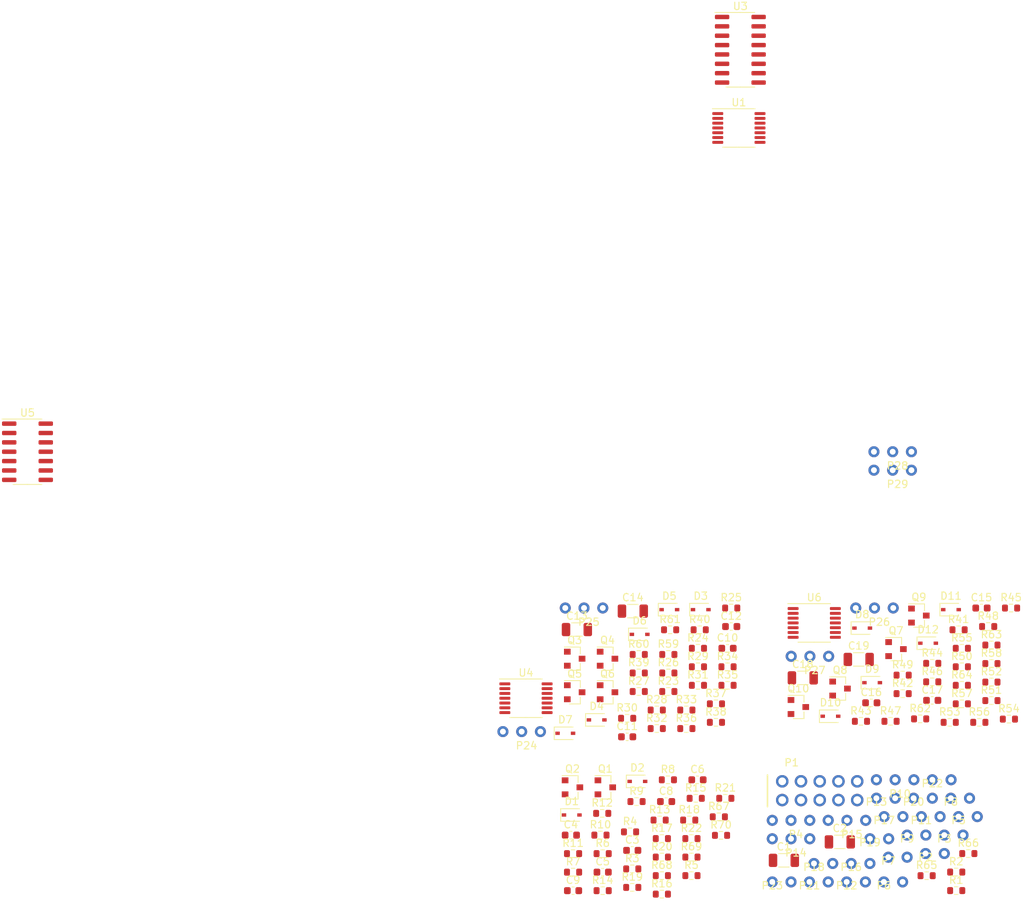
<source format=kicad_pcb>
(kicad_pcb (version 20171130) (host pcbnew "(5.1.7)-1")

  (general
    (thickness 1.6)
    (drawings 0)
    (tracks 0)
    (zones 0)
    (modules 144)
    (nets 116)
  )

  (page A4)
  (layers
    (0 F.Cu signal)
    (31 B.Cu signal)
    (32 B.Adhes user)
    (33 F.Adhes user)
    (34 B.Paste user)
    (35 F.Paste user)
    (36 B.SilkS user)
    (37 F.SilkS user)
    (38 B.Mask user)
    (39 F.Mask user)
    (40 Dwgs.User user)
    (41 Cmts.User user)
    (42 Eco1.User user)
    (43 Eco2.User user)
    (44 Edge.Cuts user)
    (45 Margin user)
    (46 B.CrtYd user)
    (47 F.CrtYd user)
    (48 B.Fab user)
    (49 F.Fab user)
  )

  (setup
    (last_trace_width 0.25)
    (trace_clearance 0.2)
    (zone_clearance 0.508)
    (zone_45_only no)
    (trace_min 0.2)
    (via_size 0.8)
    (via_drill 0.4)
    (via_min_size 0.4)
    (via_min_drill 0.3)
    (uvia_size 0.3)
    (uvia_drill 0.1)
    (uvias_allowed no)
    (uvia_min_size 0.2)
    (uvia_min_drill 0.1)
    (edge_width 0.05)
    (segment_width 0.2)
    (pcb_text_width 0.3)
    (pcb_text_size 1.5 1.5)
    (mod_edge_width 0.12)
    (mod_text_size 1 1)
    (mod_text_width 0.15)
    (pad_size 1.524 1.524)
    (pad_drill 0.762)
    (pad_to_mask_clearance 0)
    (aux_axis_origin 0 0)
    (visible_elements 7FFFFFFF)
    (pcbplotparams
      (layerselection 0x010fc_ffffffff)
      (usegerberextensions false)
      (usegerberattributes true)
      (usegerberadvancedattributes true)
      (creategerberjobfile true)
      (excludeedgelayer true)
      (linewidth 0.100000)
      (plotframeref false)
      (viasonmask false)
      (mode 1)
      (useauxorigin false)
      (hpglpennumber 1)
      (hpglpenspeed 20)
      (hpglpendiameter 15.000000)
      (psnegative false)
      (psa4output false)
      (plotreference true)
      (plotvalue true)
      (plotinvisibletext false)
      (padsonsilk false)
      (subtractmaskfromsilk false)
      (outputformat 1)
      (mirror false)
      (drillshape 1)
      (scaleselection 1)
      (outputdirectory ""))
  )

  (net 0 "")
  (net 1 GND)
  (net 2 +12V)
  (net 3 -12V)
  (net 4 /VCA/V_SIG_IN_1)
  (net 5 "Net-(C3-Pad1)")
  (net 6 /VCA/V_SIG_IN_2)
  (net 7 "Net-(C4-Pad1)")
  (net 8 "Net-(C5-Pad2)")
  (net 9 "Net-(C5-Pad1)")
  (net 10 "Net-(C6-Pad2)")
  (net 11 "Net-(C6-Pad1)")
  (net 12 "Net-(C11-Pad2)")
  (net 13 "Net-(C11-Pad1)")
  (net 14 "Net-(C12-Pad2)")
  (net 15 "Net-(C13-Pad2)")
  (net 16 "Net-(C14-Pad2)")
  (net 17 "Net-(C16-Pad2)")
  (net 18 "Net-(C16-Pad1)")
  (net 19 "Net-(C17-Pad2)")
  (net 20 "Net-(C18-Pad2)")
  (net 21 "Net-(C19-Pad2)")
  (net 22 "Net-(D3-Pad1)")
  (net 23 "/ADSR CV gen 1/REL_1")
  (net 24 "/ADSR CV gen 1/DEC_1")
  (net 25 "Net-(D5-Pad1)")
  (net 26 "Net-(D6-Pad2)")
  (net 27 "Net-(D6-Pad1)")
  (net 28 "/ADSR CV gen 1/LED_K")
  (net 29 "/ADSR CV gen 1/LED_A")
  (net 30 "Net-(D8-Pad1)")
  (net 31 "/ADSR CV gen 2/REL_1")
  (net 32 "/ADSR CV gen 2/DEC_1")
  (net 33 "Net-(D10-Pad1)")
  (net 34 "Net-(D11-Pad2)")
  (net 35 "Net-(D11-Pad1)")
  (net 36 "/ADSR CV gen 2/LED_K")
  (net 37 "/ADSR CV gen 2/LED_A")
  (net 38 "Net-(P1-Pad10)")
  (net 39 "Net-(P1-Pad1)")
  (net 40 "/ADSR CV gen 1/SW_IN")
  (net 41 "/ADSR CV gen 1/GATE_IN")
  (net 42 "/ADSR CV gen 1/SUS_3")
  (net 43 "/ADSR CV gen 1/SUS_2")
  (net 44 "/ADSR CV gen 1/SUS_1")
  (net 45 "/ADSR CV gen 1/ATK_1")
  (net 46 "/ADSR CV gen 2/SW_IN")
  (net 47 "/ADSR CV gen 2/GATE_IN")
  (net 48 "/ADSR CV gen 2/SUS_3")
  (net 49 "/ADSR CV gen 2/SUS_2")
  (net 50 "/ADSR CV gen 2/SUS_1")
  (net 51 "/ADSR CV gen 2/ATK_1")
  (net 52 "/ADSR CV gen 1/CV_OUT")
  (net 53 /VCA/CV_1)
  (net 54 "/ADSR CV gen 2/CV_OUT")
  (net 55 /VCA/CV_2)
  (net 56 /VCA/V_SIG_OUT_1)
  (net 57 /VCA/V_SIG_OUT_2)
  (net 58 "/ADSR CV gen 1/ATK_2")
  (net 59 "Net-(P24-Pad2)")
  (net 60 "Net-(P24-Pad1)")
  (net 61 "/ADSR CV gen 2/ATK_2")
  (net 62 "Net-(P26-Pad2)")
  (net 63 "Net-(P26-Pad1)")
  (net 64 "Net-(Q1-Pad3)")
  (net 65 "Net-(Q1-Pad2)")
  (net 66 "Net-(Q2-Pad3)")
  (net 67 "Net-(Q2-Pad2)")
  (net 68 "Net-(Q3-Pad3)")
  (net 69 "Net-(Q3-Pad2)")
  (net 70 "Net-(Q5-Pad3)")
  (net 71 "Net-(Q6-Pad2)")
  (net 72 "Net-(Q6-Pad1)")
  (net 73 "Net-(Q7-Pad3)")
  (net 74 "Net-(Q7-Pad2)")
  (net 75 "Net-(Q9-Pad3)")
  (net 76 "Net-(Q10-Pad2)")
  (net 77 "Net-(Q10-Pad1)")
  (net 78 "Net-(R9-Pad1)")
  (net 79 "Net-(R10-Pad1)")
  (net 80 "Net-(R11-Pad1)")
  (net 81 "Net-(R12-Pad1)")
  (net 82 "Net-(R13-Pad1)")
  (net 83 "Net-(R14-Pad1)")
  (net 84 "Net-(R17-Pad2)")
  (net 85 "Net-(R18-Pad2)")
  (net 86 "Net-(R19-Pad2)")
  (net 87 "Net-(R19-Pad1)")
  (net 88 "Net-(R20-Pad2)")
  (net 89 "Net-(R20-Pad1)")
  (net 90 "/ADSR CV gen 1/SW_IN_RET")
  (net 91 "/ADSR CV gen 1/REL_2")
  (net 92 "/ADSR CV gen 1/DEC_2")
  (net 93 "Net-(R38-Pad1)")
  (net 94 "Net-(R39-Pad1)")
  (net 95 "/ADSR CV gen 2/SW_IN_RET")
  (net 96 "/ADSR CV gen 2/REL_2")
  (net 97 "/ADSR CV gen 2/DEC_2")
  (net 98 "Net-(R56-Pad1)")
  (net 99 "Net-(R57-Pad1)")
  (net 100 "Net-(U3-Pad10)")
  (net 101 "Net-(U3-Pad9)")
  (net 102 "Net-(U3-Pad8)")
  (net 103 "Net-(U3-Pad7)")
  (net 104 "Net-(R59-Pad1)")
  (net 105 "Net-(R60-Pad2)")
  (net 106 "/ADSR CV gen 1/INV_CV_OUT")
  (net 107 "Net-(R62-Pad1)")
  (net 108 "Net-(R63-Pad2)")
  (net 109 "/ADSR CV gen 2/INV_CV_OUT")
  (net 110 "Net-(P18-Pad1)")
  (net 111 "Net-(P19-Pad1)")
  (net 112 /VCA/VCA_G_1_1)
  (net 113 /VCA/VCA_G_2_1)
  (net 114 /VCA/VCA_G_1_2)
  (net 115 /VCA/VCA_G_2_2)

  (net_class Default "This is the default net class."
    (clearance 0.2)
    (trace_width 0.25)
    (via_dia 0.8)
    (via_drill 0.4)
    (uvia_dia 0.3)
    (uvia_drill 0.1)
    (add_net +12V)
    (add_net -12V)
    (add_net "/ADSR CV gen 1/ATK_1")
    (add_net "/ADSR CV gen 1/ATK_2")
    (add_net "/ADSR CV gen 1/CV_OUT")
    (add_net "/ADSR CV gen 1/DEC_1")
    (add_net "/ADSR CV gen 1/DEC_2")
    (add_net "/ADSR CV gen 1/GATE_IN")
    (add_net "/ADSR CV gen 1/INV_CV_OUT")
    (add_net "/ADSR CV gen 1/LED_A")
    (add_net "/ADSR CV gen 1/LED_K")
    (add_net "/ADSR CV gen 1/REL_1")
    (add_net "/ADSR CV gen 1/REL_2")
    (add_net "/ADSR CV gen 1/SUS_1")
    (add_net "/ADSR CV gen 1/SUS_2")
    (add_net "/ADSR CV gen 1/SUS_3")
    (add_net "/ADSR CV gen 1/SW_IN")
    (add_net "/ADSR CV gen 1/SW_IN_RET")
    (add_net "/ADSR CV gen 2/ATK_1")
    (add_net "/ADSR CV gen 2/ATK_2")
    (add_net "/ADSR CV gen 2/CV_OUT")
    (add_net "/ADSR CV gen 2/DEC_1")
    (add_net "/ADSR CV gen 2/DEC_2")
    (add_net "/ADSR CV gen 2/GATE_IN")
    (add_net "/ADSR CV gen 2/INV_CV_OUT")
    (add_net "/ADSR CV gen 2/LED_A")
    (add_net "/ADSR CV gen 2/LED_K")
    (add_net "/ADSR CV gen 2/REL_1")
    (add_net "/ADSR CV gen 2/REL_2")
    (add_net "/ADSR CV gen 2/SUS_1")
    (add_net "/ADSR CV gen 2/SUS_2")
    (add_net "/ADSR CV gen 2/SUS_3")
    (add_net "/ADSR CV gen 2/SW_IN")
    (add_net "/ADSR CV gen 2/SW_IN_RET")
    (add_net /VCA/CV_1)
    (add_net /VCA/CV_2)
    (add_net /VCA/VCA_G_1_1)
    (add_net /VCA/VCA_G_1_2)
    (add_net /VCA/VCA_G_2_1)
    (add_net /VCA/VCA_G_2_2)
    (add_net /VCA/V_SIG_IN_1)
    (add_net /VCA/V_SIG_IN_2)
    (add_net /VCA/V_SIG_OUT_1)
    (add_net /VCA/V_SIG_OUT_2)
    (add_net GND)
    (add_net "Net-(C11-Pad1)")
    (add_net "Net-(C11-Pad2)")
    (add_net "Net-(C12-Pad2)")
    (add_net "Net-(C13-Pad2)")
    (add_net "Net-(C14-Pad2)")
    (add_net "Net-(C16-Pad1)")
    (add_net "Net-(C16-Pad2)")
    (add_net "Net-(C17-Pad2)")
    (add_net "Net-(C18-Pad2)")
    (add_net "Net-(C19-Pad2)")
    (add_net "Net-(C3-Pad1)")
    (add_net "Net-(C4-Pad1)")
    (add_net "Net-(C5-Pad1)")
    (add_net "Net-(C5-Pad2)")
    (add_net "Net-(C6-Pad1)")
    (add_net "Net-(C6-Pad2)")
    (add_net "Net-(D10-Pad1)")
    (add_net "Net-(D11-Pad1)")
    (add_net "Net-(D11-Pad2)")
    (add_net "Net-(D3-Pad1)")
    (add_net "Net-(D5-Pad1)")
    (add_net "Net-(D6-Pad1)")
    (add_net "Net-(D6-Pad2)")
    (add_net "Net-(D8-Pad1)")
    (add_net "Net-(P1-Pad1)")
    (add_net "Net-(P1-Pad10)")
    (add_net "Net-(P18-Pad1)")
    (add_net "Net-(P19-Pad1)")
    (add_net "Net-(P24-Pad1)")
    (add_net "Net-(P24-Pad2)")
    (add_net "Net-(P26-Pad1)")
    (add_net "Net-(P26-Pad2)")
    (add_net "Net-(Q1-Pad2)")
    (add_net "Net-(Q1-Pad3)")
    (add_net "Net-(Q10-Pad1)")
    (add_net "Net-(Q10-Pad2)")
    (add_net "Net-(Q2-Pad2)")
    (add_net "Net-(Q2-Pad3)")
    (add_net "Net-(Q3-Pad2)")
    (add_net "Net-(Q3-Pad3)")
    (add_net "Net-(Q5-Pad3)")
    (add_net "Net-(Q6-Pad1)")
    (add_net "Net-(Q6-Pad2)")
    (add_net "Net-(Q7-Pad2)")
    (add_net "Net-(Q7-Pad3)")
    (add_net "Net-(Q9-Pad3)")
    (add_net "Net-(R10-Pad1)")
    (add_net "Net-(R11-Pad1)")
    (add_net "Net-(R12-Pad1)")
    (add_net "Net-(R13-Pad1)")
    (add_net "Net-(R14-Pad1)")
    (add_net "Net-(R17-Pad2)")
    (add_net "Net-(R18-Pad2)")
    (add_net "Net-(R19-Pad1)")
    (add_net "Net-(R19-Pad2)")
    (add_net "Net-(R20-Pad1)")
    (add_net "Net-(R20-Pad2)")
    (add_net "Net-(R38-Pad1)")
    (add_net "Net-(R39-Pad1)")
    (add_net "Net-(R56-Pad1)")
    (add_net "Net-(R57-Pad1)")
    (add_net "Net-(R59-Pad1)")
    (add_net "Net-(R60-Pad2)")
    (add_net "Net-(R62-Pad1)")
    (add_net "Net-(R63-Pad2)")
    (add_net "Net-(R9-Pad1)")
    (add_net "Net-(U3-Pad10)")
    (add_net "Net-(U3-Pad7)")
    (add_net "Net-(U3-Pad8)")
    (add_net "Net-(U3-Pad9)")
  )

  (module pin-headers:3POS-1ROW-HEADER (layer F.Cu) (tedit 60016C06) (tstamp 600FD049)
    (at 258.9 99.4)
    (path /6019CB8D)
    (fp_text reference P29 (at 3.2 1.9) (layer F.SilkS)
      (effects (font (size 1 1) (thickness 0.15)))
    )
    (fp_text value 3POS-1ROW-HEADER (at 2.6 -1.8) (layer F.Fab)
      (effects (font (size 1 1) (thickness 0.15)))
    )
    (pad 3 thru_hole circle (at 5.08 0) (size 1.5 1.5) (drill 0.8) (layers *.Cu *.Mask)
      (net 1 GND))
    (pad 2 thru_hole circle (at 2.54 0) (size 1.5 1.5) (drill 0.8) (layers *.Cu *.Mask)
      (net 115 /VCA/VCA_G_2_2))
    (pad 1 thru_hole circle (at 0 0) (size 1.5 1.5) (drill 0.8) (layers *.Cu *.Mask)
      (net 113 /VCA/VCA_G_2_1))
  )

  (module pin-headers:3POS-1ROW-HEADER (layer F.Cu) (tedit 60016C06) (tstamp 600FD042)
    (at 258.9 96.9)
    (path /6019940D)
    (fp_text reference P28 (at 3.2 1.9) (layer F.SilkS)
      (effects (font (size 1 1) (thickness 0.15)))
    )
    (fp_text value 3POS-1ROW-HEADER (at 2.6 -1.8) (layer F.Fab)
      (effects (font (size 1 1) (thickness 0.15)))
    )
    (pad 3 thru_hole circle (at 5.08 0) (size 1.5 1.5) (drill 0.8) (layers *.Cu *.Mask)
      (net 1 GND))
    (pad 2 thru_hole circle (at 2.54 0) (size 1.5 1.5) (drill 0.8) (layers *.Cu *.Mask)
      (net 114 /VCA/VCA_G_1_2))
    (pad 1 thru_hole circle (at 0 0) (size 1.5 1.5) (drill 0.8) (layers *.Cu *.Mask)
      (net 112 /VCA/VCA_G_1_1))
  )

  (module Package_SO:TSSOP-14_4.4x5mm_P0.65mm (layer F.Cu) (tedit 5E476F32) (tstamp 600FA74D)
    (at 250.81 120.11)
    (descr "TSSOP, 14 Pin (JEDEC MO-153 Var AB-1 https://www.jedec.org/document_search?search_api_views_fulltext=MO-153), generated with kicad-footprint-generator ipc_gullwing_generator.py")
    (tags "TSSOP SO")
    (path /5FFB759C/5FFE00D5)
    (attr smd)
    (fp_text reference U6 (at 0 -3.45) (layer F.SilkS)
      (effects (font (size 1 1) (thickness 0.15)))
    )
    (fp_text value TL084 (at 0 3.45) (layer F.Fab)
      (effects (font (size 1 1) (thickness 0.15)))
    )
    (fp_text user %R (at 0 0) (layer F.Fab)
      (effects (font (size 1 1) (thickness 0.15)))
    )
    (fp_line (start 0 2.61) (end 2.2 2.61) (layer F.SilkS) (width 0.12))
    (fp_line (start 0 2.61) (end -2.2 2.61) (layer F.SilkS) (width 0.12))
    (fp_line (start 0 -2.61) (end 2.2 -2.61) (layer F.SilkS) (width 0.12))
    (fp_line (start 0 -2.61) (end -3.6 -2.61) (layer F.SilkS) (width 0.12))
    (fp_line (start -1.2 -2.5) (end 2.2 -2.5) (layer F.Fab) (width 0.1))
    (fp_line (start 2.2 -2.5) (end 2.2 2.5) (layer F.Fab) (width 0.1))
    (fp_line (start 2.2 2.5) (end -2.2 2.5) (layer F.Fab) (width 0.1))
    (fp_line (start -2.2 2.5) (end -2.2 -1.5) (layer F.Fab) (width 0.1))
    (fp_line (start -2.2 -1.5) (end -1.2 -2.5) (layer F.Fab) (width 0.1))
    (fp_line (start -3.85 -2.75) (end -3.85 2.75) (layer F.CrtYd) (width 0.05))
    (fp_line (start -3.85 2.75) (end 3.85 2.75) (layer F.CrtYd) (width 0.05))
    (fp_line (start 3.85 2.75) (end 3.85 -2.75) (layer F.CrtYd) (width 0.05))
    (fp_line (start 3.85 -2.75) (end -3.85 -2.75) (layer F.CrtYd) (width 0.05))
    (pad 14 smd roundrect (at 2.8625 -1.95) (size 1.475 0.4) (layers F.Cu F.Paste F.Mask) (roundrect_rratio 0.25)
      (net 33 "Net-(D10-Pad1)"))
    (pad 13 smd roundrect (at 2.8625 -1.3) (size 1.475 0.4) (layers F.Cu F.Paste F.Mask) (roundrect_rratio 0.25)
      (net 33 "Net-(D10-Pad1)"))
    (pad 12 smd roundrect (at 2.8625 -0.65) (size 1.475 0.4) (layers F.Cu F.Paste F.Mask) (roundrect_rratio 0.25)
      (net 49 "/ADSR CV gen 2/SUS_2"))
    (pad 11 smd roundrect (at 2.8625 0) (size 1.475 0.4) (layers F.Cu F.Paste F.Mask) (roundrect_rratio 0.25)
      (net 3 -12V))
    (pad 10 smd roundrect (at 2.8625 0.65) (size 1.475 0.4) (layers F.Cu F.Paste F.Mask) (roundrect_rratio 0.25)
      (net 1 GND))
    (pad 9 smd roundrect (at 2.8625 1.3) (size 1.475 0.4) (layers F.Cu F.Paste F.Mask) (roundrect_rratio 0.25)
      (net 107 "Net-(R62-Pad1)"))
    (pad 8 smd roundrect (at 2.8625 1.95) (size 1.475 0.4) (layers F.Cu F.Paste F.Mask) (roundrect_rratio 0.25)
      (net 108 "Net-(R63-Pad2)"))
    (pad 7 smd roundrect (at -2.8625 1.95) (size 1.475 0.4) (layers F.Cu F.Paste F.Mask) (roundrect_rratio 0.25)
      (net 36 "/ADSR CV gen 2/LED_K"))
    (pad 6 smd roundrect (at -2.8625 1.3) (size 1.475 0.4) (layers F.Cu F.Paste F.Mask) (roundrect_rratio 0.25)
      (net 37 "/ADSR CV gen 2/LED_A"))
    (pad 5 smd roundrect (at -2.8625 0.65) (size 1.475 0.4) (layers F.Cu F.Paste F.Mask) (roundrect_rratio 0.25)
      (net 1 GND))
    (pad 4 smd roundrect (at -2.8625 0) (size 1.475 0.4) (layers F.Cu F.Paste F.Mask) (roundrect_rratio 0.25)
      (net 2 +12V))
    (pad 3 smd roundrect (at -2.8625 -0.65) (size 1.475 0.4) (layers F.Cu F.Paste F.Mask) (roundrect_rratio 0.25)
      (net 35 "Net-(D11-Pad1)"))
    (pad 2 smd roundrect (at -2.8625 -1.3) (size 1.475 0.4) (layers F.Cu F.Paste F.Mask) (roundrect_rratio 0.25)
      (net 99 "Net-(R57-Pad1)"))
    (pad 1 smd roundrect (at -2.8625 -1.95) (size 1.475 0.4) (layers F.Cu F.Paste F.Mask) (roundrect_rratio 0.25)
      (net 54 "/ADSR CV gen 2/CV_OUT"))
    (model ${KISYS3DMOD}/Package_SO.3dshapes/TSSOP-14_4.4x5mm_P0.65mm.wrl
      (at (xyz 0 0 0))
      (scale (xyz 1 1 1))
      (rotate (xyz 0 0 0))
    )
  )

  (module Package_SO:SOIC-14_3.9x8.7mm_P1.27mm (layer F.Cu) (tedit 5D9F72B1) (tstamp 600FA72D)
    (at 144.2 96.9)
    (descr "SOIC, 14 Pin (JEDEC MS-012AB, https://www.analog.com/media/en/package-pcb-resources/package/pkg_pdf/soic_narrow-r/r_14.pdf), generated with kicad-footprint-generator ipc_gullwing_generator.py")
    (tags "SOIC SO")
    (path /5FFB63E2/5FFB665B)
    (attr smd)
    (fp_text reference U5 (at 0 -5.28) (layer F.SilkS)
      (effects (font (size 1 1) (thickness 0.15)))
    )
    (fp_text value ICM7556 (at 0 5.28) (layer F.Fab)
      (effects (font (size 1 1) (thickness 0.15)))
    )
    (fp_text user %R (at 0 0) (layer F.Fab)
      (effects (font (size 0.98 0.98) (thickness 0.15)))
    )
    (fp_line (start 0 4.435) (end 1.95 4.435) (layer F.SilkS) (width 0.12))
    (fp_line (start 0 4.435) (end -1.95 4.435) (layer F.SilkS) (width 0.12))
    (fp_line (start 0 -4.435) (end 1.95 -4.435) (layer F.SilkS) (width 0.12))
    (fp_line (start 0 -4.435) (end -3.45 -4.435) (layer F.SilkS) (width 0.12))
    (fp_line (start -0.975 -4.325) (end 1.95 -4.325) (layer F.Fab) (width 0.1))
    (fp_line (start 1.95 -4.325) (end 1.95 4.325) (layer F.Fab) (width 0.1))
    (fp_line (start 1.95 4.325) (end -1.95 4.325) (layer F.Fab) (width 0.1))
    (fp_line (start -1.95 4.325) (end -1.95 -3.35) (layer F.Fab) (width 0.1))
    (fp_line (start -1.95 -3.35) (end -0.975 -4.325) (layer F.Fab) (width 0.1))
    (fp_line (start -3.7 -4.58) (end -3.7 4.58) (layer F.CrtYd) (width 0.05))
    (fp_line (start -3.7 4.58) (end 3.7 4.58) (layer F.CrtYd) (width 0.05))
    (fp_line (start 3.7 4.58) (end 3.7 -4.58) (layer F.CrtYd) (width 0.05))
    (fp_line (start 3.7 -4.58) (end -3.7 -4.58) (layer F.CrtYd) (width 0.05))
    (pad 14 smd roundrect (at 2.475 -3.81) (size 1.95 0.6) (layers F.Cu F.Paste F.Mask) (roundrect_rratio 0.25)
      (net 2 +12V))
    (pad 13 smd roundrect (at 2.475 -2.54) (size 1.95 0.6) (layers F.Cu F.Paste F.Mask) (roundrect_rratio 0.25)
      (net 76 "Net-(Q10-Pad2)"))
    (pad 12 smd roundrect (at 2.475 -1.27) (size 1.95 0.6) (layers F.Cu F.Paste F.Mask) (roundrect_rratio 0.25)
      (net 98 "Net-(R56-Pad1)"))
    (pad 11 smd roundrect (at 2.475 0) (size 1.95 0.6) (layers F.Cu F.Paste F.Mask) (roundrect_rratio 0.25)
      (net 19 "Net-(C17-Pad2)"))
    (pad 10 smd roundrect (at 2.475 1.27) (size 1.95 0.6) (layers F.Cu F.Paste F.Mask) (roundrect_rratio 0.25)
      (net 17 "Net-(C16-Pad2)"))
    (pad 9 smd roundrect (at 2.475 2.54) (size 1.95 0.6) (layers F.Cu F.Paste F.Mask) (roundrect_rratio 0.25)
      (net 51 "/ADSR CV gen 2/ATK_1"))
    (pad 8 smd roundrect (at 2.475 3.81) (size 1.95 0.6) (layers F.Cu F.Paste F.Mask) (roundrect_rratio 0.25)
      (net 75 "Net-(Q9-Pad3)"))
    (pad 7 smd roundrect (at -2.475 3.81) (size 1.95 0.6) (layers F.Cu F.Paste F.Mask) (roundrect_rratio 0.25)
      (net 1 GND))
    (pad 6 smd roundrect (at -2.475 2.54) (size 1.95 0.6) (layers F.Cu F.Paste F.Mask) (roundrect_rratio 0.25)
      (net 70 "Net-(Q5-Pad3)"))
    (pad 5 smd roundrect (at -2.475 1.27) (size 1.95 0.6) (layers F.Cu F.Paste F.Mask) (roundrect_rratio 0.25)
      (net 45 "/ADSR CV gen 1/ATK_1"))
    (pad 4 smd roundrect (at -2.475 0) (size 1.95 0.6) (layers F.Cu F.Paste F.Mask) (roundrect_rratio 0.25)
      (net 12 "Net-(C11-Pad2)"))
    (pad 3 smd roundrect (at -2.475 -1.27) (size 1.95 0.6) (layers F.Cu F.Paste F.Mask) (roundrect_rratio 0.25)
      (net 14 "Net-(C12-Pad2)"))
    (pad 2 smd roundrect (at -2.475 -2.54) (size 1.95 0.6) (layers F.Cu F.Paste F.Mask) (roundrect_rratio 0.25)
      (net 93 "Net-(R38-Pad1)"))
    (pad 1 smd roundrect (at -2.475 -3.81) (size 1.95 0.6) (layers F.Cu F.Paste F.Mask) (roundrect_rratio 0.25)
      (net 71 "Net-(Q6-Pad2)"))
    (model ${KISYS3DMOD}/Package_SO.3dshapes/SOIC-14_3.9x8.7mm_P1.27mm.wrl
      (at (xyz 0 0 0))
      (scale (xyz 1 1 1))
      (rotate (xyz 0 0 0))
    )
  )

  (module Package_SO:TSSOP-14_4.4x5mm_P0.65mm (layer F.Cu) (tedit 5E476F32) (tstamp 600FA70D)
    (at 211.75 130.32)
    (descr "TSSOP, 14 Pin (JEDEC MO-153 Var AB-1 https://www.jedec.org/document_search?search_api_views_fulltext=MO-153), generated with kicad-footprint-generator ipc_gullwing_generator.py")
    (tags "TSSOP SO")
    (path /5FFB63E2/5FF51953)
    (attr smd)
    (fp_text reference U4 (at 0 -3.45) (layer F.SilkS)
      (effects (font (size 1 1) (thickness 0.15)))
    )
    (fp_text value TL084 (at 0 3.45) (layer F.Fab)
      (effects (font (size 1 1) (thickness 0.15)))
    )
    (fp_text user %R (at 0 0) (layer F.Fab)
      (effects (font (size 1 1) (thickness 0.15)))
    )
    (fp_line (start 0 2.61) (end 2.2 2.61) (layer F.SilkS) (width 0.12))
    (fp_line (start 0 2.61) (end -2.2 2.61) (layer F.SilkS) (width 0.12))
    (fp_line (start 0 -2.61) (end 2.2 -2.61) (layer F.SilkS) (width 0.12))
    (fp_line (start 0 -2.61) (end -3.6 -2.61) (layer F.SilkS) (width 0.12))
    (fp_line (start -1.2 -2.5) (end 2.2 -2.5) (layer F.Fab) (width 0.1))
    (fp_line (start 2.2 -2.5) (end 2.2 2.5) (layer F.Fab) (width 0.1))
    (fp_line (start 2.2 2.5) (end -2.2 2.5) (layer F.Fab) (width 0.1))
    (fp_line (start -2.2 2.5) (end -2.2 -1.5) (layer F.Fab) (width 0.1))
    (fp_line (start -2.2 -1.5) (end -1.2 -2.5) (layer F.Fab) (width 0.1))
    (fp_line (start -3.85 -2.75) (end -3.85 2.75) (layer F.CrtYd) (width 0.05))
    (fp_line (start -3.85 2.75) (end 3.85 2.75) (layer F.CrtYd) (width 0.05))
    (fp_line (start 3.85 2.75) (end 3.85 -2.75) (layer F.CrtYd) (width 0.05))
    (fp_line (start 3.85 -2.75) (end -3.85 -2.75) (layer F.CrtYd) (width 0.05))
    (pad 14 smd roundrect (at 2.8625 -1.95) (size 1.475 0.4) (layers F.Cu F.Paste F.Mask) (roundrect_rratio 0.25)
      (net 25 "Net-(D5-Pad1)"))
    (pad 13 smd roundrect (at 2.8625 -1.3) (size 1.475 0.4) (layers F.Cu F.Paste F.Mask) (roundrect_rratio 0.25)
      (net 25 "Net-(D5-Pad1)"))
    (pad 12 smd roundrect (at 2.8625 -0.65) (size 1.475 0.4) (layers F.Cu F.Paste F.Mask) (roundrect_rratio 0.25)
      (net 43 "/ADSR CV gen 1/SUS_2"))
    (pad 11 smd roundrect (at 2.8625 0) (size 1.475 0.4) (layers F.Cu F.Paste F.Mask) (roundrect_rratio 0.25)
      (net 3 -12V))
    (pad 10 smd roundrect (at 2.8625 0.65) (size 1.475 0.4) (layers F.Cu F.Paste F.Mask) (roundrect_rratio 0.25)
      (net 1 GND))
    (pad 9 smd roundrect (at 2.8625 1.3) (size 1.475 0.4) (layers F.Cu F.Paste F.Mask) (roundrect_rratio 0.25)
      (net 104 "Net-(R59-Pad1)"))
    (pad 8 smd roundrect (at 2.8625 1.95) (size 1.475 0.4) (layers F.Cu F.Paste F.Mask) (roundrect_rratio 0.25)
      (net 105 "Net-(R60-Pad2)"))
    (pad 7 smd roundrect (at -2.8625 1.95) (size 1.475 0.4) (layers F.Cu F.Paste F.Mask) (roundrect_rratio 0.25)
      (net 28 "/ADSR CV gen 1/LED_K"))
    (pad 6 smd roundrect (at -2.8625 1.3) (size 1.475 0.4) (layers F.Cu F.Paste F.Mask) (roundrect_rratio 0.25)
      (net 29 "/ADSR CV gen 1/LED_A"))
    (pad 5 smd roundrect (at -2.8625 0.65) (size 1.475 0.4) (layers F.Cu F.Paste F.Mask) (roundrect_rratio 0.25)
      (net 1 GND))
    (pad 4 smd roundrect (at -2.8625 0) (size 1.475 0.4) (layers F.Cu F.Paste F.Mask) (roundrect_rratio 0.25)
      (net 2 +12V))
    (pad 3 smd roundrect (at -2.8625 -0.65) (size 1.475 0.4) (layers F.Cu F.Paste F.Mask) (roundrect_rratio 0.25)
      (net 27 "Net-(D6-Pad1)"))
    (pad 2 smd roundrect (at -2.8625 -1.3) (size 1.475 0.4) (layers F.Cu F.Paste F.Mask) (roundrect_rratio 0.25)
      (net 94 "Net-(R39-Pad1)"))
    (pad 1 smd roundrect (at -2.8625 -1.95) (size 1.475 0.4) (layers F.Cu F.Paste F.Mask) (roundrect_rratio 0.25)
      (net 52 "/ADSR CV gen 1/CV_OUT"))
    (model ${KISYS3DMOD}/Package_SO.3dshapes/TSSOP-14_4.4x5mm_P0.65mm.wrl
      (at (xyz 0 0 0))
      (scale (xyz 1 1 1))
      (rotate (xyz 0 0 0))
    )
  )

  (module Package_SO:SOIC-16_3.9x9.9mm_P1.27mm (layer F.Cu) (tedit 5D9F72B1) (tstamp 600FA6ED)
    (at 240.8 42.4)
    (descr "SOIC, 16 Pin (JEDEC MS-012AC, https://www.analog.com/media/en/package-pcb-resources/package/pkg_pdf/soic_narrow-r/r_16.pdf), generated with kicad-footprint-generator ipc_gullwing_generator.py")
    (tags "SOIC SO")
    (path /5FF0DFBC/5FF0E3A8)
    (attr smd)
    (fp_text reference U3 (at 0 -5.9) (layer F.SilkS)
      (effects (font (size 1 1) (thickness 0.15)))
    )
    (fp_text value LM13700 (at 0 5.9) (layer F.Fab)
      (effects (font (size 1 1) (thickness 0.15)))
    )
    (fp_text user %R (at 0 0) (layer F.Fab)
      (effects (font (size 0.98 0.98) (thickness 0.15)))
    )
    (fp_line (start 0 5.06) (end 1.95 5.06) (layer F.SilkS) (width 0.12))
    (fp_line (start 0 5.06) (end -1.95 5.06) (layer F.SilkS) (width 0.12))
    (fp_line (start 0 -5.06) (end 1.95 -5.06) (layer F.SilkS) (width 0.12))
    (fp_line (start 0 -5.06) (end -3.45 -5.06) (layer F.SilkS) (width 0.12))
    (fp_line (start -0.975 -4.95) (end 1.95 -4.95) (layer F.Fab) (width 0.1))
    (fp_line (start 1.95 -4.95) (end 1.95 4.95) (layer F.Fab) (width 0.1))
    (fp_line (start 1.95 4.95) (end -1.95 4.95) (layer F.Fab) (width 0.1))
    (fp_line (start -1.95 4.95) (end -1.95 -3.975) (layer F.Fab) (width 0.1))
    (fp_line (start -1.95 -3.975) (end -0.975 -4.95) (layer F.Fab) (width 0.1))
    (fp_line (start -3.7 -5.2) (end -3.7 5.2) (layer F.CrtYd) (width 0.05))
    (fp_line (start -3.7 5.2) (end 3.7 5.2) (layer F.CrtYd) (width 0.05))
    (fp_line (start 3.7 5.2) (end 3.7 -5.2) (layer F.CrtYd) (width 0.05))
    (fp_line (start 3.7 -5.2) (end -3.7 -5.2) (layer F.CrtYd) (width 0.05))
    (pad 16 smd roundrect (at 2.475 -4.445) (size 1.95 0.6) (layers F.Cu F.Paste F.Mask) (roundrect_rratio 0.25)
      (net 84 "Net-(R17-Pad2)"))
    (pad 15 smd roundrect (at 2.475 -3.175) (size 1.95 0.6) (layers F.Cu F.Paste F.Mask) (roundrect_rratio 0.25)
      (net 82 "Net-(R13-Pad1)"))
    (pad 14 smd roundrect (at 2.475 -1.905) (size 1.95 0.6) (layers F.Cu F.Paste F.Mask) (roundrect_rratio 0.25)
      (net 79 "Net-(R10-Pad1)"))
    (pad 13 smd roundrect (at 2.475 -0.635) (size 1.95 0.6) (layers F.Cu F.Paste F.Mask) (roundrect_rratio 0.25)
      (net 78 "Net-(R9-Pad1)"))
    (pad 12 smd roundrect (at 2.475 0.635) (size 1.95 0.6) (layers F.Cu F.Paste F.Mask) (roundrect_rratio 0.25)
      (net 86 "Net-(R19-Pad2)"))
    (pad 11 smd roundrect (at 2.475 1.905) (size 1.95 0.6) (layers F.Cu F.Paste F.Mask) (roundrect_rratio 0.25)
      (net 2 +12V))
    (pad 10 smd roundrect (at 2.475 3.175) (size 1.95 0.6) (layers F.Cu F.Paste F.Mask) (roundrect_rratio 0.25)
      (net 100 "Net-(U3-Pad10)"))
    (pad 9 smd roundrect (at 2.475 4.445) (size 1.95 0.6) (layers F.Cu F.Paste F.Mask) (roundrect_rratio 0.25)
      (net 101 "Net-(U3-Pad9)"))
    (pad 8 smd roundrect (at -2.475 4.445) (size 1.95 0.6) (layers F.Cu F.Paste F.Mask) (roundrect_rratio 0.25)
      (net 102 "Net-(U3-Pad8)"))
    (pad 7 smd roundrect (at -2.475 3.175) (size 1.95 0.6) (layers F.Cu F.Paste F.Mask) (roundrect_rratio 0.25)
      (net 103 "Net-(U3-Pad7)"))
    (pad 6 smd roundrect (at -2.475 1.905) (size 1.95 0.6) (layers F.Cu F.Paste F.Mask) (roundrect_rratio 0.25)
      (net 3 -12V))
    (pad 5 smd roundrect (at -2.475 0.635) (size 1.95 0.6) (layers F.Cu F.Paste F.Mask) (roundrect_rratio 0.25)
      (net 88 "Net-(R20-Pad2)"))
    (pad 4 smd roundrect (at -2.475 -0.635) (size 1.95 0.6) (layers F.Cu F.Paste F.Mask) (roundrect_rratio 0.25)
      (net 80 "Net-(R11-Pad1)"))
    (pad 3 smd roundrect (at -2.475 -1.905) (size 1.95 0.6) (layers F.Cu F.Paste F.Mask) (roundrect_rratio 0.25)
      (net 81 "Net-(R12-Pad1)"))
    (pad 2 smd roundrect (at -2.475 -3.175) (size 1.95 0.6) (layers F.Cu F.Paste F.Mask) (roundrect_rratio 0.25)
      (net 83 "Net-(R14-Pad1)"))
    (pad 1 smd roundrect (at -2.475 -4.445) (size 1.95 0.6) (layers F.Cu F.Paste F.Mask) (roundrect_rratio 0.25)
      (net 85 "Net-(R18-Pad2)"))
    (model ${KISYS3DMOD}/Package_SO.3dshapes/SOIC-16_3.9x9.9mm_P1.27mm.wrl
      (at (xyz 0 0 0))
      (scale (xyz 1 1 1))
      (rotate (xyz 0 0 0))
    )
  )

  (module Package_SO:TSSOP-14_4.4x5mm_P0.65mm (layer F.Cu) (tedit 5E476F32) (tstamp 600FA6CB)
    (at 240.6 53)
    (descr "TSSOP, 14 Pin (JEDEC MO-153 Var AB-1 https://www.jedec.org/document_search?search_api_views_fulltext=MO-153), generated with kicad-footprint-generator ipc_gullwing_generator.py")
    (tags "TSSOP SO")
    (path /5FF0DFBC/6013392D)
    (attr smd)
    (fp_text reference U1 (at 0 -3.45) (layer F.SilkS)
      (effects (font (size 1 1) (thickness 0.15)))
    )
    (fp_text value TL084 (at 0 3.45) (layer F.Fab)
      (effects (font (size 1 1) (thickness 0.15)))
    )
    (fp_text user %R (at 0 0) (layer F.Fab)
      (effects (font (size 1 1) (thickness 0.15)))
    )
    (fp_line (start 0 2.61) (end 2.2 2.61) (layer F.SilkS) (width 0.12))
    (fp_line (start 0 2.61) (end -2.2 2.61) (layer F.SilkS) (width 0.12))
    (fp_line (start 0 -2.61) (end 2.2 -2.61) (layer F.SilkS) (width 0.12))
    (fp_line (start 0 -2.61) (end -3.6 -2.61) (layer F.SilkS) (width 0.12))
    (fp_line (start -1.2 -2.5) (end 2.2 -2.5) (layer F.Fab) (width 0.1))
    (fp_line (start 2.2 -2.5) (end 2.2 2.5) (layer F.Fab) (width 0.1))
    (fp_line (start 2.2 2.5) (end -2.2 2.5) (layer F.Fab) (width 0.1))
    (fp_line (start -2.2 2.5) (end -2.2 -1.5) (layer F.Fab) (width 0.1))
    (fp_line (start -2.2 -1.5) (end -1.2 -2.5) (layer F.Fab) (width 0.1))
    (fp_line (start -3.85 -2.75) (end -3.85 2.75) (layer F.CrtYd) (width 0.05))
    (fp_line (start -3.85 2.75) (end 3.85 2.75) (layer F.CrtYd) (width 0.05))
    (fp_line (start 3.85 2.75) (end 3.85 -2.75) (layer F.CrtYd) (width 0.05))
    (fp_line (start 3.85 -2.75) (end -3.85 -2.75) (layer F.CrtYd) (width 0.05))
    (pad 14 smd roundrect (at 2.8625 -1.95) (size 1.475 0.4) (layers F.Cu F.Paste F.Mask) (roundrect_rratio 0.25)
      (net 89 "Net-(R20-Pad1)"))
    (pad 13 smd roundrect (at 2.8625 -1.3) (size 1.475 0.4) (layers F.Cu F.Paste F.Mask) (roundrect_rratio 0.25)
      (net 88 "Net-(R20-Pad2)"))
    (pad 12 smd roundrect (at 2.8625 -0.65) (size 1.475 0.4) (layers F.Cu F.Paste F.Mask) (roundrect_rratio 0.25)
      (net 1 GND))
    (pad 11 smd roundrect (at 2.8625 0) (size 1.475 0.4) (layers F.Cu F.Paste F.Mask) (roundrect_rratio 0.25)
      (net 3 -12V))
    (pad 10 smd roundrect (at 2.8625 0.65) (size 1.475 0.4) (layers F.Cu F.Paste F.Mask) (roundrect_rratio 0.25)
      (net 1 GND))
    (pad 9 smd roundrect (at 2.8625 1.3) (size 1.475 0.4) (layers F.Cu F.Paste F.Mask) (roundrect_rratio 0.25)
      (net 10 "Net-(C6-Pad2)"))
    (pad 8 smd roundrect (at 2.8625 1.95) (size 1.475 0.4) (layers F.Cu F.Paste F.Mask) (roundrect_rratio 0.25)
      (net 11 "Net-(C6-Pad1)"))
    (pad 7 smd roundrect (at -2.8625 1.95) (size 1.475 0.4) (layers F.Cu F.Paste F.Mask) (roundrect_rratio 0.25)
      (net 87 "Net-(R19-Pad1)"))
    (pad 6 smd roundrect (at -2.8625 1.3) (size 1.475 0.4) (layers F.Cu F.Paste F.Mask) (roundrect_rratio 0.25)
      (net 86 "Net-(R19-Pad2)"))
    (pad 5 smd roundrect (at -2.8625 0.65) (size 1.475 0.4) (layers F.Cu F.Paste F.Mask) (roundrect_rratio 0.25)
      (net 1 GND))
    (pad 4 smd roundrect (at -2.8625 0) (size 1.475 0.4) (layers F.Cu F.Paste F.Mask) (roundrect_rratio 0.25)
      (net 2 +12V))
    (pad 3 smd roundrect (at -2.8625 -0.65) (size 1.475 0.4) (layers F.Cu F.Paste F.Mask) (roundrect_rratio 0.25)
      (net 1 GND))
    (pad 2 smd roundrect (at -2.8625 -1.3) (size 1.475 0.4) (layers F.Cu F.Paste F.Mask) (roundrect_rratio 0.25)
      (net 8 "Net-(C5-Pad2)"))
    (pad 1 smd roundrect (at -2.8625 -1.95) (size 1.475 0.4) (layers F.Cu F.Paste F.Mask) (roundrect_rratio 0.25)
      (net 9 "Net-(C5-Pad1)"))
    (model ${KISYS3DMOD}/Package_SO.3dshapes/TSSOP-14_4.4x5mm_P0.65mm.wrl
      (at (xyz 0 0 0))
      (scale (xyz 1 1 1))
      (rotate (xyz 0 0 0))
    )
  )

  (module Resistor_SMD:R_0603_1608Metric (layer F.Cu) (tedit 5F68FEEE) (tstamp 600FA6AB)
    (at 238.18 148.91)
    (descr "Resistor SMD 0603 (1608 Metric), square (rectangular) end terminal, IPC_7351 nominal, (Body size source: IPC-SM-782 page 72, https://www.pcb-3d.com/wordpress/wp-content/uploads/ipc-sm-782a_amendment_1_and_2.pdf), generated with kicad-footprint-generator")
    (tags resistor)
    (path /5FF0DFBC/60126A00)
    (attr smd)
    (fp_text reference R70 (at 0 -1.43) (layer F.SilkS)
      (effects (font (size 1 1) (thickness 0.15)))
    )
    (fp_text value 470k (at 0 1.43) (layer F.Fab)
      (effects (font (size 1 1) (thickness 0.15)))
    )
    (fp_text user %R (at 0 0) (layer F.Fab)
      (effects (font (size 0.4 0.4) (thickness 0.06)))
    )
    (fp_line (start -0.8 0.4125) (end -0.8 -0.4125) (layer F.Fab) (width 0.1))
    (fp_line (start -0.8 -0.4125) (end 0.8 -0.4125) (layer F.Fab) (width 0.1))
    (fp_line (start 0.8 -0.4125) (end 0.8 0.4125) (layer F.Fab) (width 0.1))
    (fp_line (start 0.8 0.4125) (end -0.8 0.4125) (layer F.Fab) (width 0.1))
    (fp_line (start -0.237258 -0.5225) (end 0.237258 -0.5225) (layer F.SilkS) (width 0.12))
    (fp_line (start -0.237258 0.5225) (end 0.237258 0.5225) (layer F.SilkS) (width 0.12))
    (fp_line (start -1.48 0.73) (end -1.48 -0.73) (layer F.CrtYd) (width 0.05))
    (fp_line (start -1.48 -0.73) (end 1.48 -0.73) (layer F.CrtYd) (width 0.05))
    (fp_line (start 1.48 -0.73) (end 1.48 0.73) (layer F.CrtYd) (width 0.05))
    (fp_line (start 1.48 0.73) (end -1.48 0.73) (layer F.CrtYd) (width 0.05))
    (pad 2 smd roundrect (at 0.825 0) (size 0.8 0.95) (layers F.Cu F.Paste F.Mask) (roundrect_rratio 0.25)
      (net 115 /VCA/VCA_G_2_2))
    (pad 1 smd roundrect (at -0.825 0) (size 0.8 0.95) (layers F.Cu F.Paste F.Mask) (roundrect_rratio 0.25)
      (net 10 "Net-(C6-Pad2)"))
    (model ${KISYS3DMOD}/Resistor_SMD.3dshapes/R_0603_1608Metric.wrl
      (at (xyz 0 0 0))
      (scale (xyz 1 1 1))
      (rotate (xyz 0 0 0))
    )
  )

  (module Resistor_SMD:R_0603_1608Metric (layer F.Cu) (tedit 5F68FEEE) (tstamp 600FA69A)
    (at 234.17 151.86)
    (descr "Resistor SMD 0603 (1608 Metric), square (rectangular) end terminal, IPC_7351 nominal, (Body size source: IPC-SM-782 page 72, https://www.pcb-3d.com/wordpress/wp-content/uploads/ipc-sm-782a_amendment_1_and_2.pdf), generated with kicad-footprint-generator")
    (tags resistor)
    (path /5FF0DFBC/601145FA)
    (attr smd)
    (fp_text reference R69 (at 0 -1.43) (layer F.SilkS)
      (effects (font (size 1 1) (thickness 0.15)))
    )
    (fp_text value 470k (at 0 1.43) (layer F.Fab)
      (effects (font (size 1 1) (thickness 0.15)))
    )
    (fp_text user %R (at 0 0) (layer F.Fab)
      (effects (font (size 0.4 0.4) (thickness 0.06)))
    )
    (fp_line (start -0.8 0.4125) (end -0.8 -0.4125) (layer F.Fab) (width 0.1))
    (fp_line (start -0.8 -0.4125) (end 0.8 -0.4125) (layer F.Fab) (width 0.1))
    (fp_line (start 0.8 -0.4125) (end 0.8 0.4125) (layer F.Fab) (width 0.1))
    (fp_line (start 0.8 0.4125) (end -0.8 0.4125) (layer F.Fab) (width 0.1))
    (fp_line (start -0.237258 -0.5225) (end 0.237258 -0.5225) (layer F.SilkS) (width 0.12))
    (fp_line (start -0.237258 0.5225) (end 0.237258 0.5225) (layer F.SilkS) (width 0.12))
    (fp_line (start -1.48 0.73) (end -1.48 -0.73) (layer F.CrtYd) (width 0.05))
    (fp_line (start -1.48 -0.73) (end 1.48 -0.73) (layer F.CrtYd) (width 0.05))
    (fp_line (start 1.48 -0.73) (end 1.48 0.73) (layer F.CrtYd) (width 0.05))
    (fp_line (start 1.48 0.73) (end -1.48 0.73) (layer F.CrtYd) (width 0.05))
    (pad 2 smd roundrect (at 0.825 0) (size 0.8 0.95) (layers F.Cu F.Paste F.Mask) (roundrect_rratio 0.25)
      (net 114 /VCA/VCA_G_1_2))
    (pad 1 smd roundrect (at -0.825 0) (size 0.8 0.95) (layers F.Cu F.Paste F.Mask) (roundrect_rratio 0.25)
      (net 8 "Net-(C5-Pad2)"))
    (model ${KISYS3DMOD}/Resistor_SMD.3dshapes/R_0603_1608Metric.wrl
      (at (xyz 0 0 0))
      (scale (xyz 1 1 1))
      (rotate (xyz 0 0 0))
    )
  )

  (module Resistor_SMD:R_0603_1608Metric (layer F.Cu) (tedit 5F68FEEE) (tstamp 600FA689)
    (at 230.16 154.37)
    (descr "Resistor SMD 0603 (1608 Metric), square (rectangular) end terminal, IPC_7351 nominal, (Body size source: IPC-SM-782 page 72, https://www.pcb-3d.com/wordpress/wp-content/uploads/ipc-sm-782a_amendment_1_and_2.pdf), generated with kicad-footprint-generator")
    (tags resistor)
    (path /5FF0DFBC/601269F2)
    (attr smd)
    (fp_text reference R68 (at 0 -1.43) (layer F.SilkS)
      (effects (font (size 1 1) (thickness 0.15)))
    )
    (fp_text value 4k7 (at 0 1.43) (layer F.Fab)
      (effects (font (size 1 1) (thickness 0.15)))
    )
    (fp_text user %R (at 0 0) (layer F.Fab)
      (effects (font (size 0.4 0.4) (thickness 0.06)))
    )
    (fp_line (start -0.8 0.4125) (end -0.8 -0.4125) (layer F.Fab) (width 0.1))
    (fp_line (start -0.8 -0.4125) (end 0.8 -0.4125) (layer F.Fab) (width 0.1))
    (fp_line (start 0.8 -0.4125) (end 0.8 0.4125) (layer F.Fab) (width 0.1))
    (fp_line (start 0.8 0.4125) (end -0.8 0.4125) (layer F.Fab) (width 0.1))
    (fp_line (start -0.237258 -0.5225) (end 0.237258 -0.5225) (layer F.SilkS) (width 0.12))
    (fp_line (start -0.237258 0.5225) (end 0.237258 0.5225) (layer F.SilkS) (width 0.12))
    (fp_line (start -1.48 0.73) (end -1.48 -0.73) (layer F.CrtYd) (width 0.05))
    (fp_line (start -1.48 -0.73) (end 1.48 -0.73) (layer F.CrtYd) (width 0.05))
    (fp_line (start 1.48 -0.73) (end 1.48 0.73) (layer F.CrtYd) (width 0.05))
    (fp_line (start 1.48 0.73) (end -1.48 0.73) (layer F.CrtYd) (width 0.05))
    (pad 2 smd roundrect (at 0.825 0) (size 0.8 0.95) (layers F.Cu F.Paste F.Mask) (roundrect_rratio 0.25)
      (net 2 +12V))
    (pad 1 smd roundrect (at -0.825 0) (size 0.8 0.95) (layers F.Cu F.Paste F.Mask) (roundrect_rratio 0.25)
      (net 113 /VCA/VCA_G_2_1))
    (model ${KISYS3DMOD}/Resistor_SMD.3dshapes/R_0603_1608Metric.wrl
      (at (xyz 0 0 0))
      (scale (xyz 1 1 1))
      (rotate (xyz 0 0 0))
    )
  )

  (module Resistor_SMD:R_0603_1608Metric (layer F.Cu) (tedit 5F68FEEE) (tstamp 600FA678)
    (at 237.88 146.4)
    (descr "Resistor SMD 0603 (1608 Metric), square (rectangular) end terminal, IPC_7351 nominal, (Body size source: IPC-SM-782 page 72, https://www.pcb-3d.com/wordpress/wp-content/uploads/ipc-sm-782a_amendment_1_and_2.pdf), generated with kicad-footprint-generator")
    (tags resistor)
    (path /5FF0DFBC/6010DE1E)
    (attr smd)
    (fp_text reference R67 (at 0 -1.43) (layer F.SilkS)
      (effects (font (size 1 1) (thickness 0.15)))
    )
    (fp_text value 4k7 (at 0 1.43) (layer F.Fab)
      (effects (font (size 1 1) (thickness 0.15)))
    )
    (fp_text user %R (at 0 0) (layer F.Fab)
      (effects (font (size 0.4 0.4) (thickness 0.06)))
    )
    (fp_line (start -0.8 0.4125) (end -0.8 -0.4125) (layer F.Fab) (width 0.1))
    (fp_line (start -0.8 -0.4125) (end 0.8 -0.4125) (layer F.Fab) (width 0.1))
    (fp_line (start 0.8 -0.4125) (end 0.8 0.4125) (layer F.Fab) (width 0.1))
    (fp_line (start 0.8 0.4125) (end -0.8 0.4125) (layer F.Fab) (width 0.1))
    (fp_line (start -0.237258 -0.5225) (end 0.237258 -0.5225) (layer F.SilkS) (width 0.12))
    (fp_line (start -0.237258 0.5225) (end 0.237258 0.5225) (layer F.SilkS) (width 0.12))
    (fp_line (start -1.48 0.73) (end -1.48 -0.73) (layer F.CrtYd) (width 0.05))
    (fp_line (start -1.48 -0.73) (end 1.48 -0.73) (layer F.CrtYd) (width 0.05))
    (fp_line (start 1.48 -0.73) (end 1.48 0.73) (layer F.CrtYd) (width 0.05))
    (fp_line (start 1.48 0.73) (end -1.48 0.73) (layer F.CrtYd) (width 0.05))
    (pad 2 smd roundrect (at 0.825 0) (size 0.8 0.95) (layers F.Cu F.Paste F.Mask) (roundrect_rratio 0.25)
      (net 2 +12V))
    (pad 1 smd roundrect (at -0.825 0) (size 0.8 0.95) (layers F.Cu F.Paste F.Mask) (roundrect_rratio 0.25)
      (net 112 /VCA/VCA_G_1_1))
    (model ${KISYS3DMOD}/Resistor_SMD.3dshapes/R_0603_1608Metric.wrl
      (at (xyz 0 0 0))
      (scale (xyz 1 1 1))
      (rotate (xyz 0 0 0))
    )
  )

  (module Resistor_SMD:R_0603_1608Metric (layer F.Cu) (tedit 5F68FEEE) (tstamp 600FA667)
    (at 271.69 151.38)
    (descr "Resistor SMD 0603 (1608 Metric), square (rectangular) end terminal, IPC_7351 nominal, (Body size source: IPC-SM-782 page 72, https://www.pcb-3d.com/wordpress/wp-content/uploads/ipc-sm-782a_amendment_1_and_2.pdf), generated with kicad-footprint-generator")
    (tags resistor)
    (path /6014FB62)
    (attr smd)
    (fp_text reference R66 (at 0 -1.43) (layer F.SilkS)
      (effects (font (size 1 1) (thickness 0.15)))
    )
    (fp_text value 1k (at 0 1.43) (layer F.Fab)
      (effects (font (size 1 1) (thickness 0.15)))
    )
    (fp_text user %R (at 0 0) (layer F.Fab)
      (effects (font (size 0.4 0.4) (thickness 0.06)))
    )
    (fp_line (start -0.8 0.4125) (end -0.8 -0.4125) (layer F.Fab) (width 0.1))
    (fp_line (start -0.8 -0.4125) (end 0.8 -0.4125) (layer F.Fab) (width 0.1))
    (fp_line (start 0.8 -0.4125) (end 0.8 0.4125) (layer F.Fab) (width 0.1))
    (fp_line (start 0.8 0.4125) (end -0.8 0.4125) (layer F.Fab) (width 0.1))
    (fp_line (start -0.237258 -0.5225) (end 0.237258 -0.5225) (layer F.SilkS) (width 0.12))
    (fp_line (start -0.237258 0.5225) (end 0.237258 0.5225) (layer F.SilkS) (width 0.12))
    (fp_line (start -1.48 0.73) (end -1.48 -0.73) (layer F.CrtYd) (width 0.05))
    (fp_line (start -1.48 -0.73) (end 1.48 -0.73) (layer F.CrtYd) (width 0.05))
    (fp_line (start 1.48 -0.73) (end 1.48 0.73) (layer F.CrtYd) (width 0.05))
    (fp_line (start 1.48 0.73) (end -1.48 0.73) (layer F.CrtYd) (width 0.05))
    (pad 2 smd roundrect (at 0.825 0) (size 0.8 0.95) (layers F.Cu F.Paste F.Mask) (roundrect_rratio 0.25)
      (net 52 "/ADSR CV gen 1/CV_OUT"))
    (pad 1 smd roundrect (at -0.825 0) (size 0.8 0.95) (layers F.Cu F.Paste F.Mask) (roundrect_rratio 0.25)
      (net 110 "Net-(P18-Pad1)"))
    (model ${KISYS3DMOD}/Resistor_SMD.3dshapes/R_0603_1608Metric.wrl
      (at (xyz 0 0 0))
      (scale (xyz 1 1 1))
      (rotate (xyz 0 0 0))
    )
  )

  (module Resistor_SMD:R_0603_1608Metric (layer F.Cu) (tedit 5F68FEEE) (tstamp 600FA656)
    (at 266.04 154.38)
    (descr "Resistor SMD 0603 (1608 Metric), square (rectangular) end terminal, IPC_7351 nominal, (Body size source: IPC-SM-782 page 72, https://www.pcb-3d.com/wordpress/wp-content/uploads/ipc-sm-782a_amendment_1_and_2.pdf), generated with kicad-footprint-generator")
    (tags resistor)
    (path /60161B6C)
    (attr smd)
    (fp_text reference R65 (at 0 -1.43) (layer F.SilkS)
      (effects (font (size 1 1) (thickness 0.15)))
    )
    (fp_text value 1k (at 0 1.43) (layer F.Fab)
      (effects (font (size 1 1) (thickness 0.15)))
    )
    (fp_text user %R (at 0 0) (layer F.Fab)
      (effects (font (size 0.4 0.4) (thickness 0.06)))
    )
    (fp_line (start -0.8 0.4125) (end -0.8 -0.4125) (layer F.Fab) (width 0.1))
    (fp_line (start -0.8 -0.4125) (end 0.8 -0.4125) (layer F.Fab) (width 0.1))
    (fp_line (start 0.8 -0.4125) (end 0.8 0.4125) (layer F.Fab) (width 0.1))
    (fp_line (start 0.8 0.4125) (end -0.8 0.4125) (layer F.Fab) (width 0.1))
    (fp_line (start -0.237258 -0.5225) (end 0.237258 -0.5225) (layer F.SilkS) (width 0.12))
    (fp_line (start -0.237258 0.5225) (end 0.237258 0.5225) (layer F.SilkS) (width 0.12))
    (fp_line (start -1.48 0.73) (end -1.48 -0.73) (layer F.CrtYd) (width 0.05))
    (fp_line (start -1.48 -0.73) (end 1.48 -0.73) (layer F.CrtYd) (width 0.05))
    (fp_line (start 1.48 -0.73) (end 1.48 0.73) (layer F.CrtYd) (width 0.05))
    (fp_line (start 1.48 0.73) (end -1.48 0.73) (layer F.CrtYd) (width 0.05))
    (pad 2 smd roundrect (at 0.825 0) (size 0.8 0.95) (layers F.Cu F.Paste F.Mask) (roundrect_rratio 0.25)
      (net 54 "/ADSR CV gen 2/CV_OUT"))
    (pad 1 smd roundrect (at -0.825 0) (size 0.8 0.95) (layers F.Cu F.Paste F.Mask) (roundrect_rratio 0.25)
      (net 111 "Net-(P19-Pad1)"))
    (model ${KISYS3DMOD}/Resistor_SMD.3dshapes/R_0603_1608Metric.wrl
      (at (xyz 0 0 0))
      (scale (xyz 1 1 1))
      (rotate (xyz 0 0 0))
    )
  )

  (module Resistor_SMD:R_0603_1608Metric (layer F.Cu) (tedit 5F68FEEE) (tstamp 600FA645)
    (at 270.81 128.57)
    (descr "Resistor SMD 0603 (1608 Metric), square (rectangular) end terminal, IPC_7351 nominal, (Body size source: IPC-SM-782 page 72, https://www.pcb-3d.com/wordpress/wp-content/uploads/ipc-sm-782a_amendment_1_and_2.pdf), generated with kicad-footprint-generator")
    (tags resistor)
    (path /5FFB759C/601234A7)
    (attr smd)
    (fp_text reference R64 (at 0 -1.43) (layer F.SilkS)
      (effects (font (size 1 1) (thickness 0.15)))
    )
    (fp_text value 1k (at 0 1.43) (layer F.Fab)
      (effects (font (size 1 1) (thickness 0.15)))
    )
    (fp_text user %R (at 0 0) (layer F.Fab)
      (effects (font (size 0.4 0.4) (thickness 0.06)))
    )
    (fp_line (start -0.8 0.4125) (end -0.8 -0.4125) (layer F.Fab) (width 0.1))
    (fp_line (start -0.8 -0.4125) (end 0.8 -0.4125) (layer F.Fab) (width 0.1))
    (fp_line (start 0.8 -0.4125) (end 0.8 0.4125) (layer F.Fab) (width 0.1))
    (fp_line (start 0.8 0.4125) (end -0.8 0.4125) (layer F.Fab) (width 0.1))
    (fp_line (start -0.237258 -0.5225) (end 0.237258 -0.5225) (layer F.SilkS) (width 0.12))
    (fp_line (start -0.237258 0.5225) (end 0.237258 0.5225) (layer F.SilkS) (width 0.12))
    (fp_line (start -1.48 0.73) (end -1.48 -0.73) (layer F.CrtYd) (width 0.05))
    (fp_line (start -1.48 -0.73) (end 1.48 -0.73) (layer F.CrtYd) (width 0.05))
    (fp_line (start 1.48 -0.73) (end 1.48 0.73) (layer F.CrtYd) (width 0.05))
    (fp_line (start 1.48 0.73) (end -1.48 0.73) (layer F.CrtYd) (width 0.05))
    (pad 2 smd roundrect (at 0.825 0) (size 0.8 0.95) (layers F.Cu F.Paste F.Mask) (roundrect_rratio 0.25)
      (net 109 "/ADSR CV gen 2/INV_CV_OUT"))
    (pad 1 smd roundrect (at -0.825 0) (size 0.8 0.95) (layers F.Cu F.Paste F.Mask) (roundrect_rratio 0.25)
      (net 108 "Net-(R63-Pad2)"))
    (model ${KISYS3DMOD}/Resistor_SMD.3dshapes/R_0603_1608Metric.wrl
      (at (xyz 0 0 0))
      (scale (xyz 1 1 1))
      (rotate (xyz 0 0 0))
    )
  )

  (module Resistor_SMD:R_0603_1608Metric (layer F.Cu) (tedit 5F68FEEE) (tstamp 600FA634)
    (at 274.82 123.11)
    (descr "Resistor SMD 0603 (1608 Metric), square (rectangular) end terminal, IPC_7351 nominal, (Body size source: IPC-SM-782 page 72, https://www.pcb-3d.com/wordpress/wp-content/uploads/ipc-sm-782a_amendment_1_and_2.pdf), generated with kicad-footprint-generator")
    (tags resistor)
    (path /5FFB759C/60123AD0)
    (attr smd)
    (fp_text reference R63 (at 0 -1.43) (layer F.SilkS)
      (effects (font (size 1 1) (thickness 0.15)))
    )
    (fp_text value 100k (at 0 1.43) (layer F.Fab)
      (effects (font (size 1 1) (thickness 0.15)))
    )
    (fp_text user %R (at 0 0) (layer F.Fab)
      (effects (font (size 0.4 0.4) (thickness 0.06)))
    )
    (fp_line (start -0.8 0.4125) (end -0.8 -0.4125) (layer F.Fab) (width 0.1))
    (fp_line (start -0.8 -0.4125) (end 0.8 -0.4125) (layer F.Fab) (width 0.1))
    (fp_line (start 0.8 -0.4125) (end 0.8 0.4125) (layer F.Fab) (width 0.1))
    (fp_line (start 0.8 0.4125) (end -0.8 0.4125) (layer F.Fab) (width 0.1))
    (fp_line (start -0.237258 -0.5225) (end 0.237258 -0.5225) (layer F.SilkS) (width 0.12))
    (fp_line (start -0.237258 0.5225) (end 0.237258 0.5225) (layer F.SilkS) (width 0.12))
    (fp_line (start -1.48 0.73) (end -1.48 -0.73) (layer F.CrtYd) (width 0.05))
    (fp_line (start -1.48 -0.73) (end 1.48 -0.73) (layer F.CrtYd) (width 0.05))
    (fp_line (start 1.48 -0.73) (end 1.48 0.73) (layer F.CrtYd) (width 0.05))
    (fp_line (start 1.48 0.73) (end -1.48 0.73) (layer F.CrtYd) (width 0.05))
    (pad 2 smd roundrect (at 0.825 0) (size 0.8 0.95) (layers F.Cu F.Paste F.Mask) (roundrect_rratio 0.25)
      (net 108 "Net-(R63-Pad2)"))
    (pad 1 smd roundrect (at -0.825 0) (size 0.8 0.95) (layers F.Cu F.Paste F.Mask) (roundrect_rratio 0.25)
      (net 107 "Net-(R62-Pad1)"))
    (model ${KISYS3DMOD}/Resistor_SMD.3dshapes/R_0603_1608Metric.wrl
      (at (xyz 0 0 0))
      (scale (xyz 1 1 1))
      (rotate (xyz 0 0 0))
    )
  )

  (module Resistor_SMD:R_0603_1608Metric (layer F.Cu) (tedit 5F68FEEE) (tstamp 600FA623)
    (at 265.16 133.12)
    (descr "Resistor SMD 0603 (1608 Metric), square (rectangular) end terminal, IPC_7351 nominal, (Body size source: IPC-SM-782 page 72, https://www.pcb-3d.com/wordpress/wp-content/uploads/ipc-sm-782a_amendment_1_and_2.pdf), generated with kicad-footprint-generator")
    (tags resistor)
    (path /5FFB759C/60123EB8)
    (attr smd)
    (fp_text reference R62 (at 0 -1.43) (layer F.SilkS)
      (effects (font (size 1 1) (thickness 0.15)))
    )
    (fp_text value 100k (at 0 1.43) (layer F.Fab)
      (effects (font (size 1 1) (thickness 0.15)))
    )
    (fp_text user %R (at 0 0) (layer F.Fab)
      (effects (font (size 0.4 0.4) (thickness 0.06)))
    )
    (fp_line (start -0.8 0.4125) (end -0.8 -0.4125) (layer F.Fab) (width 0.1))
    (fp_line (start -0.8 -0.4125) (end 0.8 -0.4125) (layer F.Fab) (width 0.1))
    (fp_line (start 0.8 -0.4125) (end 0.8 0.4125) (layer F.Fab) (width 0.1))
    (fp_line (start 0.8 0.4125) (end -0.8 0.4125) (layer F.Fab) (width 0.1))
    (fp_line (start -0.237258 -0.5225) (end 0.237258 -0.5225) (layer F.SilkS) (width 0.12))
    (fp_line (start -0.237258 0.5225) (end 0.237258 0.5225) (layer F.SilkS) (width 0.12))
    (fp_line (start -1.48 0.73) (end -1.48 -0.73) (layer F.CrtYd) (width 0.05))
    (fp_line (start -1.48 -0.73) (end 1.48 -0.73) (layer F.CrtYd) (width 0.05))
    (fp_line (start 1.48 -0.73) (end 1.48 0.73) (layer F.CrtYd) (width 0.05))
    (fp_line (start 1.48 0.73) (end -1.48 0.73) (layer F.CrtYd) (width 0.05))
    (pad 2 smd roundrect (at 0.825 0) (size 0.8 0.95) (layers F.Cu F.Paste F.Mask) (roundrect_rratio 0.25)
      (net 54 "/ADSR CV gen 2/CV_OUT"))
    (pad 1 smd roundrect (at -0.825 0) (size 0.8 0.95) (layers F.Cu F.Paste F.Mask) (roundrect_rratio 0.25)
      (net 107 "Net-(R62-Pad1)"))
    (model ${KISYS3DMOD}/Resistor_SMD.3dshapes/R_0603_1608Metric.wrl
      (at (xyz 0 0 0))
      (scale (xyz 1 1 1))
      (rotate (xyz 0 0 0))
    )
  )

  (module Resistor_SMD:R_0603_1608Metric (layer F.Cu) (tedit 5F68FEEE) (tstamp 600FA612)
    (at 231.28 121.04)
    (descr "Resistor SMD 0603 (1608 Metric), square (rectangular) end terminal, IPC_7351 nominal, (Body size source: IPC-SM-782 page 72, https://www.pcb-3d.com/wordpress/wp-content/uploads/ipc-sm-782a_amendment_1_and_2.pdf), generated with kicad-footprint-generator")
    (tags resistor)
    (path /5FFB63E2/600F4D1B)
    (attr smd)
    (fp_text reference R61 (at 0 -1.43) (layer F.SilkS)
      (effects (font (size 1 1) (thickness 0.15)))
    )
    (fp_text value 1k (at 0 1.43) (layer F.Fab)
      (effects (font (size 1 1) (thickness 0.15)))
    )
    (fp_text user %R (at 0 0) (layer F.Fab)
      (effects (font (size 0.4 0.4) (thickness 0.06)))
    )
    (fp_line (start -0.8 0.4125) (end -0.8 -0.4125) (layer F.Fab) (width 0.1))
    (fp_line (start -0.8 -0.4125) (end 0.8 -0.4125) (layer F.Fab) (width 0.1))
    (fp_line (start 0.8 -0.4125) (end 0.8 0.4125) (layer F.Fab) (width 0.1))
    (fp_line (start 0.8 0.4125) (end -0.8 0.4125) (layer F.Fab) (width 0.1))
    (fp_line (start -0.237258 -0.5225) (end 0.237258 -0.5225) (layer F.SilkS) (width 0.12))
    (fp_line (start -0.237258 0.5225) (end 0.237258 0.5225) (layer F.SilkS) (width 0.12))
    (fp_line (start -1.48 0.73) (end -1.48 -0.73) (layer F.CrtYd) (width 0.05))
    (fp_line (start -1.48 -0.73) (end 1.48 -0.73) (layer F.CrtYd) (width 0.05))
    (fp_line (start 1.48 -0.73) (end 1.48 0.73) (layer F.CrtYd) (width 0.05))
    (fp_line (start 1.48 0.73) (end -1.48 0.73) (layer F.CrtYd) (width 0.05))
    (pad 2 smd roundrect (at 0.825 0) (size 0.8 0.95) (layers F.Cu F.Paste F.Mask) (roundrect_rratio 0.25)
      (net 106 "/ADSR CV gen 1/INV_CV_OUT"))
    (pad 1 smd roundrect (at -0.825 0) (size 0.8 0.95) (layers F.Cu F.Paste F.Mask) (roundrect_rratio 0.25)
      (net 105 "Net-(R60-Pad2)"))
    (model ${KISYS3DMOD}/Resistor_SMD.3dshapes/R_0603_1608Metric.wrl
      (at (xyz 0 0 0))
      (scale (xyz 1 1 1))
      (rotate (xyz 0 0 0))
    )
  )

  (module Resistor_SMD:R_0603_1608Metric (layer F.Cu) (tedit 5F68FEEE) (tstamp 600FA601)
    (at 227.03 124.39)
    (descr "Resistor SMD 0603 (1608 Metric), square (rectangular) end terminal, IPC_7351 nominal, (Body size source: IPC-SM-782 page 72, https://www.pcb-3d.com/wordpress/wp-content/uploads/ipc-sm-782a_amendment_1_and_2.pdf), generated with kicad-footprint-generator")
    (tags resistor)
    (path /5FFB63E2/600F5326)
    (attr smd)
    (fp_text reference R60 (at 0 -1.43) (layer F.SilkS)
      (effects (font (size 1 1) (thickness 0.15)))
    )
    (fp_text value 100k (at 0 1.43) (layer F.Fab)
      (effects (font (size 1 1) (thickness 0.15)))
    )
    (fp_text user %R (at 0 0) (layer F.Fab)
      (effects (font (size 0.4 0.4) (thickness 0.06)))
    )
    (fp_line (start -0.8 0.4125) (end -0.8 -0.4125) (layer F.Fab) (width 0.1))
    (fp_line (start -0.8 -0.4125) (end 0.8 -0.4125) (layer F.Fab) (width 0.1))
    (fp_line (start 0.8 -0.4125) (end 0.8 0.4125) (layer F.Fab) (width 0.1))
    (fp_line (start 0.8 0.4125) (end -0.8 0.4125) (layer F.Fab) (width 0.1))
    (fp_line (start -0.237258 -0.5225) (end 0.237258 -0.5225) (layer F.SilkS) (width 0.12))
    (fp_line (start -0.237258 0.5225) (end 0.237258 0.5225) (layer F.SilkS) (width 0.12))
    (fp_line (start -1.48 0.73) (end -1.48 -0.73) (layer F.CrtYd) (width 0.05))
    (fp_line (start -1.48 -0.73) (end 1.48 -0.73) (layer F.CrtYd) (width 0.05))
    (fp_line (start 1.48 -0.73) (end 1.48 0.73) (layer F.CrtYd) (width 0.05))
    (fp_line (start 1.48 0.73) (end -1.48 0.73) (layer F.CrtYd) (width 0.05))
    (pad 2 smd roundrect (at 0.825 0) (size 0.8 0.95) (layers F.Cu F.Paste F.Mask) (roundrect_rratio 0.25)
      (net 105 "Net-(R60-Pad2)"))
    (pad 1 smd roundrect (at -0.825 0) (size 0.8 0.95) (layers F.Cu F.Paste F.Mask) (roundrect_rratio 0.25)
      (net 104 "Net-(R59-Pad1)"))
    (model ${KISYS3DMOD}/Resistor_SMD.3dshapes/R_0603_1608Metric.wrl
      (at (xyz 0 0 0))
      (scale (xyz 1 1 1))
      (rotate (xyz 0 0 0))
    )
  )

  (module Resistor_SMD:R_0603_1608Metric (layer F.Cu) (tedit 5F68FEEE) (tstamp 600FA5F0)
    (at 231.04 124.39)
    (descr "Resistor SMD 0603 (1608 Metric), square (rectangular) end terminal, IPC_7351 nominal, (Body size source: IPC-SM-782 page 72, https://www.pcb-3d.com/wordpress/wp-content/uploads/ipc-sm-782a_amendment_1_and_2.pdf), generated with kicad-footprint-generator")
    (tags resistor)
    (path /5FFB63E2/600F57BE)
    (attr smd)
    (fp_text reference R59 (at 0 -1.43) (layer F.SilkS)
      (effects (font (size 1 1) (thickness 0.15)))
    )
    (fp_text value 100k (at 0 1.43) (layer F.Fab)
      (effects (font (size 1 1) (thickness 0.15)))
    )
    (fp_text user %R (at 0 0) (layer F.Fab)
      (effects (font (size 0.4 0.4) (thickness 0.06)))
    )
    (fp_line (start -0.8 0.4125) (end -0.8 -0.4125) (layer F.Fab) (width 0.1))
    (fp_line (start -0.8 -0.4125) (end 0.8 -0.4125) (layer F.Fab) (width 0.1))
    (fp_line (start 0.8 -0.4125) (end 0.8 0.4125) (layer F.Fab) (width 0.1))
    (fp_line (start 0.8 0.4125) (end -0.8 0.4125) (layer F.Fab) (width 0.1))
    (fp_line (start -0.237258 -0.5225) (end 0.237258 -0.5225) (layer F.SilkS) (width 0.12))
    (fp_line (start -0.237258 0.5225) (end 0.237258 0.5225) (layer F.SilkS) (width 0.12))
    (fp_line (start -1.48 0.73) (end -1.48 -0.73) (layer F.CrtYd) (width 0.05))
    (fp_line (start -1.48 -0.73) (end 1.48 -0.73) (layer F.CrtYd) (width 0.05))
    (fp_line (start 1.48 -0.73) (end 1.48 0.73) (layer F.CrtYd) (width 0.05))
    (fp_line (start 1.48 0.73) (end -1.48 0.73) (layer F.CrtYd) (width 0.05))
    (pad 2 smd roundrect (at 0.825 0) (size 0.8 0.95) (layers F.Cu F.Paste F.Mask) (roundrect_rratio 0.25)
      (net 52 "/ADSR CV gen 1/CV_OUT"))
    (pad 1 smd roundrect (at -0.825 0) (size 0.8 0.95) (layers F.Cu F.Paste F.Mask) (roundrect_rratio 0.25)
      (net 104 "Net-(R59-Pad1)"))
    (model ${KISYS3DMOD}/Resistor_SMD.3dshapes/R_0603_1608Metric.wrl
      (at (xyz 0 0 0))
      (scale (xyz 1 1 1))
      (rotate (xyz 0 0 0))
    )
  )

  (module Resistor_SMD:R_0603_1608Metric (layer F.Cu) (tedit 5F68FEEE) (tstamp 600FA5DF)
    (at 274.82 125.62)
    (descr "Resistor SMD 0603 (1608 Metric), square (rectangular) end terminal, IPC_7351 nominal, (Body size source: IPC-SM-782 page 72, https://www.pcb-3d.com/wordpress/wp-content/uploads/ipc-sm-782a_amendment_1_and_2.pdf), generated with kicad-footprint-generator")
    (tags resistor)
    (path /5FFB759C/5FFE014A)
    (attr smd)
    (fp_text reference R58 (at 0 -1.43) (layer F.SilkS)
      (effects (font (size 1 1) (thickness 0.15)))
    )
    (fp_text value 39k (at 0 1.43) (layer F.Fab)
      (effects (font (size 1 1) (thickness 0.15)))
    )
    (fp_text user %R (at 0 0) (layer F.Fab)
      (effects (font (size 0.4 0.4) (thickness 0.06)))
    )
    (fp_line (start -0.8 0.4125) (end -0.8 -0.4125) (layer F.Fab) (width 0.1))
    (fp_line (start -0.8 -0.4125) (end 0.8 -0.4125) (layer F.Fab) (width 0.1))
    (fp_line (start 0.8 -0.4125) (end 0.8 0.4125) (layer F.Fab) (width 0.1))
    (fp_line (start 0.8 0.4125) (end -0.8 0.4125) (layer F.Fab) (width 0.1))
    (fp_line (start -0.237258 -0.5225) (end 0.237258 -0.5225) (layer F.SilkS) (width 0.12))
    (fp_line (start -0.237258 0.5225) (end 0.237258 0.5225) (layer F.SilkS) (width 0.12))
    (fp_line (start -1.48 0.73) (end -1.48 -0.73) (layer F.CrtYd) (width 0.05))
    (fp_line (start -1.48 -0.73) (end 1.48 -0.73) (layer F.CrtYd) (width 0.05))
    (fp_line (start 1.48 -0.73) (end 1.48 0.73) (layer F.CrtYd) (width 0.05))
    (fp_line (start 1.48 0.73) (end -1.48 0.73) (layer F.CrtYd) (width 0.05))
    (pad 2 smd roundrect (at 0.825 0) (size 0.8 0.95) (layers F.Cu F.Paste F.Mask) (roundrect_rratio 0.25)
      (net 54 "/ADSR CV gen 2/CV_OUT"))
    (pad 1 smd roundrect (at -0.825 0) (size 0.8 0.95) (layers F.Cu F.Paste F.Mask) (roundrect_rratio 0.25)
      (net 99 "Net-(R57-Pad1)"))
    (model ${KISYS3DMOD}/Resistor_SMD.3dshapes/R_0603_1608Metric.wrl
      (at (xyz 0 0 0))
      (scale (xyz 1 1 1))
      (rotate (xyz 0 0 0))
    )
  )

  (module Resistor_SMD:R_0603_1608Metric (layer F.Cu) (tedit 5F68FEEE) (tstamp 600FA5CE)
    (at 270.81 131.08)
    (descr "Resistor SMD 0603 (1608 Metric), square (rectangular) end terminal, IPC_7351 nominal, (Body size source: IPC-SM-782 page 72, https://www.pcb-3d.com/wordpress/wp-content/uploads/ipc-sm-782a_amendment_1_and_2.pdf), generated with kicad-footprint-generator")
    (tags resistor)
    (path /5FFB759C/5FFE0150)
    (attr smd)
    (fp_text reference R57 (at 0 -1.43) (layer F.SilkS)
      (effects (font (size 1 1) (thickness 0.15)))
    )
    (fp_text value 10k (at 0 1.43) (layer F.Fab)
      (effects (font (size 1 1) (thickness 0.15)))
    )
    (fp_text user %R (at 0 0) (layer F.Fab)
      (effects (font (size 0.4 0.4) (thickness 0.06)))
    )
    (fp_line (start -0.8 0.4125) (end -0.8 -0.4125) (layer F.Fab) (width 0.1))
    (fp_line (start -0.8 -0.4125) (end 0.8 -0.4125) (layer F.Fab) (width 0.1))
    (fp_line (start 0.8 -0.4125) (end 0.8 0.4125) (layer F.Fab) (width 0.1))
    (fp_line (start 0.8 0.4125) (end -0.8 0.4125) (layer F.Fab) (width 0.1))
    (fp_line (start -0.237258 -0.5225) (end 0.237258 -0.5225) (layer F.SilkS) (width 0.12))
    (fp_line (start -0.237258 0.5225) (end 0.237258 0.5225) (layer F.SilkS) (width 0.12))
    (fp_line (start -1.48 0.73) (end -1.48 -0.73) (layer F.CrtYd) (width 0.05))
    (fp_line (start -1.48 -0.73) (end 1.48 -0.73) (layer F.CrtYd) (width 0.05))
    (fp_line (start 1.48 -0.73) (end 1.48 0.73) (layer F.CrtYd) (width 0.05))
    (fp_line (start 1.48 0.73) (end -1.48 0.73) (layer F.CrtYd) (width 0.05))
    (pad 2 smd roundrect (at 0.825 0) (size 0.8 0.95) (layers F.Cu F.Paste F.Mask) (roundrect_rratio 0.25)
      (net 1 GND))
    (pad 1 smd roundrect (at -0.825 0) (size 0.8 0.95) (layers F.Cu F.Paste F.Mask) (roundrect_rratio 0.25)
      (net 99 "Net-(R57-Pad1)"))
    (model ${KISYS3DMOD}/Resistor_SMD.3dshapes/R_0603_1608Metric.wrl
      (at (xyz 0 0 0))
      (scale (xyz 1 1 1))
      (rotate (xyz 0 0 0))
    )
  )

  (module Resistor_SMD:R_0603_1608Metric (layer F.Cu) (tedit 5F68FEEE) (tstamp 600FA5BD)
    (at 273.18 133.59)
    (descr "Resistor SMD 0603 (1608 Metric), square (rectangular) end terminal, IPC_7351 nominal, (Body size source: IPC-SM-782 page 72, https://www.pcb-3d.com/wordpress/wp-content/uploads/ipc-sm-782a_amendment_1_and_2.pdf), generated with kicad-footprint-generator")
    (tags resistor)
    (path /5FFB759C/5FFE0176)
    (attr smd)
    (fp_text reference R56 (at 0 -1.43) (layer F.SilkS)
      (effects (font (size 1 1) (thickness 0.15)))
    )
    (fp_text value 1k (at 0 1.43) (layer F.Fab)
      (effects (font (size 1 1) (thickness 0.15)))
    )
    (fp_text user %R (at 0 0) (layer F.Fab)
      (effects (font (size 0.4 0.4) (thickness 0.06)))
    )
    (fp_line (start -0.8 0.4125) (end -0.8 -0.4125) (layer F.Fab) (width 0.1))
    (fp_line (start -0.8 -0.4125) (end 0.8 -0.4125) (layer F.Fab) (width 0.1))
    (fp_line (start 0.8 -0.4125) (end 0.8 0.4125) (layer F.Fab) (width 0.1))
    (fp_line (start 0.8 0.4125) (end -0.8 0.4125) (layer F.Fab) (width 0.1))
    (fp_line (start -0.237258 -0.5225) (end 0.237258 -0.5225) (layer F.SilkS) (width 0.12))
    (fp_line (start -0.237258 0.5225) (end 0.237258 0.5225) (layer F.SilkS) (width 0.12))
    (fp_line (start -1.48 0.73) (end -1.48 -0.73) (layer F.CrtYd) (width 0.05))
    (fp_line (start -1.48 -0.73) (end 1.48 -0.73) (layer F.CrtYd) (width 0.05))
    (fp_line (start 1.48 -0.73) (end 1.48 0.73) (layer F.CrtYd) (width 0.05))
    (fp_line (start 1.48 0.73) (end -1.48 0.73) (layer F.CrtYd) (width 0.05))
    (pad 2 smd roundrect (at 0.825 0) (size 0.8 0.95) (layers F.Cu F.Paste F.Mask) (roundrect_rratio 0.25)
      (net 37 "/ADSR CV gen 2/LED_A"))
    (pad 1 smd roundrect (at -0.825 0) (size 0.8 0.95) (layers F.Cu F.Paste F.Mask) (roundrect_rratio 0.25)
      (net 98 "Net-(R56-Pad1)"))
    (model ${KISYS3DMOD}/Resistor_SMD.3dshapes/R_0603_1608Metric.wrl
      (at (xyz 0 0 0))
      (scale (xyz 1 1 1))
      (rotate (xyz 0 0 0))
    )
  )

  (module Resistor_SMD:R_0603_1608Metric (layer F.Cu) (tedit 5F68FEEE) (tstamp 600FA5AC)
    (at 270.81 123.55)
    (descr "Resistor SMD 0603 (1608 Metric), square (rectangular) end terminal, IPC_7351 nominal, (Body size source: IPC-SM-782 page 72, https://www.pcb-3d.com/wordpress/wp-content/uploads/ipc-sm-782a_amendment_1_and_2.pdf), generated with kicad-footprint-generator")
    (tags resistor)
    (path /5FFB759C/5FFE00FF)
    (attr smd)
    (fp_text reference R55 (at 0 -1.43) (layer F.SilkS)
      (effects (font (size 1 1) (thickness 0.15)))
    )
    (fp_text value 120R (at 0 1.43) (layer F.Fab)
      (effects (font (size 1 1) (thickness 0.15)))
    )
    (fp_text user %R (at 0 0) (layer F.Fab)
      (effects (font (size 0.4 0.4) (thickness 0.06)))
    )
    (fp_line (start -0.8 0.4125) (end -0.8 -0.4125) (layer F.Fab) (width 0.1))
    (fp_line (start -0.8 -0.4125) (end 0.8 -0.4125) (layer F.Fab) (width 0.1))
    (fp_line (start 0.8 -0.4125) (end 0.8 0.4125) (layer F.Fab) (width 0.1))
    (fp_line (start 0.8 0.4125) (end -0.8 0.4125) (layer F.Fab) (width 0.1))
    (fp_line (start -0.237258 -0.5225) (end 0.237258 -0.5225) (layer F.SilkS) (width 0.12))
    (fp_line (start -0.237258 0.5225) (end 0.237258 0.5225) (layer F.SilkS) (width 0.12))
    (fp_line (start -1.48 0.73) (end -1.48 -0.73) (layer F.CrtYd) (width 0.05))
    (fp_line (start -1.48 -0.73) (end 1.48 -0.73) (layer F.CrtYd) (width 0.05))
    (fp_line (start 1.48 -0.73) (end 1.48 0.73) (layer F.CrtYd) (width 0.05))
    (fp_line (start 1.48 0.73) (end -1.48 0.73) (layer F.CrtYd) (width 0.05))
    (pad 2 smd roundrect (at 0.825 0) (size 0.8 0.95) (layers F.Cu F.Paste F.Mask) (roundrect_rratio 0.25)
      (net 34 "Net-(D11-Pad2)"))
    (pad 1 smd roundrect (at -0.825 0) (size 0.8 0.95) (layers F.Cu F.Paste F.Mask) (roundrect_rratio 0.25)
      (net 62 "Net-(P26-Pad2)"))
    (model ${KISYS3DMOD}/Resistor_SMD.3dshapes/R_0603_1608Metric.wrl
      (at (xyz 0 0 0))
      (scale (xyz 1 1 1))
      (rotate (xyz 0 0 0))
    )
  )

  (module Resistor_SMD:R_0603_1608Metric (layer F.Cu) (tedit 5F68FEEE) (tstamp 600FA59B)
    (at 277.19 133.15)
    (descr "Resistor SMD 0603 (1608 Metric), square (rectangular) end terminal, IPC_7351 nominal, (Body size source: IPC-SM-782 page 72, https://www.pcb-3d.com/wordpress/wp-content/uploads/ipc-sm-782a_amendment_1_and_2.pdf), generated with kicad-footprint-generator")
    (tags resistor)
    (path /5FFB759C/5FFE00F9)
    (attr smd)
    (fp_text reference R54 (at 0 -1.43) (layer F.SilkS)
      (effects (font (size 1 1) (thickness 0.15)))
    )
    (fp_text value 680R (at 0 1.43) (layer F.Fab)
      (effects (font (size 1 1) (thickness 0.15)))
    )
    (fp_text user %R (at 0 0) (layer F.Fab)
      (effects (font (size 0.4 0.4) (thickness 0.06)))
    )
    (fp_line (start -0.8 0.4125) (end -0.8 -0.4125) (layer F.Fab) (width 0.1))
    (fp_line (start -0.8 -0.4125) (end 0.8 -0.4125) (layer F.Fab) (width 0.1))
    (fp_line (start 0.8 -0.4125) (end 0.8 0.4125) (layer F.Fab) (width 0.1))
    (fp_line (start 0.8 0.4125) (end -0.8 0.4125) (layer F.Fab) (width 0.1))
    (fp_line (start -0.237258 -0.5225) (end 0.237258 -0.5225) (layer F.SilkS) (width 0.12))
    (fp_line (start -0.237258 0.5225) (end 0.237258 0.5225) (layer F.SilkS) (width 0.12))
    (fp_line (start -1.48 0.73) (end -1.48 -0.73) (layer F.CrtYd) (width 0.05))
    (fp_line (start -1.48 -0.73) (end 1.48 -0.73) (layer F.CrtYd) (width 0.05))
    (fp_line (start 1.48 -0.73) (end 1.48 0.73) (layer F.CrtYd) (width 0.05))
    (fp_line (start 1.48 0.73) (end -1.48 0.73) (layer F.CrtYd) (width 0.05))
    (pad 2 smd roundrect (at 0.825 0) (size 0.8 0.95) (layers F.Cu F.Paste F.Mask) (roundrect_rratio 0.25)
      (net 34 "Net-(D11-Pad2)"))
    (pad 1 smd roundrect (at -0.825 0) (size 0.8 0.95) (layers F.Cu F.Paste F.Mask) (roundrect_rratio 0.25)
      (net 61 "/ADSR CV gen 2/ATK_2"))
    (model ${KISYS3DMOD}/Resistor_SMD.3dshapes/R_0603_1608Metric.wrl
      (at (xyz 0 0 0))
      (scale (xyz 1 1 1))
      (rotate (xyz 0 0 0))
    )
  )

  (module Resistor_SMD:R_0603_1608Metric (layer F.Cu) (tedit 5F68FEEE) (tstamp 600FA58A)
    (at 269.17 133.59)
    (descr "Resistor SMD 0603 (1608 Metric), square (rectangular) end terminal, IPC_7351 nominal, (Body size source: IPC-SM-782 page 72, https://www.pcb-3d.com/wordpress/wp-content/uploads/ipc-sm-782a_amendment_1_and_2.pdf), generated with kicad-footprint-generator")
    (tags resistor)
    (path /5FFB759C/5FFE0105)
    (attr smd)
    (fp_text reference R53 (at 0 -1.43) (layer F.SilkS)
      (effects (font (size 1 1) (thickness 0.15)))
    )
    (fp_text value 100R (at 0 1.43) (layer F.Fab)
      (effects (font (size 1 1) (thickness 0.15)))
    )
    (fp_text user %R (at 0 0) (layer F.Fab)
      (effects (font (size 0.4 0.4) (thickness 0.06)))
    )
    (fp_line (start -0.8 0.4125) (end -0.8 -0.4125) (layer F.Fab) (width 0.1))
    (fp_line (start -0.8 -0.4125) (end 0.8 -0.4125) (layer F.Fab) (width 0.1))
    (fp_line (start 0.8 -0.4125) (end 0.8 0.4125) (layer F.Fab) (width 0.1))
    (fp_line (start 0.8 0.4125) (end -0.8 0.4125) (layer F.Fab) (width 0.1))
    (fp_line (start -0.237258 -0.5225) (end 0.237258 -0.5225) (layer F.SilkS) (width 0.12))
    (fp_line (start -0.237258 0.5225) (end 0.237258 0.5225) (layer F.SilkS) (width 0.12))
    (fp_line (start -1.48 0.73) (end -1.48 -0.73) (layer F.CrtYd) (width 0.05))
    (fp_line (start -1.48 -0.73) (end 1.48 -0.73) (layer F.CrtYd) (width 0.05))
    (fp_line (start 1.48 -0.73) (end 1.48 0.73) (layer F.CrtYd) (width 0.05))
    (fp_line (start 1.48 0.73) (end -1.48 0.73) (layer F.CrtYd) (width 0.05))
    (pad 2 smd roundrect (at 0.825 0) (size 0.8 0.95) (layers F.Cu F.Paste F.Mask) (roundrect_rratio 0.25)
      (net 35 "Net-(D11-Pad1)"))
    (pad 1 smd roundrect (at -0.825 0) (size 0.8 0.95) (layers F.Cu F.Paste F.Mask) (roundrect_rratio 0.25)
      (net 97 "/ADSR CV gen 2/DEC_2"))
    (model ${KISYS3DMOD}/Resistor_SMD.3dshapes/R_0603_1608Metric.wrl
      (at (xyz 0 0 0))
      (scale (xyz 1 1 1))
      (rotate (xyz 0 0 0))
    )
  )

  (module Resistor_SMD:R_0603_1608Metric (layer F.Cu) (tedit 5F68FEEE) (tstamp 600FA579)
    (at 274.82 128.13)
    (descr "Resistor SMD 0603 (1608 Metric), square (rectangular) end terminal, IPC_7351 nominal, (Body size source: IPC-SM-782 page 72, https://www.pcb-3d.com/wordpress/wp-content/uploads/ipc-sm-782a_amendment_1_and_2.pdf), generated with kicad-footprint-generator")
    (tags resistor)
    (path /5FFB759C/5FFE010B)
    (attr smd)
    (fp_text reference R52 (at 0 -1.43) (layer F.SilkS)
      (effects (font (size 1 1) (thickness 0.15)))
    )
    (fp_text value 100R (at 0 1.43) (layer F.Fab)
      (effects (font (size 1 1) (thickness 0.15)))
    )
    (fp_text user %R (at 0 0) (layer F.Fab)
      (effects (font (size 0.4 0.4) (thickness 0.06)))
    )
    (fp_line (start -0.8 0.4125) (end -0.8 -0.4125) (layer F.Fab) (width 0.1))
    (fp_line (start -0.8 -0.4125) (end 0.8 -0.4125) (layer F.Fab) (width 0.1))
    (fp_line (start 0.8 -0.4125) (end 0.8 0.4125) (layer F.Fab) (width 0.1))
    (fp_line (start 0.8 0.4125) (end -0.8 0.4125) (layer F.Fab) (width 0.1))
    (fp_line (start -0.237258 -0.5225) (end 0.237258 -0.5225) (layer F.SilkS) (width 0.12))
    (fp_line (start -0.237258 0.5225) (end 0.237258 0.5225) (layer F.SilkS) (width 0.12))
    (fp_line (start -1.48 0.73) (end -1.48 -0.73) (layer F.CrtYd) (width 0.05))
    (fp_line (start -1.48 -0.73) (end 1.48 -0.73) (layer F.CrtYd) (width 0.05))
    (fp_line (start 1.48 -0.73) (end 1.48 0.73) (layer F.CrtYd) (width 0.05))
    (fp_line (start 1.48 0.73) (end -1.48 0.73) (layer F.CrtYd) (width 0.05))
    (pad 2 smd roundrect (at 0.825 0) (size 0.8 0.95) (layers F.Cu F.Paste F.Mask) (roundrect_rratio 0.25)
      (net 35 "Net-(D11-Pad1)"))
    (pad 1 smd roundrect (at -0.825 0) (size 0.8 0.95) (layers F.Cu F.Paste F.Mask) (roundrect_rratio 0.25)
      (net 96 "/ADSR CV gen 2/REL_2"))
    (model ${KISYS3DMOD}/Resistor_SMD.3dshapes/R_0603_1608Metric.wrl
      (at (xyz 0 0 0))
      (scale (xyz 1 1 1))
      (rotate (xyz 0 0 0))
    )
  )

  (module Resistor_SMD:R_0603_1608Metric (layer F.Cu) (tedit 5F68FEEE) (tstamp 600FA568)
    (at 274.82 130.64)
    (descr "Resistor SMD 0603 (1608 Metric), square (rectangular) end terminal, IPC_7351 nominal, (Body size source: IPC-SM-782 page 72, https://www.pcb-3d.com/wordpress/wp-content/uploads/ipc-sm-782a_amendment_1_and_2.pdf), generated with kicad-footprint-generator")
    (tags resistor)
    (path /5FFB759C/5FFE00C4)
    (attr smd)
    (fp_text reference R51 (at 0 -1.43) (layer F.SilkS)
      (effects (font (size 1 1) (thickness 0.15)))
    )
    (fp_text value 4.7k (at 0 1.43) (layer F.Fab)
      (effects (font (size 1 1) (thickness 0.15)))
    )
    (fp_text user %R (at 0 0) (layer F.Fab)
      (effects (font (size 0.4 0.4) (thickness 0.06)))
    )
    (fp_line (start -0.8 0.4125) (end -0.8 -0.4125) (layer F.Fab) (width 0.1))
    (fp_line (start -0.8 -0.4125) (end 0.8 -0.4125) (layer F.Fab) (width 0.1))
    (fp_line (start 0.8 -0.4125) (end 0.8 0.4125) (layer F.Fab) (width 0.1))
    (fp_line (start 0.8 0.4125) (end -0.8 0.4125) (layer F.Fab) (width 0.1))
    (fp_line (start -0.237258 -0.5225) (end 0.237258 -0.5225) (layer F.SilkS) (width 0.12))
    (fp_line (start -0.237258 0.5225) (end 0.237258 0.5225) (layer F.SilkS) (width 0.12))
    (fp_line (start -1.48 0.73) (end -1.48 -0.73) (layer F.CrtYd) (width 0.05))
    (fp_line (start -1.48 -0.73) (end 1.48 -0.73) (layer F.CrtYd) (width 0.05))
    (fp_line (start 1.48 -0.73) (end 1.48 0.73) (layer F.CrtYd) (width 0.05))
    (fp_line (start 1.48 0.73) (end -1.48 0.73) (layer F.CrtYd) (width 0.05))
    (pad 2 smd roundrect (at 0.825 0) (size 0.8 0.95) (layers F.Cu F.Paste F.Mask) (roundrect_rratio 0.25)
      (net 50 "/ADSR CV gen 2/SUS_1"))
    (pad 1 smd roundrect (at -0.825 0) (size 0.8 0.95) (layers F.Cu F.Paste F.Mask) (roundrect_rratio 0.25)
      (net 2 +12V))
    (model ${KISYS3DMOD}/Resistor_SMD.3dshapes/R_0603_1608Metric.wrl
      (at (xyz 0 0 0))
      (scale (xyz 1 1 1))
      (rotate (xyz 0 0 0))
    )
  )

  (module Resistor_SMD:R_0603_1608Metric (layer F.Cu) (tedit 5F68FEEE) (tstamp 600FA557)
    (at 270.81 126.06)
    (descr "Resistor SMD 0603 (1608 Metric), square (rectangular) end terminal, IPC_7351 nominal, (Body size source: IPC-SM-782 page 72, https://www.pcb-3d.com/wordpress/wp-content/uploads/ipc-sm-782a_amendment_1_and_2.pdf), generated with kicad-footprint-generator")
    (tags resistor)
    (path /5FFB759C/5FFE00B4)
    (attr smd)
    (fp_text reference R50 (at 0 -1.43) (layer F.SilkS)
      (effects (font (size 1 1) (thickness 0.15)))
    )
    (fp_text value 1M (at 0 1.43) (layer F.Fab)
      (effects (font (size 1 1) (thickness 0.15)))
    )
    (fp_text user %R (at 0 0) (layer F.Fab)
      (effects (font (size 0.4 0.4) (thickness 0.06)))
    )
    (fp_line (start -0.8 0.4125) (end -0.8 -0.4125) (layer F.Fab) (width 0.1))
    (fp_line (start -0.8 -0.4125) (end 0.8 -0.4125) (layer F.Fab) (width 0.1))
    (fp_line (start 0.8 -0.4125) (end 0.8 0.4125) (layer F.Fab) (width 0.1))
    (fp_line (start 0.8 0.4125) (end -0.8 0.4125) (layer F.Fab) (width 0.1))
    (fp_line (start -0.237258 -0.5225) (end 0.237258 -0.5225) (layer F.SilkS) (width 0.12))
    (fp_line (start -0.237258 0.5225) (end 0.237258 0.5225) (layer F.SilkS) (width 0.12))
    (fp_line (start -1.48 0.73) (end -1.48 -0.73) (layer F.CrtYd) (width 0.05))
    (fp_line (start -1.48 -0.73) (end 1.48 -0.73) (layer F.CrtYd) (width 0.05))
    (fp_line (start 1.48 -0.73) (end 1.48 0.73) (layer F.CrtYd) (width 0.05))
    (fp_line (start 1.48 0.73) (end -1.48 0.73) (layer F.CrtYd) (width 0.05))
    (pad 2 smd roundrect (at 0.825 0) (size 0.8 0.95) (layers F.Cu F.Paste F.Mask) (roundrect_rratio 0.25)
      (net 77 "Net-(Q10-Pad1)"))
    (pad 1 smd roundrect (at -0.825 0) (size 0.8 0.95) (layers F.Cu F.Paste F.Mask) (roundrect_rratio 0.25)
      (net 17 "Net-(C16-Pad2)"))
    (model ${KISYS3DMOD}/Resistor_SMD.3dshapes/R_0603_1608Metric.wrl
      (at (xyz 0 0 0))
      (scale (xyz 1 1 1))
      (rotate (xyz 0 0 0))
    )
  )

  (module Resistor_SMD:R_0603_1608Metric (layer F.Cu) (tedit 5F68FEEE) (tstamp 600FA546)
    (at 262.79 127.19)
    (descr "Resistor SMD 0603 (1608 Metric), square (rectangular) end terminal, IPC_7351 nominal, (Body size source: IPC-SM-782 page 72, https://www.pcb-3d.com/wordpress/wp-content/uploads/ipc-sm-782a_amendment_1_and_2.pdf), generated with kicad-footprint-generator")
    (tags resistor)
    (path /5FFB759C/5FFE0081)
    (attr smd)
    (fp_text reference R49 (at 0 -1.43) (layer F.SilkS)
      (effects (font (size 1 1) (thickness 0.15)))
    )
    (fp_text value 22k (at 0 1.43) (layer F.Fab)
      (effects (font (size 1 1) (thickness 0.15)))
    )
    (fp_text user %R (at 0 0) (layer F.Fab)
      (effects (font (size 0.4 0.4) (thickness 0.06)))
    )
    (fp_line (start -0.8 0.4125) (end -0.8 -0.4125) (layer F.Fab) (width 0.1))
    (fp_line (start -0.8 -0.4125) (end 0.8 -0.4125) (layer F.Fab) (width 0.1))
    (fp_line (start 0.8 -0.4125) (end 0.8 0.4125) (layer F.Fab) (width 0.1))
    (fp_line (start 0.8 0.4125) (end -0.8 0.4125) (layer F.Fab) (width 0.1))
    (fp_line (start -0.237258 -0.5225) (end 0.237258 -0.5225) (layer F.SilkS) (width 0.12))
    (fp_line (start -0.237258 0.5225) (end 0.237258 0.5225) (layer F.SilkS) (width 0.12))
    (fp_line (start -1.48 0.73) (end -1.48 -0.73) (layer F.CrtYd) (width 0.05))
    (fp_line (start -1.48 -0.73) (end 1.48 -0.73) (layer F.CrtYd) (width 0.05))
    (fp_line (start 1.48 -0.73) (end 1.48 0.73) (layer F.CrtYd) (width 0.05))
    (fp_line (start 1.48 0.73) (end -1.48 0.73) (layer F.CrtYd) (width 0.05))
    (pad 2 smd roundrect (at 0.825 0) (size 0.8 0.95) (layers F.Cu F.Paste F.Mask) (roundrect_rratio 0.25)
      (net 2 +12V))
    (pad 1 smd roundrect (at -0.825 0) (size 0.8 0.95) (layers F.Cu F.Paste F.Mask) (roundrect_rratio 0.25)
      (net 75 "Net-(Q9-Pad3)"))
    (model ${KISYS3DMOD}/Resistor_SMD.3dshapes/R_0603_1608Metric.wrl
      (at (xyz 0 0 0))
      (scale (xyz 1 1 1))
      (rotate (xyz 0 0 0))
    )
  )

  (module Resistor_SMD:R_0603_1608Metric (layer F.Cu) (tedit 5F68FEEE) (tstamp 600FA535)
    (at 274.38 120.6)
    (descr "Resistor SMD 0603 (1608 Metric), square (rectangular) end terminal, IPC_7351 nominal, (Body size source: IPC-SM-782 page 72, https://www.pcb-3d.com/wordpress/wp-content/uploads/ipc-sm-782a_amendment_1_and_2.pdf), generated with kicad-footprint-generator")
    (tags resistor)
    (path /5FFB759C/5FFE006C)
    (attr smd)
    (fp_text reference R48 (at 0 -1.43) (layer F.SilkS)
      (effects (font (size 1 1) (thickness 0.15)))
    )
    (fp_text value 22k (at 0 1.43) (layer F.Fab)
      (effects (font (size 1 1) (thickness 0.15)))
    )
    (fp_text user %R (at 0 0) (layer F.Fab)
      (effects (font (size 0.4 0.4) (thickness 0.06)))
    )
    (fp_line (start -0.8 0.4125) (end -0.8 -0.4125) (layer F.Fab) (width 0.1))
    (fp_line (start -0.8 -0.4125) (end 0.8 -0.4125) (layer F.Fab) (width 0.1))
    (fp_line (start 0.8 -0.4125) (end 0.8 0.4125) (layer F.Fab) (width 0.1))
    (fp_line (start 0.8 0.4125) (end -0.8 0.4125) (layer F.Fab) (width 0.1))
    (fp_line (start -0.237258 -0.5225) (end 0.237258 -0.5225) (layer F.SilkS) (width 0.12))
    (fp_line (start -0.237258 0.5225) (end 0.237258 0.5225) (layer F.SilkS) (width 0.12))
    (fp_line (start -1.48 0.73) (end -1.48 -0.73) (layer F.CrtYd) (width 0.05))
    (fp_line (start -1.48 -0.73) (end 1.48 -0.73) (layer F.CrtYd) (width 0.05))
    (fp_line (start 1.48 -0.73) (end 1.48 0.73) (layer F.CrtYd) (width 0.05))
    (fp_line (start 1.48 0.73) (end -1.48 0.73) (layer F.CrtYd) (width 0.05))
    (pad 2 smd roundrect (at 0.825 0) (size 0.8 0.95) (layers F.Cu F.Paste F.Mask) (roundrect_rratio 0.25)
      (net 18 "Net-(C16-Pad1)"))
    (pad 1 smd roundrect (at -0.825 0) (size 0.8 0.95) (layers F.Cu F.Paste F.Mask) (roundrect_rratio 0.25)
      (net 1 GND))
    (model ${KISYS3DMOD}/Resistor_SMD.3dshapes/R_0603_1608Metric.wrl
      (at (xyz 0 0 0))
      (scale (xyz 1 1 1))
      (rotate (xyz 0 0 0))
    )
  )

  (module Resistor_SMD:R_0603_1608Metric (layer F.Cu) (tedit 5F68FEEE) (tstamp 600FA524)
    (at 261.15 133.45)
    (descr "Resistor SMD 0603 (1608 Metric), square (rectangular) end terminal, IPC_7351 nominal, (Body size source: IPC-SM-782 page 72, https://www.pcb-3d.com/wordpress/wp-content/uploads/ipc-sm-782a_amendment_1_and_2.pdf), generated with kicad-footprint-generator")
    (tags resistor)
    (path /5FFB759C/5FFE002C)
    (attr smd)
    (fp_text reference R47 (at 0 -1.43) (layer F.SilkS)
      (effects (font (size 1 1) (thickness 0.15)))
    )
    (fp_text value 22k (at 0 1.43) (layer F.Fab)
      (effects (font (size 1 1) (thickness 0.15)))
    )
    (fp_text user %R (at 0 0) (layer F.Fab)
      (effects (font (size 0.4 0.4) (thickness 0.06)))
    )
    (fp_line (start -0.8 0.4125) (end -0.8 -0.4125) (layer F.Fab) (width 0.1))
    (fp_line (start -0.8 -0.4125) (end 0.8 -0.4125) (layer F.Fab) (width 0.1))
    (fp_line (start 0.8 -0.4125) (end 0.8 0.4125) (layer F.Fab) (width 0.1))
    (fp_line (start 0.8 0.4125) (end -0.8 0.4125) (layer F.Fab) (width 0.1))
    (fp_line (start -0.237258 -0.5225) (end 0.237258 -0.5225) (layer F.SilkS) (width 0.12))
    (fp_line (start -0.237258 0.5225) (end 0.237258 0.5225) (layer F.SilkS) (width 0.12))
    (fp_line (start -1.48 0.73) (end -1.48 -0.73) (layer F.CrtYd) (width 0.05))
    (fp_line (start -1.48 -0.73) (end 1.48 -0.73) (layer F.CrtYd) (width 0.05))
    (fp_line (start 1.48 -0.73) (end 1.48 0.73) (layer F.CrtYd) (width 0.05))
    (fp_line (start 1.48 0.73) (end -1.48 0.73) (layer F.CrtYd) (width 0.05))
    (pad 2 smd roundrect (at 0.825 0) (size 0.8 0.95) (layers F.Cu F.Paste F.Mask) (roundrect_rratio 0.25)
      (net 2 +12V))
    (pad 1 smd roundrect (at -0.825 0) (size 0.8 0.95) (layers F.Cu F.Paste F.Mask) (roundrect_rratio 0.25)
      (net 17 "Net-(C16-Pad2)"))
    (model ${KISYS3DMOD}/Resistor_SMD.3dshapes/R_0603_1608Metric.wrl
      (at (xyz 0 0 0))
      (scale (xyz 1 1 1))
      (rotate (xyz 0 0 0))
    )
  )

  (module Resistor_SMD:R_0603_1608Metric (layer F.Cu) (tedit 5F68FEEE) (tstamp 600FA513)
    (at 266.8 128.1)
    (descr "Resistor SMD 0603 (1608 Metric), square (rectangular) end terminal, IPC_7351 nominal, (Body size source: IPC-SM-782 page 72, https://www.pcb-3d.com/wordpress/wp-content/uploads/ipc-sm-782a_amendment_1_and_2.pdf), generated with kicad-footprint-generator")
    (tags resistor)
    (path /5FFB759C/5FFE0043)
    (attr smd)
    (fp_text reference R46 (at 0 -1.43) (layer F.SilkS)
      (effects (font (size 1 1) (thickness 0.15)))
    )
    (fp_text value 10R (at 0 1.43) (layer F.Fab)
      (effects (font (size 1 1) (thickness 0.15)))
    )
    (fp_text user %R (at 0 0) (layer F.Fab)
      (effects (font (size 0.4 0.4) (thickness 0.06)))
    )
    (fp_line (start -0.8 0.4125) (end -0.8 -0.4125) (layer F.Fab) (width 0.1))
    (fp_line (start -0.8 -0.4125) (end 0.8 -0.4125) (layer F.Fab) (width 0.1))
    (fp_line (start 0.8 -0.4125) (end 0.8 0.4125) (layer F.Fab) (width 0.1))
    (fp_line (start 0.8 0.4125) (end -0.8 0.4125) (layer F.Fab) (width 0.1))
    (fp_line (start -0.237258 -0.5225) (end 0.237258 -0.5225) (layer F.SilkS) (width 0.12))
    (fp_line (start -0.237258 0.5225) (end 0.237258 0.5225) (layer F.SilkS) (width 0.12))
    (fp_line (start -1.48 0.73) (end -1.48 -0.73) (layer F.CrtYd) (width 0.05))
    (fp_line (start -1.48 -0.73) (end 1.48 -0.73) (layer F.CrtYd) (width 0.05))
    (fp_line (start 1.48 -0.73) (end 1.48 0.73) (layer F.CrtYd) (width 0.05))
    (fp_line (start 1.48 0.73) (end -1.48 0.73) (layer F.CrtYd) (width 0.05))
    (pad 2 smd roundrect (at 0.825 0) (size 0.8 0.95) (layers F.Cu F.Paste F.Mask) (roundrect_rratio 0.25)
      (net 74 "Net-(Q7-Pad2)"))
    (pad 1 smd roundrect (at -0.825 0) (size 0.8 0.95) (layers F.Cu F.Paste F.Mask) (roundrect_rratio 0.25)
      (net 1 GND))
    (model ${KISYS3DMOD}/Resistor_SMD.3dshapes/R_0603_1608Metric.wrl
      (at (xyz 0 0 0))
      (scale (xyz 1 1 1))
      (rotate (xyz 0 0 0))
    )
  )

  (module Resistor_SMD:R_0603_1608Metric (layer F.Cu) (tedit 5F68FEEE) (tstamp 600FA502)
    (at 277.48 118.09)
    (descr "Resistor SMD 0603 (1608 Metric), square (rectangular) end terminal, IPC_7351 nominal, (Body size source: IPC-SM-782 page 72, https://www.pcb-3d.com/wordpress/wp-content/uploads/ipc-sm-782a_amendment_1_and_2.pdf), generated with kicad-footprint-generator")
    (tags resistor)
    (path /5FFB759C/5FFE0026)
    (attr smd)
    (fp_text reference R45 (at 0 -1.43) (layer F.SilkS)
      (effects (font (size 1 1) (thickness 0.15)))
    )
    (fp_text value 22k (at 0 1.43) (layer F.Fab)
      (effects (font (size 1 1) (thickness 0.15)))
    )
    (fp_text user %R (at 0 0) (layer F.Fab)
      (effects (font (size 0.4 0.4) (thickness 0.06)))
    )
    (fp_line (start -0.8 0.4125) (end -0.8 -0.4125) (layer F.Fab) (width 0.1))
    (fp_line (start -0.8 -0.4125) (end 0.8 -0.4125) (layer F.Fab) (width 0.1))
    (fp_line (start 0.8 -0.4125) (end 0.8 0.4125) (layer F.Fab) (width 0.1))
    (fp_line (start 0.8 0.4125) (end -0.8 0.4125) (layer F.Fab) (width 0.1))
    (fp_line (start -0.237258 -0.5225) (end 0.237258 -0.5225) (layer F.SilkS) (width 0.12))
    (fp_line (start -0.237258 0.5225) (end 0.237258 0.5225) (layer F.SilkS) (width 0.12))
    (fp_line (start -1.48 0.73) (end -1.48 -0.73) (layer F.CrtYd) (width 0.05))
    (fp_line (start -1.48 -0.73) (end 1.48 -0.73) (layer F.CrtYd) (width 0.05))
    (fp_line (start 1.48 -0.73) (end 1.48 0.73) (layer F.CrtYd) (width 0.05))
    (fp_line (start 1.48 0.73) (end -1.48 0.73) (layer F.CrtYd) (width 0.05))
    (pad 2 smd roundrect (at 0.825 0) (size 0.8 0.95) (layers F.Cu F.Paste F.Mask) (roundrect_rratio 0.25)
      (net 2 +12V))
    (pad 1 smd roundrect (at -0.825 0) (size 0.8 0.95) (layers F.Cu F.Paste F.Mask) (roundrect_rratio 0.25)
      (net 73 "Net-(Q7-Pad3)"))
    (model ${KISYS3DMOD}/Resistor_SMD.3dshapes/R_0603_1608Metric.wrl
      (at (xyz 0 0 0))
      (scale (xyz 1 1 1))
      (rotate (xyz 0 0 0))
    )
  )

  (module Resistor_SMD:R_0603_1608Metric (layer F.Cu) (tedit 5F68FEEE) (tstamp 600FA4F1)
    (at 266.8 125.59)
    (descr "Resistor SMD 0603 (1608 Metric), square (rectangular) end terminal, IPC_7351 nominal, (Body size source: IPC-SM-782 page 72, https://www.pcb-3d.com/wordpress/wp-content/uploads/ipc-sm-782a_amendment_1_and_2.pdf), generated with kicad-footprint-generator")
    (tags resistor)
    (path /5FFB759C/5FFE0014)
    (attr smd)
    (fp_text reference R44 (at 0 -1.43) (layer F.SilkS)
      (effects (font (size 1 1) (thickness 0.15)))
    )
    (fp_text value 1M (at 0 1.43) (layer F.Fab)
      (effects (font (size 1 1) (thickness 0.15)))
    )
    (fp_text user %R (at 0 0) (layer F.Fab)
      (effects (font (size 0.4 0.4) (thickness 0.06)))
    )
    (fp_line (start -0.8 0.4125) (end -0.8 -0.4125) (layer F.Fab) (width 0.1))
    (fp_line (start -0.8 -0.4125) (end 0.8 -0.4125) (layer F.Fab) (width 0.1))
    (fp_line (start 0.8 -0.4125) (end 0.8 0.4125) (layer F.Fab) (width 0.1))
    (fp_line (start 0.8 0.4125) (end -0.8 0.4125) (layer F.Fab) (width 0.1))
    (fp_line (start -0.237258 -0.5225) (end 0.237258 -0.5225) (layer F.SilkS) (width 0.12))
    (fp_line (start -0.237258 0.5225) (end 0.237258 0.5225) (layer F.SilkS) (width 0.12))
    (fp_line (start -1.48 0.73) (end -1.48 -0.73) (layer F.CrtYd) (width 0.05))
    (fp_line (start -1.48 -0.73) (end 1.48 -0.73) (layer F.CrtYd) (width 0.05))
    (fp_line (start 1.48 -0.73) (end 1.48 0.73) (layer F.CrtYd) (width 0.05))
    (fp_line (start 1.48 0.73) (end -1.48 0.73) (layer F.CrtYd) (width 0.05))
    (pad 2 smd roundrect (at 0.825 0) (size 0.8 0.95) (layers F.Cu F.Paste F.Mask) (roundrect_rratio 0.25)
      (net 47 "/ADSR CV gen 2/GATE_IN"))
    (pad 1 smd roundrect (at -0.825 0) (size 0.8 0.95) (layers F.Cu F.Paste F.Mask) (roundrect_rratio 0.25)
      (net 30 "Net-(D8-Pad1)"))
    (model ${KISYS3DMOD}/Resistor_SMD.3dshapes/R_0603_1608Metric.wrl
      (at (xyz 0 0 0))
      (scale (xyz 1 1 1))
      (rotate (xyz 0 0 0))
    )
  )

  (module Resistor_SMD:R_0603_1608Metric (layer F.Cu) (tedit 5F68FEEE) (tstamp 600FA4E0)
    (at 257.14 133.45)
    (descr "Resistor SMD 0603 (1608 Metric), square (rectangular) end terminal, IPC_7351 nominal, (Body size source: IPC-SM-782 page 72, https://www.pcb-3d.com/wordpress/wp-content/uploads/ipc-sm-782a_amendment_1_and_2.pdf), generated with kicad-footprint-generator")
    (tags resistor)
    (path /5FFB759C/5FFE000E)
    (attr smd)
    (fp_text reference R43 (at 0 -1.43) (layer F.SilkS)
      (effects (font (size 1 1) (thickness 0.15)))
    )
    (fp_text value 47k (at 0 1.43) (layer F.Fab)
      (effects (font (size 1 1) (thickness 0.15)))
    )
    (fp_text user %R (at 0 0) (layer F.Fab)
      (effects (font (size 0.4 0.4) (thickness 0.06)))
    )
    (fp_line (start -0.8 0.4125) (end -0.8 -0.4125) (layer F.Fab) (width 0.1))
    (fp_line (start -0.8 -0.4125) (end 0.8 -0.4125) (layer F.Fab) (width 0.1))
    (fp_line (start 0.8 -0.4125) (end 0.8 0.4125) (layer F.Fab) (width 0.1))
    (fp_line (start 0.8 0.4125) (end -0.8 0.4125) (layer F.Fab) (width 0.1))
    (fp_line (start -0.237258 -0.5225) (end 0.237258 -0.5225) (layer F.SilkS) (width 0.12))
    (fp_line (start -0.237258 0.5225) (end 0.237258 0.5225) (layer F.SilkS) (width 0.12))
    (fp_line (start -1.48 0.73) (end -1.48 -0.73) (layer F.CrtYd) (width 0.05))
    (fp_line (start -1.48 -0.73) (end 1.48 -0.73) (layer F.CrtYd) (width 0.05))
    (fp_line (start 1.48 -0.73) (end 1.48 0.73) (layer F.CrtYd) (width 0.05))
    (fp_line (start 1.48 0.73) (end -1.48 0.73) (layer F.CrtYd) (width 0.05))
    (pad 2 smd roundrect (at 0.825 0) (size 0.8 0.95) (layers F.Cu F.Paste F.Mask) (roundrect_rratio 0.25)
      (net 95 "/ADSR CV gen 2/SW_IN_RET"))
    (pad 1 smd roundrect (at -0.825 0) (size 0.8 0.95) (layers F.Cu F.Paste F.Mask) (roundrect_rratio 0.25)
      (net 30 "Net-(D8-Pad1)"))
    (model ${KISYS3DMOD}/Resistor_SMD.3dshapes/R_0603_1608Metric.wrl
      (at (xyz 0 0 0))
      (scale (xyz 1 1 1))
      (rotate (xyz 0 0 0))
    )
  )

  (module Resistor_SMD:R_0603_1608Metric (layer F.Cu) (tedit 5F68FEEE) (tstamp 600FA4CF)
    (at 262.79 129.7)
    (descr "Resistor SMD 0603 (1608 Metric), square (rectangular) end terminal, IPC_7351 nominal, (Body size source: IPC-SM-782 page 72, https://www.pcb-3d.com/wordpress/wp-content/uploads/ipc-sm-782a_amendment_1_and_2.pdf), generated with kicad-footprint-generator")
    (tags resistor)
    (path /5FFB759C/5FFDFFF6)
    (attr smd)
    (fp_text reference R42 (at 0 -1.43) (layer F.SilkS)
      (effects (font (size 1 1) (thickness 0.15)))
    )
    (fp_text value 10k (at 0 1.43) (layer F.Fab)
      (effects (font (size 1 1) (thickness 0.15)))
    )
    (fp_text user %R (at 0 0) (layer F.Fab)
      (effects (font (size 0.4 0.4) (thickness 0.06)))
    )
    (fp_line (start -0.8 0.4125) (end -0.8 -0.4125) (layer F.Fab) (width 0.1))
    (fp_line (start -0.8 -0.4125) (end 0.8 -0.4125) (layer F.Fab) (width 0.1))
    (fp_line (start 0.8 -0.4125) (end 0.8 0.4125) (layer F.Fab) (width 0.1))
    (fp_line (start 0.8 0.4125) (end -0.8 0.4125) (layer F.Fab) (width 0.1))
    (fp_line (start -0.237258 -0.5225) (end 0.237258 -0.5225) (layer F.SilkS) (width 0.12))
    (fp_line (start -0.237258 0.5225) (end 0.237258 0.5225) (layer F.SilkS) (width 0.12))
    (fp_line (start -1.48 0.73) (end -1.48 -0.73) (layer F.CrtYd) (width 0.05))
    (fp_line (start -1.48 -0.73) (end 1.48 -0.73) (layer F.CrtYd) (width 0.05))
    (fp_line (start 1.48 -0.73) (end 1.48 0.73) (layer F.CrtYd) (width 0.05))
    (fp_line (start 1.48 0.73) (end -1.48 0.73) (layer F.CrtYd) (width 0.05))
    (pad 2 smd roundrect (at 0.825 0) (size 0.8 0.95) (layers F.Cu F.Paste F.Mask) (roundrect_rratio 0.25)
      (net 46 "/ADSR CV gen 2/SW_IN"))
    (pad 1 smd roundrect (at -0.825 0) (size 0.8 0.95) (layers F.Cu F.Paste F.Mask) (roundrect_rratio 0.25)
      (net 2 +12V))
    (model ${KISYS3DMOD}/Resistor_SMD.3dshapes/R_0603_1608Metric.wrl
      (at (xyz 0 0 0))
      (scale (xyz 1 1 1))
      (rotate (xyz 0 0 0))
    )
  )

  (module Resistor_SMD:R_0603_1608Metric (layer F.Cu) (tedit 5F68FEEE) (tstamp 600FA4BE)
    (at 270.37 121.04)
    (descr "Resistor SMD 0603 (1608 Metric), square (rectangular) end terminal, IPC_7351 nominal, (Body size source: IPC-SM-782 page 72, https://www.pcb-3d.com/wordpress/wp-content/uploads/ipc-sm-782a_amendment_1_and_2.pdf), generated with kicad-footprint-generator")
    (tags resistor)
    (path /5FFB759C/5FFE001A)
    (attr smd)
    (fp_text reference R41 (at 0 -1.43) (layer F.SilkS)
      (effects (font (size 1 1) (thickness 0.15)))
    )
    (fp_text value 1.2M (at 0 1.43) (layer F.Fab)
      (effects (font (size 1 1) (thickness 0.15)))
    )
    (fp_text user %R (at 0 0) (layer F.Fab)
      (effects (font (size 0.4 0.4) (thickness 0.06)))
    )
    (fp_line (start -0.8 0.4125) (end -0.8 -0.4125) (layer F.Fab) (width 0.1))
    (fp_line (start -0.8 -0.4125) (end 0.8 -0.4125) (layer F.Fab) (width 0.1))
    (fp_line (start 0.8 -0.4125) (end 0.8 0.4125) (layer F.Fab) (width 0.1))
    (fp_line (start 0.8 0.4125) (end -0.8 0.4125) (layer F.Fab) (width 0.1))
    (fp_line (start -0.237258 -0.5225) (end 0.237258 -0.5225) (layer F.SilkS) (width 0.12))
    (fp_line (start -0.237258 0.5225) (end 0.237258 0.5225) (layer F.SilkS) (width 0.12))
    (fp_line (start -1.48 0.73) (end -1.48 -0.73) (layer F.CrtYd) (width 0.05))
    (fp_line (start -1.48 -0.73) (end 1.48 -0.73) (layer F.CrtYd) (width 0.05))
    (fp_line (start 1.48 -0.73) (end 1.48 0.73) (layer F.CrtYd) (width 0.05))
    (fp_line (start 1.48 0.73) (end -1.48 0.73) (layer F.CrtYd) (width 0.05))
    (pad 2 smd roundrect (at 0.825 0) (size 0.8 0.95) (layers F.Cu F.Paste F.Mask) (roundrect_rratio 0.25)
      (net 47 "/ADSR CV gen 2/GATE_IN"))
    (pad 1 smd roundrect (at -0.825 0) (size 0.8 0.95) (layers F.Cu F.Paste F.Mask) (roundrect_rratio 0.25)
      (net 1 GND))
    (model ${KISYS3DMOD}/Resistor_SMD.3dshapes/R_0603_1608Metric.wrl
      (at (xyz 0 0 0))
      (scale (xyz 1 1 1))
      (rotate (xyz 0 0 0))
    )
  )

  (module Resistor_SMD:R_0603_1608Metric (layer F.Cu) (tedit 5F68FEEE) (tstamp 600FA4AD)
    (at 235.29 121.04)
    (descr "Resistor SMD 0603 (1608 Metric), square (rectangular) end terminal, IPC_7351 nominal, (Body size source: IPC-SM-782 page 72, https://www.pcb-3d.com/wordpress/wp-content/uploads/ipc-sm-782a_amendment_1_and_2.pdf), generated with kicad-footprint-generator")
    (tags resistor)
    (path /5FFB63E2/5FF88268)
    (attr smd)
    (fp_text reference R40 (at 0 -1.43) (layer F.SilkS)
      (effects (font (size 1 1) (thickness 0.15)))
    )
    (fp_text value 39k (at 0 1.43) (layer F.Fab)
      (effects (font (size 1 1) (thickness 0.15)))
    )
    (fp_text user %R (at 0 0) (layer F.Fab)
      (effects (font (size 0.4 0.4) (thickness 0.06)))
    )
    (fp_line (start -0.8 0.4125) (end -0.8 -0.4125) (layer F.Fab) (width 0.1))
    (fp_line (start -0.8 -0.4125) (end 0.8 -0.4125) (layer F.Fab) (width 0.1))
    (fp_line (start 0.8 -0.4125) (end 0.8 0.4125) (layer F.Fab) (width 0.1))
    (fp_line (start 0.8 0.4125) (end -0.8 0.4125) (layer F.Fab) (width 0.1))
    (fp_line (start -0.237258 -0.5225) (end 0.237258 -0.5225) (layer F.SilkS) (width 0.12))
    (fp_line (start -0.237258 0.5225) (end 0.237258 0.5225) (layer F.SilkS) (width 0.12))
    (fp_line (start -1.48 0.73) (end -1.48 -0.73) (layer F.CrtYd) (width 0.05))
    (fp_line (start -1.48 -0.73) (end 1.48 -0.73) (layer F.CrtYd) (width 0.05))
    (fp_line (start 1.48 -0.73) (end 1.48 0.73) (layer F.CrtYd) (width 0.05))
    (fp_line (start 1.48 0.73) (end -1.48 0.73) (layer F.CrtYd) (width 0.05))
    (pad 2 smd roundrect (at 0.825 0) (size 0.8 0.95) (layers F.Cu F.Paste F.Mask) (roundrect_rratio 0.25)
      (net 52 "/ADSR CV gen 1/CV_OUT"))
    (pad 1 smd roundrect (at -0.825 0) (size 0.8 0.95) (layers F.Cu F.Paste F.Mask) (roundrect_rratio 0.25)
      (net 94 "Net-(R39-Pad1)"))
    (model ${KISYS3DMOD}/Resistor_SMD.3dshapes/R_0603_1608Metric.wrl
      (at (xyz 0 0 0))
      (scale (xyz 1 1 1))
      (rotate (xyz 0 0 0))
    )
  )

  (module Resistor_SMD:R_0603_1608Metric (layer F.Cu) (tedit 5F68FEEE) (tstamp 600FA49C)
    (at 227.03 126.9)
    (descr "Resistor SMD 0603 (1608 Metric), square (rectangular) end terminal, IPC_7351 nominal, (Body size source: IPC-SM-782 page 72, https://www.pcb-3d.com/wordpress/wp-content/uploads/ipc-sm-782a_amendment_1_and_2.pdf), generated with kicad-footprint-generator")
    (tags resistor)
    (path /5FFB63E2/5FF88949)
    (attr smd)
    (fp_text reference R39 (at 0 -1.43) (layer F.SilkS)
      (effects (font (size 1 1) (thickness 0.15)))
    )
    (fp_text value 10k (at 0 1.43) (layer F.Fab)
      (effects (font (size 1 1) (thickness 0.15)))
    )
    (fp_text user %R (at 0 0) (layer F.Fab)
      (effects (font (size 0.4 0.4) (thickness 0.06)))
    )
    (fp_line (start -0.8 0.4125) (end -0.8 -0.4125) (layer F.Fab) (width 0.1))
    (fp_line (start -0.8 -0.4125) (end 0.8 -0.4125) (layer F.Fab) (width 0.1))
    (fp_line (start 0.8 -0.4125) (end 0.8 0.4125) (layer F.Fab) (width 0.1))
    (fp_line (start 0.8 0.4125) (end -0.8 0.4125) (layer F.Fab) (width 0.1))
    (fp_line (start -0.237258 -0.5225) (end 0.237258 -0.5225) (layer F.SilkS) (width 0.12))
    (fp_line (start -0.237258 0.5225) (end 0.237258 0.5225) (layer F.SilkS) (width 0.12))
    (fp_line (start -1.48 0.73) (end -1.48 -0.73) (layer F.CrtYd) (width 0.05))
    (fp_line (start -1.48 -0.73) (end 1.48 -0.73) (layer F.CrtYd) (width 0.05))
    (fp_line (start 1.48 -0.73) (end 1.48 0.73) (layer F.CrtYd) (width 0.05))
    (fp_line (start 1.48 0.73) (end -1.48 0.73) (layer F.CrtYd) (width 0.05))
    (pad 2 smd roundrect (at 0.825 0) (size 0.8 0.95) (layers F.Cu F.Paste F.Mask) (roundrect_rratio 0.25)
      (net 1 GND))
    (pad 1 smd roundrect (at -0.825 0) (size 0.8 0.95) (layers F.Cu F.Paste F.Mask) (roundrect_rratio 0.25)
      (net 94 "Net-(R39-Pad1)"))
    (model ${KISYS3DMOD}/Resistor_SMD.3dshapes/R_0603_1608Metric.wrl
      (at (xyz 0 0 0))
      (scale (xyz 1 1 1))
      (rotate (xyz 0 0 0))
    )
  )

  (module Resistor_SMD:R_0603_1608Metric (layer F.Cu) (tedit 5F68FEEE) (tstamp 600FA48B)
    (at 237.49 133.59)
    (descr "Resistor SMD 0603 (1608 Metric), square (rectangular) end terminal, IPC_7351 nominal, (Body size source: IPC-SM-782 page 72, https://www.pcb-3d.com/wordpress/wp-content/uploads/ipc-sm-782a_amendment_1_and_2.pdf), generated with kicad-footprint-generator")
    (tags resistor)
    (path /5FFB63E2/5FF9BA45)
    (attr smd)
    (fp_text reference R38 (at 0 -1.43) (layer F.SilkS)
      (effects (font (size 1 1) (thickness 0.15)))
    )
    (fp_text value 1k (at 0 1.43) (layer F.Fab)
      (effects (font (size 1 1) (thickness 0.15)))
    )
    (fp_text user %R (at 0 0) (layer F.Fab)
      (effects (font (size 0.4 0.4) (thickness 0.06)))
    )
    (fp_line (start -0.8 0.4125) (end -0.8 -0.4125) (layer F.Fab) (width 0.1))
    (fp_line (start -0.8 -0.4125) (end 0.8 -0.4125) (layer F.Fab) (width 0.1))
    (fp_line (start 0.8 -0.4125) (end 0.8 0.4125) (layer F.Fab) (width 0.1))
    (fp_line (start 0.8 0.4125) (end -0.8 0.4125) (layer F.Fab) (width 0.1))
    (fp_line (start -0.237258 -0.5225) (end 0.237258 -0.5225) (layer F.SilkS) (width 0.12))
    (fp_line (start -0.237258 0.5225) (end 0.237258 0.5225) (layer F.SilkS) (width 0.12))
    (fp_line (start -1.48 0.73) (end -1.48 -0.73) (layer F.CrtYd) (width 0.05))
    (fp_line (start -1.48 -0.73) (end 1.48 -0.73) (layer F.CrtYd) (width 0.05))
    (fp_line (start 1.48 -0.73) (end 1.48 0.73) (layer F.CrtYd) (width 0.05))
    (fp_line (start 1.48 0.73) (end -1.48 0.73) (layer F.CrtYd) (width 0.05))
    (pad 2 smd roundrect (at 0.825 0) (size 0.8 0.95) (layers F.Cu F.Paste F.Mask) (roundrect_rratio 0.25)
      (net 29 "/ADSR CV gen 1/LED_A"))
    (pad 1 smd roundrect (at -0.825 0) (size 0.8 0.95) (layers F.Cu F.Paste F.Mask) (roundrect_rratio 0.25)
      (net 93 "Net-(R38-Pad1)"))
    (model ${KISYS3DMOD}/Resistor_SMD.3dshapes/R_0603_1608Metric.wrl
      (at (xyz 0 0 0))
      (scale (xyz 1 1 1))
      (rotate (xyz 0 0 0))
    )
  )

  (module Resistor_SMD:R_0603_1608Metric (layer F.Cu) (tedit 5F68FEEE) (tstamp 600FA47A)
    (at 237.49 131.08)
    (descr "Resistor SMD 0603 (1608 Metric), square (rectangular) end terminal, IPC_7351 nominal, (Body size source: IPC-SM-782 page 72, https://www.pcb-3d.com/wordpress/wp-content/uploads/ipc-sm-782a_amendment_1_and_2.pdf), generated with kicad-footprint-generator")
    (tags resistor)
    (path /5FFB63E2/5FF643D5)
    (attr smd)
    (fp_text reference R37 (at 0 -1.43) (layer F.SilkS)
      (effects (font (size 1 1) (thickness 0.15)))
    )
    (fp_text value 120R (at 0 1.43) (layer F.Fab)
      (effects (font (size 1 1) (thickness 0.15)))
    )
    (fp_text user %R (at 0 0) (layer F.Fab)
      (effects (font (size 0.4 0.4) (thickness 0.06)))
    )
    (fp_line (start -0.8 0.4125) (end -0.8 -0.4125) (layer F.Fab) (width 0.1))
    (fp_line (start -0.8 -0.4125) (end 0.8 -0.4125) (layer F.Fab) (width 0.1))
    (fp_line (start 0.8 -0.4125) (end 0.8 0.4125) (layer F.Fab) (width 0.1))
    (fp_line (start 0.8 0.4125) (end -0.8 0.4125) (layer F.Fab) (width 0.1))
    (fp_line (start -0.237258 -0.5225) (end 0.237258 -0.5225) (layer F.SilkS) (width 0.12))
    (fp_line (start -0.237258 0.5225) (end 0.237258 0.5225) (layer F.SilkS) (width 0.12))
    (fp_line (start -1.48 0.73) (end -1.48 -0.73) (layer F.CrtYd) (width 0.05))
    (fp_line (start -1.48 -0.73) (end 1.48 -0.73) (layer F.CrtYd) (width 0.05))
    (fp_line (start 1.48 -0.73) (end 1.48 0.73) (layer F.CrtYd) (width 0.05))
    (fp_line (start 1.48 0.73) (end -1.48 0.73) (layer F.CrtYd) (width 0.05))
    (pad 2 smd roundrect (at 0.825 0) (size 0.8 0.95) (layers F.Cu F.Paste F.Mask) (roundrect_rratio 0.25)
      (net 26 "Net-(D6-Pad2)"))
    (pad 1 smd roundrect (at -0.825 0) (size 0.8 0.95) (layers F.Cu F.Paste F.Mask) (roundrect_rratio 0.25)
      (net 59 "Net-(P24-Pad2)"))
    (model ${KISYS3DMOD}/Resistor_SMD.3dshapes/R_0603_1608Metric.wrl
      (at (xyz 0 0 0))
      (scale (xyz 1 1 1))
      (rotate (xyz 0 0 0))
    )
  )

  (module Resistor_SMD:R_0603_1608Metric (layer F.Cu) (tedit 5F68FEEE) (tstamp 600FA469)
    (at 233.48 134.43)
    (descr "Resistor SMD 0603 (1608 Metric), square (rectangular) end terminal, IPC_7351 nominal, (Body size source: IPC-SM-782 page 72, https://www.pcb-3d.com/wordpress/wp-content/uploads/ipc-sm-782a_amendment_1_and_2.pdf), generated with kicad-footprint-generator")
    (tags resistor)
    (path /5FFB63E2/5FF63FB1)
    (attr smd)
    (fp_text reference R36 (at 0 -1.43) (layer F.SilkS)
      (effects (font (size 1 1) (thickness 0.15)))
    )
    (fp_text value 680R (at 0 1.43) (layer F.Fab)
      (effects (font (size 1 1) (thickness 0.15)))
    )
    (fp_text user %R (at 0 0) (layer F.Fab)
      (effects (font (size 0.4 0.4) (thickness 0.06)))
    )
    (fp_line (start -0.8 0.4125) (end -0.8 -0.4125) (layer F.Fab) (width 0.1))
    (fp_line (start -0.8 -0.4125) (end 0.8 -0.4125) (layer F.Fab) (width 0.1))
    (fp_line (start 0.8 -0.4125) (end 0.8 0.4125) (layer F.Fab) (width 0.1))
    (fp_line (start 0.8 0.4125) (end -0.8 0.4125) (layer F.Fab) (width 0.1))
    (fp_line (start -0.237258 -0.5225) (end 0.237258 -0.5225) (layer F.SilkS) (width 0.12))
    (fp_line (start -0.237258 0.5225) (end 0.237258 0.5225) (layer F.SilkS) (width 0.12))
    (fp_line (start -1.48 0.73) (end -1.48 -0.73) (layer F.CrtYd) (width 0.05))
    (fp_line (start -1.48 -0.73) (end 1.48 -0.73) (layer F.CrtYd) (width 0.05))
    (fp_line (start 1.48 -0.73) (end 1.48 0.73) (layer F.CrtYd) (width 0.05))
    (fp_line (start 1.48 0.73) (end -1.48 0.73) (layer F.CrtYd) (width 0.05))
    (pad 2 smd roundrect (at 0.825 0) (size 0.8 0.95) (layers F.Cu F.Paste F.Mask) (roundrect_rratio 0.25)
      (net 26 "Net-(D6-Pad2)"))
    (pad 1 smd roundrect (at -0.825 0) (size 0.8 0.95) (layers F.Cu F.Paste F.Mask) (roundrect_rratio 0.25)
      (net 58 "/ADSR CV gen 1/ATK_2"))
    (model ${KISYS3DMOD}/Resistor_SMD.3dshapes/R_0603_1608Metric.wrl
      (at (xyz 0 0 0))
      (scale (xyz 1 1 1))
      (rotate (xyz 0 0 0))
    )
  )

  (module Resistor_SMD:R_0603_1608Metric (layer F.Cu) (tedit 5F68FEEE) (tstamp 600FA458)
    (at 239.06 128.57)
    (descr "Resistor SMD 0603 (1608 Metric), square (rectangular) end terminal, IPC_7351 nominal, (Body size source: IPC-SM-782 page 72, https://www.pcb-3d.com/wordpress/wp-content/uploads/ipc-sm-782a_amendment_1_and_2.pdf), generated with kicad-footprint-generator")
    (tags resistor)
    (path /5FFB63E2/5FF646B9)
    (attr smd)
    (fp_text reference R35 (at 0 -1.43) (layer F.SilkS)
      (effects (font (size 1 1) (thickness 0.15)))
    )
    (fp_text value 100R (at 0 1.43) (layer F.Fab)
      (effects (font (size 1 1) (thickness 0.15)))
    )
    (fp_text user %R (at 0 0) (layer F.Fab)
      (effects (font (size 0.4 0.4) (thickness 0.06)))
    )
    (fp_line (start -0.8 0.4125) (end -0.8 -0.4125) (layer F.Fab) (width 0.1))
    (fp_line (start -0.8 -0.4125) (end 0.8 -0.4125) (layer F.Fab) (width 0.1))
    (fp_line (start 0.8 -0.4125) (end 0.8 0.4125) (layer F.Fab) (width 0.1))
    (fp_line (start 0.8 0.4125) (end -0.8 0.4125) (layer F.Fab) (width 0.1))
    (fp_line (start -0.237258 -0.5225) (end 0.237258 -0.5225) (layer F.SilkS) (width 0.12))
    (fp_line (start -0.237258 0.5225) (end 0.237258 0.5225) (layer F.SilkS) (width 0.12))
    (fp_line (start -1.48 0.73) (end -1.48 -0.73) (layer F.CrtYd) (width 0.05))
    (fp_line (start -1.48 -0.73) (end 1.48 -0.73) (layer F.CrtYd) (width 0.05))
    (fp_line (start 1.48 -0.73) (end 1.48 0.73) (layer F.CrtYd) (width 0.05))
    (fp_line (start 1.48 0.73) (end -1.48 0.73) (layer F.CrtYd) (width 0.05))
    (pad 2 smd roundrect (at 0.825 0) (size 0.8 0.95) (layers F.Cu F.Paste F.Mask) (roundrect_rratio 0.25)
      (net 27 "Net-(D6-Pad1)"))
    (pad 1 smd roundrect (at -0.825 0) (size 0.8 0.95) (layers F.Cu F.Paste F.Mask) (roundrect_rratio 0.25)
      (net 92 "/ADSR CV gen 1/DEC_2"))
    (model ${KISYS3DMOD}/Resistor_SMD.3dshapes/R_0603_1608Metric.wrl
      (at (xyz 0 0 0))
      (scale (xyz 1 1 1))
      (rotate (xyz 0 0 0))
    )
  )

  (module Resistor_SMD:R_0603_1608Metric (layer F.Cu) (tedit 5F68FEEE) (tstamp 600FA447)
    (at 239.06 126.06)
    (descr "Resistor SMD 0603 (1608 Metric), square (rectangular) end terminal, IPC_7351 nominal, (Body size source: IPC-SM-782 page 72, https://www.pcb-3d.com/wordpress/wp-content/uploads/ipc-sm-782a_amendment_1_and_2.pdf), generated with kicad-footprint-generator")
    (tags resistor)
    (path /5FFB63E2/5FF64A71)
    (attr smd)
    (fp_text reference R34 (at 0 -1.43) (layer F.SilkS)
      (effects (font (size 1 1) (thickness 0.15)))
    )
    (fp_text value 100R (at 0 1.43) (layer F.Fab)
      (effects (font (size 1 1) (thickness 0.15)))
    )
    (fp_text user %R (at 0 0) (layer F.Fab)
      (effects (font (size 0.4 0.4) (thickness 0.06)))
    )
    (fp_line (start -0.8 0.4125) (end -0.8 -0.4125) (layer F.Fab) (width 0.1))
    (fp_line (start -0.8 -0.4125) (end 0.8 -0.4125) (layer F.Fab) (width 0.1))
    (fp_line (start 0.8 -0.4125) (end 0.8 0.4125) (layer F.Fab) (width 0.1))
    (fp_line (start 0.8 0.4125) (end -0.8 0.4125) (layer F.Fab) (width 0.1))
    (fp_line (start -0.237258 -0.5225) (end 0.237258 -0.5225) (layer F.SilkS) (width 0.12))
    (fp_line (start -0.237258 0.5225) (end 0.237258 0.5225) (layer F.SilkS) (width 0.12))
    (fp_line (start -1.48 0.73) (end -1.48 -0.73) (layer F.CrtYd) (width 0.05))
    (fp_line (start -1.48 -0.73) (end 1.48 -0.73) (layer F.CrtYd) (width 0.05))
    (fp_line (start 1.48 -0.73) (end 1.48 0.73) (layer F.CrtYd) (width 0.05))
    (fp_line (start 1.48 0.73) (end -1.48 0.73) (layer F.CrtYd) (width 0.05))
    (pad 2 smd roundrect (at 0.825 0) (size 0.8 0.95) (layers F.Cu F.Paste F.Mask) (roundrect_rratio 0.25)
      (net 27 "Net-(D6-Pad1)"))
    (pad 1 smd roundrect (at -0.825 0) (size 0.8 0.95) (layers F.Cu F.Paste F.Mask) (roundrect_rratio 0.25)
      (net 91 "/ADSR CV gen 1/REL_2"))
    (model ${KISYS3DMOD}/Resistor_SMD.3dshapes/R_0603_1608Metric.wrl
      (at (xyz 0 0 0))
      (scale (xyz 1 1 1))
      (rotate (xyz 0 0 0))
    )
  )

  (module Resistor_SMD:R_0603_1608Metric (layer F.Cu) (tedit 5F68FEEE) (tstamp 600FA436)
    (at 233.48 131.92)
    (descr "Resistor SMD 0603 (1608 Metric), square (rectangular) end terminal, IPC_7351 nominal, (Body size source: IPC-SM-782 page 72, https://www.pcb-3d.com/wordpress/wp-content/uploads/ipc-sm-782a_amendment_1_and_2.pdf), generated with kicad-footprint-generator")
    (tags resistor)
    (path /5FFB63E2/5FF4EEAC)
    (attr smd)
    (fp_text reference R33 (at 0 -1.43) (layer F.SilkS)
      (effects (font (size 1 1) (thickness 0.15)))
    )
    (fp_text value 4.7k (at 0 1.43) (layer F.Fab)
      (effects (font (size 1 1) (thickness 0.15)))
    )
    (fp_text user %R (at 0 0) (layer F.Fab)
      (effects (font (size 0.4 0.4) (thickness 0.06)))
    )
    (fp_line (start -0.8 0.4125) (end -0.8 -0.4125) (layer F.Fab) (width 0.1))
    (fp_line (start -0.8 -0.4125) (end 0.8 -0.4125) (layer F.Fab) (width 0.1))
    (fp_line (start 0.8 -0.4125) (end 0.8 0.4125) (layer F.Fab) (width 0.1))
    (fp_line (start 0.8 0.4125) (end -0.8 0.4125) (layer F.Fab) (width 0.1))
    (fp_line (start -0.237258 -0.5225) (end 0.237258 -0.5225) (layer F.SilkS) (width 0.12))
    (fp_line (start -0.237258 0.5225) (end 0.237258 0.5225) (layer F.SilkS) (width 0.12))
    (fp_line (start -1.48 0.73) (end -1.48 -0.73) (layer F.CrtYd) (width 0.05))
    (fp_line (start -1.48 -0.73) (end 1.48 -0.73) (layer F.CrtYd) (width 0.05))
    (fp_line (start 1.48 -0.73) (end 1.48 0.73) (layer F.CrtYd) (width 0.05))
    (fp_line (start 1.48 0.73) (end -1.48 0.73) (layer F.CrtYd) (width 0.05))
    (pad 2 smd roundrect (at 0.825 0) (size 0.8 0.95) (layers F.Cu F.Paste F.Mask) (roundrect_rratio 0.25)
      (net 44 "/ADSR CV gen 1/SUS_1"))
    (pad 1 smd roundrect (at -0.825 0) (size 0.8 0.95) (layers F.Cu F.Paste F.Mask) (roundrect_rratio 0.25)
      (net 2 +12V))
    (model ${KISYS3DMOD}/Resistor_SMD.3dshapes/R_0603_1608Metric.wrl
      (at (xyz 0 0 0))
      (scale (xyz 1 1 1))
      (rotate (xyz 0 0 0))
    )
  )

  (module Resistor_SMD:R_0603_1608Metric (layer F.Cu) (tedit 5F68FEEE) (tstamp 600FA425)
    (at 229.47 134.43)
    (descr "Resistor SMD 0603 (1608 Metric), square (rectangular) end terminal, IPC_7351 nominal, (Body size source: IPC-SM-782 page 72, https://www.pcb-3d.com/wordpress/wp-content/uploads/ipc-sm-782a_amendment_1_and_2.pdf), generated with kicad-footprint-generator")
    (tags resistor)
    (path /5FFB63E2/5FF3FD3C)
    (attr smd)
    (fp_text reference R32 (at 0 -1.43) (layer F.SilkS)
      (effects (font (size 1 1) (thickness 0.15)))
    )
    (fp_text value 1M (at 0 1.43) (layer F.Fab)
      (effects (font (size 1 1) (thickness 0.15)))
    )
    (fp_text user %R (at 0 0) (layer F.Fab)
      (effects (font (size 0.4 0.4) (thickness 0.06)))
    )
    (fp_line (start -0.8 0.4125) (end -0.8 -0.4125) (layer F.Fab) (width 0.1))
    (fp_line (start -0.8 -0.4125) (end 0.8 -0.4125) (layer F.Fab) (width 0.1))
    (fp_line (start 0.8 -0.4125) (end 0.8 0.4125) (layer F.Fab) (width 0.1))
    (fp_line (start 0.8 0.4125) (end -0.8 0.4125) (layer F.Fab) (width 0.1))
    (fp_line (start -0.237258 -0.5225) (end 0.237258 -0.5225) (layer F.SilkS) (width 0.12))
    (fp_line (start -0.237258 0.5225) (end 0.237258 0.5225) (layer F.SilkS) (width 0.12))
    (fp_line (start -1.48 0.73) (end -1.48 -0.73) (layer F.CrtYd) (width 0.05))
    (fp_line (start -1.48 -0.73) (end 1.48 -0.73) (layer F.CrtYd) (width 0.05))
    (fp_line (start 1.48 -0.73) (end 1.48 0.73) (layer F.CrtYd) (width 0.05))
    (fp_line (start 1.48 0.73) (end -1.48 0.73) (layer F.CrtYd) (width 0.05))
    (pad 2 smd roundrect (at 0.825 0) (size 0.8 0.95) (layers F.Cu F.Paste F.Mask) (roundrect_rratio 0.25)
      (net 72 "Net-(Q6-Pad1)"))
    (pad 1 smd roundrect (at -0.825 0) (size 0.8 0.95) (layers F.Cu F.Paste F.Mask) (roundrect_rratio 0.25)
      (net 12 "Net-(C11-Pad2)"))
    (model ${KISYS3DMOD}/Resistor_SMD.3dshapes/R_0603_1608Metric.wrl
      (at (xyz 0 0 0))
      (scale (xyz 1 1 1))
      (rotate (xyz 0 0 0))
    )
  )

  (module Resistor_SMD:R_0603_1608Metric (layer F.Cu) (tedit 5F68FEEE) (tstamp 600FA414)
    (at 235.05 128.57)
    (descr "Resistor SMD 0603 (1608 Metric), square (rectangular) end terminal, IPC_7351 nominal, (Body size source: IPC-SM-782 page 72, https://www.pcb-3d.com/wordpress/wp-content/uploads/ipc-sm-782a_amendment_1_and_2.pdf), generated with kicad-footprint-generator")
    (tags resistor)
    (path /5FFB63E2/5FF3155F)
    (attr smd)
    (fp_text reference R31 (at 0 -1.43) (layer F.SilkS)
      (effects (font (size 1 1) (thickness 0.15)))
    )
    (fp_text value 22k (at 0 1.43) (layer F.Fab)
      (effects (font (size 1 1) (thickness 0.15)))
    )
    (fp_text user %R (at 0 0) (layer F.Fab)
      (effects (font (size 0.4 0.4) (thickness 0.06)))
    )
    (fp_line (start -0.8 0.4125) (end -0.8 -0.4125) (layer F.Fab) (width 0.1))
    (fp_line (start -0.8 -0.4125) (end 0.8 -0.4125) (layer F.Fab) (width 0.1))
    (fp_line (start 0.8 -0.4125) (end 0.8 0.4125) (layer F.Fab) (width 0.1))
    (fp_line (start 0.8 0.4125) (end -0.8 0.4125) (layer F.Fab) (width 0.1))
    (fp_line (start -0.237258 -0.5225) (end 0.237258 -0.5225) (layer F.SilkS) (width 0.12))
    (fp_line (start -0.237258 0.5225) (end 0.237258 0.5225) (layer F.SilkS) (width 0.12))
    (fp_line (start -1.48 0.73) (end -1.48 -0.73) (layer F.CrtYd) (width 0.05))
    (fp_line (start -1.48 -0.73) (end 1.48 -0.73) (layer F.CrtYd) (width 0.05))
    (fp_line (start 1.48 -0.73) (end 1.48 0.73) (layer F.CrtYd) (width 0.05))
    (fp_line (start 1.48 0.73) (end -1.48 0.73) (layer F.CrtYd) (width 0.05))
    (pad 2 smd roundrect (at 0.825 0) (size 0.8 0.95) (layers F.Cu F.Paste F.Mask) (roundrect_rratio 0.25)
      (net 2 +12V))
    (pad 1 smd roundrect (at -0.825 0) (size 0.8 0.95) (layers F.Cu F.Paste F.Mask) (roundrect_rratio 0.25)
      (net 70 "Net-(Q5-Pad3)"))
    (model ${KISYS3DMOD}/Resistor_SMD.3dshapes/R_0603_1608Metric.wrl
      (at (xyz 0 0 0))
      (scale (xyz 1 1 1))
      (rotate (xyz 0 0 0))
    )
  )

  (module Resistor_SMD:R_0603_1608Metric (layer F.Cu) (tedit 5F68FEEE) (tstamp 600FA403)
    (at 225.46 133.04)
    (descr "Resistor SMD 0603 (1608 Metric), square (rectangular) end terminal, IPC_7351 nominal, (Body size source: IPC-SM-782 page 72, https://www.pcb-3d.com/wordpress/wp-content/uploads/ipc-sm-782a_amendment_1_and_2.pdf), generated with kicad-footprint-generator")
    (tags resistor)
    (path /5FFB63E2/5FF2FC8E)
    (attr smd)
    (fp_text reference R30 (at 0 -1.43) (layer F.SilkS)
      (effects (font (size 1 1) (thickness 0.15)))
    )
    (fp_text value 22k (at 0 1.43) (layer F.Fab)
      (effects (font (size 1 1) (thickness 0.15)))
    )
    (fp_text user %R (at 0 0) (layer F.Fab)
      (effects (font (size 0.4 0.4) (thickness 0.06)))
    )
    (fp_line (start -0.8 0.4125) (end -0.8 -0.4125) (layer F.Fab) (width 0.1))
    (fp_line (start -0.8 -0.4125) (end 0.8 -0.4125) (layer F.Fab) (width 0.1))
    (fp_line (start 0.8 -0.4125) (end 0.8 0.4125) (layer F.Fab) (width 0.1))
    (fp_line (start 0.8 0.4125) (end -0.8 0.4125) (layer F.Fab) (width 0.1))
    (fp_line (start -0.237258 -0.5225) (end 0.237258 -0.5225) (layer F.SilkS) (width 0.12))
    (fp_line (start -0.237258 0.5225) (end 0.237258 0.5225) (layer F.SilkS) (width 0.12))
    (fp_line (start -1.48 0.73) (end -1.48 -0.73) (layer F.CrtYd) (width 0.05))
    (fp_line (start -1.48 -0.73) (end 1.48 -0.73) (layer F.CrtYd) (width 0.05))
    (fp_line (start 1.48 -0.73) (end 1.48 0.73) (layer F.CrtYd) (width 0.05))
    (fp_line (start 1.48 0.73) (end -1.48 0.73) (layer F.CrtYd) (width 0.05))
    (pad 2 smd roundrect (at 0.825 0) (size 0.8 0.95) (layers F.Cu F.Paste F.Mask) (roundrect_rratio 0.25)
      (net 13 "Net-(C11-Pad1)"))
    (pad 1 smd roundrect (at -0.825 0) (size 0.8 0.95) (layers F.Cu F.Paste F.Mask) (roundrect_rratio 0.25)
      (net 1 GND))
    (model ${KISYS3DMOD}/Resistor_SMD.3dshapes/R_0603_1608Metric.wrl
      (at (xyz 0 0 0))
      (scale (xyz 1 1 1))
      (rotate (xyz 0 0 0))
    )
  )

  (module Resistor_SMD:R_0603_1608Metric (layer F.Cu) (tedit 5F68FEEE) (tstamp 600FA3F2)
    (at 235.05 126.06)
    (descr "Resistor SMD 0603 (1608 Metric), square (rectangular) end terminal, IPC_7351 nominal, (Body size source: IPC-SM-782 page 72, https://www.pcb-3d.com/wordpress/wp-content/uploads/ipc-sm-782a_amendment_1_and_2.pdf), generated with kicad-footprint-generator")
    (tags resistor)
    (path /5FFB63E2/5FF23D20)
    (attr smd)
    (fp_text reference R29 (at 0 -1.43) (layer F.SilkS)
      (effects (font (size 1 1) (thickness 0.15)))
    )
    (fp_text value 22k (at 0 1.43) (layer F.Fab)
      (effects (font (size 1 1) (thickness 0.15)))
    )
    (fp_text user %R (at 0 0) (layer F.Fab)
      (effects (font (size 0.4 0.4) (thickness 0.06)))
    )
    (fp_line (start -0.8 0.4125) (end -0.8 -0.4125) (layer F.Fab) (width 0.1))
    (fp_line (start -0.8 -0.4125) (end 0.8 -0.4125) (layer F.Fab) (width 0.1))
    (fp_line (start 0.8 -0.4125) (end 0.8 0.4125) (layer F.Fab) (width 0.1))
    (fp_line (start 0.8 0.4125) (end -0.8 0.4125) (layer F.Fab) (width 0.1))
    (fp_line (start -0.237258 -0.5225) (end 0.237258 -0.5225) (layer F.SilkS) (width 0.12))
    (fp_line (start -0.237258 0.5225) (end 0.237258 0.5225) (layer F.SilkS) (width 0.12))
    (fp_line (start -1.48 0.73) (end -1.48 -0.73) (layer F.CrtYd) (width 0.05))
    (fp_line (start -1.48 -0.73) (end 1.48 -0.73) (layer F.CrtYd) (width 0.05))
    (fp_line (start 1.48 -0.73) (end 1.48 0.73) (layer F.CrtYd) (width 0.05))
    (fp_line (start 1.48 0.73) (end -1.48 0.73) (layer F.CrtYd) (width 0.05))
    (pad 2 smd roundrect (at 0.825 0) (size 0.8 0.95) (layers F.Cu F.Paste F.Mask) (roundrect_rratio 0.25)
      (net 2 +12V))
    (pad 1 smd roundrect (at -0.825 0) (size 0.8 0.95) (layers F.Cu F.Paste F.Mask) (roundrect_rratio 0.25)
      (net 12 "Net-(C11-Pad2)"))
    (model ${KISYS3DMOD}/Resistor_SMD.3dshapes/R_0603_1608Metric.wrl
      (at (xyz 0 0 0))
      (scale (xyz 1 1 1))
      (rotate (xyz 0 0 0))
    )
  )

  (module Resistor_SMD:R_0603_1608Metric (layer F.Cu) (tedit 5F68FEEE) (tstamp 600FA3E1)
    (at 229.47 131.92)
    (descr "Resistor SMD 0603 (1608 Metric), square (rectangular) end terminal, IPC_7351 nominal, (Body size source: IPC-SM-782 page 72, https://www.pcb-3d.com/wordpress/wp-content/uploads/ipc-sm-782a_amendment_1_and_2.pdf), generated with kicad-footprint-generator")
    (tags resistor)
    (path /5FFB63E2/5FF2869C)
    (attr smd)
    (fp_text reference R28 (at 0 -1.43) (layer F.SilkS)
      (effects (font (size 1 1) (thickness 0.15)))
    )
    (fp_text value 10R (at 0 1.43) (layer F.Fab)
      (effects (font (size 1 1) (thickness 0.15)))
    )
    (fp_text user %R (at 0 0) (layer F.Fab)
      (effects (font (size 0.4 0.4) (thickness 0.06)))
    )
    (fp_line (start -0.8 0.4125) (end -0.8 -0.4125) (layer F.Fab) (width 0.1))
    (fp_line (start -0.8 -0.4125) (end 0.8 -0.4125) (layer F.Fab) (width 0.1))
    (fp_line (start 0.8 -0.4125) (end 0.8 0.4125) (layer F.Fab) (width 0.1))
    (fp_line (start 0.8 0.4125) (end -0.8 0.4125) (layer F.Fab) (width 0.1))
    (fp_line (start -0.237258 -0.5225) (end 0.237258 -0.5225) (layer F.SilkS) (width 0.12))
    (fp_line (start -0.237258 0.5225) (end 0.237258 0.5225) (layer F.SilkS) (width 0.12))
    (fp_line (start -1.48 0.73) (end -1.48 -0.73) (layer F.CrtYd) (width 0.05))
    (fp_line (start -1.48 -0.73) (end 1.48 -0.73) (layer F.CrtYd) (width 0.05))
    (fp_line (start 1.48 -0.73) (end 1.48 0.73) (layer F.CrtYd) (width 0.05))
    (fp_line (start 1.48 0.73) (end -1.48 0.73) (layer F.CrtYd) (width 0.05))
    (pad 2 smd roundrect (at 0.825 0) (size 0.8 0.95) (layers F.Cu F.Paste F.Mask) (roundrect_rratio 0.25)
      (net 69 "Net-(Q3-Pad2)"))
    (pad 1 smd roundrect (at -0.825 0) (size 0.8 0.95) (layers F.Cu F.Paste F.Mask) (roundrect_rratio 0.25)
      (net 1 GND))
    (model ${KISYS3DMOD}/Resistor_SMD.3dshapes/R_0603_1608Metric.wrl
      (at (xyz 0 0 0))
      (scale (xyz 1 1 1))
      (rotate (xyz 0 0 0))
    )
  )

  (module Resistor_SMD:R_0603_1608Metric (layer F.Cu) (tedit 5F68FEEE) (tstamp 600FA3D0)
    (at 227.03 129.41)
    (descr "Resistor SMD 0603 (1608 Metric), square (rectangular) end terminal, IPC_7351 nominal, (Body size source: IPC-SM-782 page 72, https://www.pcb-3d.com/wordpress/wp-content/uploads/ipc-sm-782a_amendment_1_and_2.pdf), generated with kicad-footprint-generator")
    (tags resistor)
    (path /5FFB63E2/5FF238C0)
    (attr smd)
    (fp_text reference R27 (at 0 -1.43) (layer F.SilkS)
      (effects (font (size 1 1) (thickness 0.15)))
    )
    (fp_text value 22k (at 0 1.43) (layer F.Fab)
      (effects (font (size 1 1) (thickness 0.15)))
    )
    (fp_text user %R (at 0 0) (layer F.Fab)
      (effects (font (size 0.4 0.4) (thickness 0.06)))
    )
    (fp_line (start -0.8 0.4125) (end -0.8 -0.4125) (layer F.Fab) (width 0.1))
    (fp_line (start -0.8 -0.4125) (end 0.8 -0.4125) (layer F.Fab) (width 0.1))
    (fp_line (start 0.8 -0.4125) (end 0.8 0.4125) (layer F.Fab) (width 0.1))
    (fp_line (start 0.8 0.4125) (end -0.8 0.4125) (layer F.Fab) (width 0.1))
    (fp_line (start -0.237258 -0.5225) (end 0.237258 -0.5225) (layer F.SilkS) (width 0.12))
    (fp_line (start -0.237258 0.5225) (end 0.237258 0.5225) (layer F.SilkS) (width 0.12))
    (fp_line (start -1.48 0.73) (end -1.48 -0.73) (layer F.CrtYd) (width 0.05))
    (fp_line (start -1.48 -0.73) (end 1.48 -0.73) (layer F.CrtYd) (width 0.05))
    (fp_line (start 1.48 -0.73) (end 1.48 0.73) (layer F.CrtYd) (width 0.05))
    (fp_line (start 1.48 0.73) (end -1.48 0.73) (layer F.CrtYd) (width 0.05))
    (pad 2 smd roundrect (at 0.825 0) (size 0.8 0.95) (layers F.Cu F.Paste F.Mask) (roundrect_rratio 0.25)
      (net 2 +12V))
    (pad 1 smd roundrect (at -0.825 0) (size 0.8 0.95) (layers F.Cu F.Paste F.Mask) (roundrect_rratio 0.25)
      (net 68 "Net-(Q3-Pad3)"))
    (model ${KISYS3DMOD}/Resistor_SMD.3dshapes/R_0603_1608Metric.wrl
      (at (xyz 0 0 0))
      (scale (xyz 1 1 1))
      (rotate (xyz 0 0 0))
    )
  )

  (module Resistor_SMD:R_0603_1608Metric (layer F.Cu) (tedit 5F68FEEE) (tstamp 600FA3BF)
    (at 231.04 126.9)
    (descr "Resistor SMD 0603 (1608 Metric), square (rectangular) end terminal, IPC_7351 nominal, (Body size source: IPC-SM-782 page 72, https://www.pcb-3d.com/wordpress/wp-content/uploads/ipc-sm-782a_amendment_1_and_2.pdf), generated with kicad-footprint-generator")
    (tags resistor)
    (path /5FFB63E2/5FF20993)
    (attr smd)
    (fp_text reference R26 (at 0 -1.43) (layer F.SilkS)
      (effects (font (size 1 1) (thickness 0.15)))
    )
    (fp_text value 1M (at 0 1.43) (layer F.Fab)
      (effects (font (size 1 1) (thickness 0.15)))
    )
    (fp_text user %R (at 0 0) (layer F.Fab)
      (effects (font (size 0.4 0.4) (thickness 0.06)))
    )
    (fp_line (start -0.8 0.4125) (end -0.8 -0.4125) (layer F.Fab) (width 0.1))
    (fp_line (start -0.8 -0.4125) (end 0.8 -0.4125) (layer F.Fab) (width 0.1))
    (fp_line (start 0.8 -0.4125) (end 0.8 0.4125) (layer F.Fab) (width 0.1))
    (fp_line (start 0.8 0.4125) (end -0.8 0.4125) (layer F.Fab) (width 0.1))
    (fp_line (start -0.237258 -0.5225) (end 0.237258 -0.5225) (layer F.SilkS) (width 0.12))
    (fp_line (start -0.237258 0.5225) (end 0.237258 0.5225) (layer F.SilkS) (width 0.12))
    (fp_line (start -1.48 0.73) (end -1.48 -0.73) (layer F.CrtYd) (width 0.05))
    (fp_line (start -1.48 -0.73) (end 1.48 -0.73) (layer F.CrtYd) (width 0.05))
    (fp_line (start 1.48 -0.73) (end 1.48 0.73) (layer F.CrtYd) (width 0.05))
    (fp_line (start 1.48 0.73) (end -1.48 0.73) (layer F.CrtYd) (width 0.05))
    (pad 2 smd roundrect (at 0.825 0) (size 0.8 0.95) (layers F.Cu F.Paste F.Mask) (roundrect_rratio 0.25)
      (net 41 "/ADSR CV gen 1/GATE_IN"))
    (pad 1 smd roundrect (at -0.825 0) (size 0.8 0.95) (layers F.Cu F.Paste F.Mask) (roundrect_rratio 0.25)
      (net 22 "Net-(D3-Pad1)"))
    (model ${KISYS3DMOD}/Resistor_SMD.3dshapes/R_0603_1608Metric.wrl
      (at (xyz 0 0 0))
      (scale (xyz 1 1 1))
      (rotate (xyz 0 0 0))
    )
  )

  (module Resistor_SMD:R_0603_1608Metric (layer F.Cu) (tedit 5F68FEEE) (tstamp 600FA3AE)
    (at 239.56 118.09)
    (descr "Resistor SMD 0603 (1608 Metric), square (rectangular) end terminal, IPC_7351 nominal, (Body size source: IPC-SM-782 page 72, https://www.pcb-3d.com/wordpress/wp-content/uploads/ipc-sm-782a_amendment_1_and_2.pdf), generated with kicad-footprint-generator")
    (tags resistor)
    (path /5FFB63E2/5FF1FFAB)
    (attr smd)
    (fp_text reference R25 (at 0 -1.43) (layer F.SilkS)
      (effects (font (size 1 1) (thickness 0.15)))
    )
    (fp_text value 47k (at 0 1.43) (layer F.Fab)
      (effects (font (size 1 1) (thickness 0.15)))
    )
    (fp_text user %R (at 0 0) (layer F.Fab)
      (effects (font (size 0.4 0.4) (thickness 0.06)))
    )
    (fp_line (start -0.8 0.4125) (end -0.8 -0.4125) (layer F.Fab) (width 0.1))
    (fp_line (start -0.8 -0.4125) (end 0.8 -0.4125) (layer F.Fab) (width 0.1))
    (fp_line (start 0.8 -0.4125) (end 0.8 0.4125) (layer F.Fab) (width 0.1))
    (fp_line (start 0.8 0.4125) (end -0.8 0.4125) (layer F.Fab) (width 0.1))
    (fp_line (start -0.237258 -0.5225) (end 0.237258 -0.5225) (layer F.SilkS) (width 0.12))
    (fp_line (start -0.237258 0.5225) (end 0.237258 0.5225) (layer F.SilkS) (width 0.12))
    (fp_line (start -1.48 0.73) (end -1.48 -0.73) (layer F.CrtYd) (width 0.05))
    (fp_line (start -1.48 -0.73) (end 1.48 -0.73) (layer F.CrtYd) (width 0.05))
    (fp_line (start 1.48 -0.73) (end 1.48 0.73) (layer F.CrtYd) (width 0.05))
    (fp_line (start 1.48 0.73) (end -1.48 0.73) (layer F.CrtYd) (width 0.05))
    (pad 2 smd roundrect (at 0.825 0) (size 0.8 0.95) (layers F.Cu F.Paste F.Mask) (roundrect_rratio 0.25)
      (net 90 "/ADSR CV gen 1/SW_IN_RET"))
    (pad 1 smd roundrect (at -0.825 0) (size 0.8 0.95) (layers F.Cu F.Paste F.Mask) (roundrect_rratio 0.25)
      (net 22 "Net-(D3-Pad1)"))
    (model ${KISYS3DMOD}/Resistor_SMD.3dshapes/R_0603_1608Metric.wrl
      (at (xyz 0 0 0))
      (scale (xyz 1 1 1))
      (rotate (xyz 0 0 0))
    )
  )

  (module Resistor_SMD:R_0603_1608Metric (layer F.Cu) (tedit 5F68FEEE) (tstamp 600FA39D)
    (at 235.05 123.55)
    (descr "Resistor SMD 0603 (1608 Metric), square (rectangular) end terminal, IPC_7351 nominal, (Body size source: IPC-SM-782 page 72, https://www.pcb-3d.com/wordpress/wp-content/uploads/ipc-sm-782a_amendment_1_and_2.pdf), generated with kicad-footprint-generator")
    (tags resistor)
    (path /5FFB63E2/5FFB8488)
    (attr smd)
    (fp_text reference R24 (at 0 -1.43) (layer F.SilkS)
      (effects (font (size 1 1) (thickness 0.15)))
    )
    (fp_text value 10k (at 0 1.43) (layer F.Fab)
      (effects (font (size 1 1) (thickness 0.15)))
    )
    (fp_text user %R (at 0 0) (layer F.Fab)
      (effects (font (size 0.4 0.4) (thickness 0.06)))
    )
    (fp_line (start -0.8 0.4125) (end -0.8 -0.4125) (layer F.Fab) (width 0.1))
    (fp_line (start -0.8 -0.4125) (end 0.8 -0.4125) (layer F.Fab) (width 0.1))
    (fp_line (start 0.8 -0.4125) (end 0.8 0.4125) (layer F.Fab) (width 0.1))
    (fp_line (start 0.8 0.4125) (end -0.8 0.4125) (layer F.Fab) (width 0.1))
    (fp_line (start -0.237258 -0.5225) (end 0.237258 -0.5225) (layer F.SilkS) (width 0.12))
    (fp_line (start -0.237258 0.5225) (end 0.237258 0.5225) (layer F.SilkS) (width 0.12))
    (fp_line (start -1.48 0.73) (end -1.48 -0.73) (layer F.CrtYd) (width 0.05))
    (fp_line (start -1.48 -0.73) (end 1.48 -0.73) (layer F.CrtYd) (width 0.05))
    (fp_line (start 1.48 -0.73) (end 1.48 0.73) (layer F.CrtYd) (width 0.05))
    (fp_line (start 1.48 0.73) (end -1.48 0.73) (layer F.CrtYd) (width 0.05))
    (pad 2 smd roundrect (at 0.825 0) (size 0.8 0.95) (layers F.Cu F.Paste F.Mask) (roundrect_rratio 0.25)
      (net 40 "/ADSR CV gen 1/SW_IN"))
    (pad 1 smd roundrect (at -0.825 0) (size 0.8 0.95) (layers F.Cu F.Paste F.Mask) (roundrect_rratio 0.25)
      (net 2 +12V))
    (model ${KISYS3DMOD}/Resistor_SMD.3dshapes/R_0603_1608Metric.wrl
      (at (xyz 0 0 0))
      (scale (xyz 1 1 1))
      (rotate (xyz 0 0 0))
    )
  )

  (module Resistor_SMD:R_0603_1608Metric (layer F.Cu) (tedit 5F68FEEE) (tstamp 600FA38C)
    (at 231.04 129.41)
    (descr "Resistor SMD 0603 (1608 Metric), square (rectangular) end terminal, IPC_7351 nominal, (Body size source: IPC-SM-782 page 72, https://www.pcb-3d.com/wordpress/wp-content/uploads/ipc-sm-782a_amendment_1_and_2.pdf), generated with kicad-footprint-generator")
    (tags resistor)
    (path /5FFB63E2/5FF20D76)
    (attr smd)
    (fp_text reference R23 (at 0 -1.43) (layer F.SilkS)
      (effects (font (size 1 1) (thickness 0.15)))
    )
    (fp_text value 1.2M (at 0 1.43) (layer F.Fab)
      (effects (font (size 1 1) (thickness 0.15)))
    )
    (fp_text user %R (at 0 0) (layer F.Fab)
      (effects (font (size 0.4 0.4) (thickness 0.06)))
    )
    (fp_line (start -0.8 0.4125) (end -0.8 -0.4125) (layer F.Fab) (width 0.1))
    (fp_line (start -0.8 -0.4125) (end 0.8 -0.4125) (layer F.Fab) (width 0.1))
    (fp_line (start 0.8 -0.4125) (end 0.8 0.4125) (layer F.Fab) (width 0.1))
    (fp_line (start 0.8 0.4125) (end -0.8 0.4125) (layer F.Fab) (width 0.1))
    (fp_line (start -0.237258 -0.5225) (end 0.237258 -0.5225) (layer F.SilkS) (width 0.12))
    (fp_line (start -0.237258 0.5225) (end 0.237258 0.5225) (layer F.SilkS) (width 0.12))
    (fp_line (start -1.48 0.73) (end -1.48 -0.73) (layer F.CrtYd) (width 0.05))
    (fp_line (start -1.48 -0.73) (end 1.48 -0.73) (layer F.CrtYd) (width 0.05))
    (fp_line (start 1.48 -0.73) (end 1.48 0.73) (layer F.CrtYd) (width 0.05))
    (fp_line (start 1.48 0.73) (end -1.48 0.73) (layer F.CrtYd) (width 0.05))
    (pad 2 smd roundrect (at 0.825 0) (size 0.8 0.95) (layers F.Cu F.Paste F.Mask) (roundrect_rratio 0.25)
      (net 41 "/ADSR CV gen 1/GATE_IN"))
    (pad 1 smd roundrect (at -0.825 0) (size 0.8 0.95) (layers F.Cu F.Paste F.Mask) (roundrect_rratio 0.25)
      (net 1 GND))
    (model ${KISYS3DMOD}/Resistor_SMD.3dshapes/R_0603_1608Metric.wrl
      (at (xyz 0 0 0))
      (scale (xyz 1 1 1))
      (rotate (xyz 0 0 0))
    )
  )

  (module Resistor_SMD:R_0603_1608Metric (layer F.Cu) (tedit 5F68FEEE) (tstamp 600FA37B)
    (at 234.17 149.35)
    (descr "Resistor SMD 0603 (1608 Metric), square (rectangular) end terminal, IPC_7351 nominal, (Body size source: IPC-SM-782 page 72, https://www.pcb-3d.com/wordpress/wp-content/uploads/ipc-sm-782a_amendment_1_and_2.pdf), generated with kicad-footprint-generator")
    (tags resistor)
    (path /5FF0DFBC/600E32A2)
    (attr smd)
    (fp_text reference R22 (at 0 -1.43) (layer F.SilkS)
      (effects (font (size 1 1) (thickness 0.15)))
    )
    (fp_text value 1k (at 0 1.43) (layer F.Fab)
      (effects (font (size 1 1) (thickness 0.15)))
    )
    (fp_text user %R (at 0 0) (layer F.Fab)
      (effects (font (size 0.4 0.4) (thickness 0.06)))
    )
    (fp_line (start -0.8 0.4125) (end -0.8 -0.4125) (layer F.Fab) (width 0.1))
    (fp_line (start -0.8 -0.4125) (end 0.8 -0.4125) (layer F.Fab) (width 0.1))
    (fp_line (start 0.8 -0.4125) (end 0.8 0.4125) (layer F.Fab) (width 0.1))
    (fp_line (start 0.8 0.4125) (end -0.8 0.4125) (layer F.Fab) (width 0.1))
    (fp_line (start -0.237258 -0.5225) (end 0.237258 -0.5225) (layer F.SilkS) (width 0.12))
    (fp_line (start -0.237258 0.5225) (end 0.237258 0.5225) (layer F.SilkS) (width 0.12))
    (fp_line (start -1.48 0.73) (end -1.48 -0.73) (layer F.CrtYd) (width 0.05))
    (fp_line (start -1.48 -0.73) (end 1.48 -0.73) (layer F.CrtYd) (width 0.05))
    (fp_line (start 1.48 -0.73) (end 1.48 0.73) (layer F.CrtYd) (width 0.05))
    (fp_line (start 1.48 0.73) (end -1.48 0.73) (layer F.CrtYd) (width 0.05))
    (pad 2 smd roundrect (at 0.825 0) (size 0.8 0.95) (layers F.Cu F.Paste F.Mask) (roundrect_rratio 0.25)
      (net 89 "Net-(R20-Pad1)"))
    (pad 1 smd roundrect (at -0.825 0) (size 0.8 0.95) (layers F.Cu F.Paste F.Mask) (roundrect_rratio 0.25)
      (net 57 /VCA/V_SIG_OUT_2))
    (model ${KISYS3DMOD}/Resistor_SMD.3dshapes/R_0603_1608Metric.wrl
      (at (xyz 0 0 0))
      (scale (xyz 1 1 1))
      (rotate (xyz 0 0 0))
    )
  )

  (module Resistor_SMD:R_0603_1608Metric (layer F.Cu) (tedit 5F68FEEE) (tstamp 600FA36A)
    (at 238.76 143.89)
    (descr "Resistor SMD 0603 (1608 Metric), square (rectangular) end terminal, IPC_7351 nominal, (Body size source: IPC-SM-782 page 72, https://www.pcb-3d.com/wordpress/wp-content/uploads/ipc-sm-782a_amendment_1_and_2.pdf), generated with kicad-footprint-generator")
    (tags resistor)
    (path /5FF0DFBC/60024A92)
    (attr smd)
    (fp_text reference R21 (at 0 -1.43) (layer F.SilkS)
      (effects (font (size 1 1) (thickness 0.15)))
    )
    (fp_text value 1k (at 0 1.43) (layer F.Fab)
      (effects (font (size 1 1) (thickness 0.15)))
    )
    (fp_text user %R (at 0 0) (layer F.Fab)
      (effects (font (size 0.4 0.4) (thickness 0.06)))
    )
    (fp_line (start -0.8 0.4125) (end -0.8 -0.4125) (layer F.Fab) (width 0.1))
    (fp_line (start -0.8 -0.4125) (end 0.8 -0.4125) (layer F.Fab) (width 0.1))
    (fp_line (start 0.8 -0.4125) (end 0.8 0.4125) (layer F.Fab) (width 0.1))
    (fp_line (start 0.8 0.4125) (end -0.8 0.4125) (layer F.Fab) (width 0.1))
    (fp_line (start -0.237258 -0.5225) (end 0.237258 -0.5225) (layer F.SilkS) (width 0.12))
    (fp_line (start -0.237258 0.5225) (end 0.237258 0.5225) (layer F.SilkS) (width 0.12))
    (fp_line (start -1.48 0.73) (end -1.48 -0.73) (layer F.CrtYd) (width 0.05))
    (fp_line (start -1.48 -0.73) (end 1.48 -0.73) (layer F.CrtYd) (width 0.05))
    (fp_line (start 1.48 -0.73) (end 1.48 0.73) (layer F.CrtYd) (width 0.05))
    (fp_line (start 1.48 0.73) (end -1.48 0.73) (layer F.CrtYd) (width 0.05))
    (pad 2 smd roundrect (at 0.825 0) (size 0.8 0.95) (layers F.Cu F.Paste F.Mask) (roundrect_rratio 0.25)
      (net 87 "Net-(R19-Pad1)"))
    (pad 1 smd roundrect (at -0.825 0) (size 0.8 0.95) (layers F.Cu F.Paste F.Mask) (roundrect_rratio 0.25)
      (net 56 /VCA/V_SIG_OUT_1))
    (model ${KISYS3DMOD}/Resistor_SMD.3dshapes/R_0603_1608Metric.wrl
      (at (xyz 0 0 0))
      (scale (xyz 1 1 1))
      (rotate (xyz 0 0 0))
    )
  )

  (module Resistor_SMD:R_0603_1608Metric (layer F.Cu) (tedit 5F68FEEE) (tstamp 600FA359)
    (at 230.16 151.86)
    (descr "Resistor SMD 0603 (1608 Metric), square (rectangular) end terminal, IPC_7351 nominal, (Body size source: IPC-SM-782 page 72, https://www.pcb-3d.com/wordpress/wp-content/uploads/ipc-sm-782a_amendment_1_and_2.pdf), generated with kicad-footprint-generator")
    (tags resistor)
    (path /5FF0DFBC/600E3294)
    (attr smd)
    (fp_text reference R20 (at 0 -1.43) (layer F.SilkS)
      (effects (font (size 1 1) (thickness 0.15)))
    )
    (fp_text value 18k (at 0 1.43) (layer F.Fab)
      (effects (font (size 1 1) (thickness 0.15)))
    )
    (fp_text user %R (at 0 0) (layer F.Fab)
      (effects (font (size 0.4 0.4) (thickness 0.06)))
    )
    (fp_line (start -0.8 0.4125) (end -0.8 -0.4125) (layer F.Fab) (width 0.1))
    (fp_line (start -0.8 -0.4125) (end 0.8 -0.4125) (layer F.Fab) (width 0.1))
    (fp_line (start 0.8 -0.4125) (end 0.8 0.4125) (layer F.Fab) (width 0.1))
    (fp_line (start 0.8 0.4125) (end -0.8 0.4125) (layer F.Fab) (width 0.1))
    (fp_line (start -0.237258 -0.5225) (end 0.237258 -0.5225) (layer F.SilkS) (width 0.12))
    (fp_line (start -0.237258 0.5225) (end 0.237258 0.5225) (layer F.SilkS) (width 0.12))
    (fp_line (start -1.48 0.73) (end -1.48 -0.73) (layer F.CrtYd) (width 0.05))
    (fp_line (start -1.48 -0.73) (end 1.48 -0.73) (layer F.CrtYd) (width 0.05))
    (fp_line (start 1.48 -0.73) (end 1.48 0.73) (layer F.CrtYd) (width 0.05))
    (fp_line (start 1.48 0.73) (end -1.48 0.73) (layer F.CrtYd) (width 0.05))
    (pad 2 smd roundrect (at 0.825 0) (size 0.8 0.95) (layers F.Cu F.Paste F.Mask) (roundrect_rratio 0.25)
      (net 88 "Net-(R20-Pad2)"))
    (pad 1 smd roundrect (at -0.825 0) (size 0.8 0.95) (layers F.Cu F.Paste F.Mask) (roundrect_rratio 0.25)
      (net 89 "Net-(R20-Pad1)"))
    (model ${KISYS3DMOD}/Resistor_SMD.3dshapes/R_0603_1608Metric.wrl
      (at (xyz 0 0 0))
      (scale (xyz 1 1 1))
      (rotate (xyz 0 0 0))
    )
  )

  (module Resistor_SMD:R_0603_1608Metric (layer F.Cu) (tedit 5F68FEEE) (tstamp 600FA348)
    (at 226.15 155.97)
    (descr "Resistor SMD 0603 (1608 Metric), square (rectangular) end terminal, IPC_7351 nominal, (Body size source: IPC-SM-782 page 72, https://www.pcb-3d.com/wordpress/wp-content/uploads/ipc-sm-782a_amendment_1_and_2.pdf), generated with kicad-footprint-generator")
    (tags resistor)
    (path /5FF0DFBC/6001E9C6)
    (attr smd)
    (fp_text reference R19 (at 0 -1.43) (layer F.SilkS)
      (effects (font (size 1 1) (thickness 0.15)))
    )
    (fp_text value 18k (at 0 1.43) (layer F.Fab)
      (effects (font (size 1 1) (thickness 0.15)))
    )
    (fp_text user %R (at 0 0) (layer F.Fab)
      (effects (font (size 0.4 0.4) (thickness 0.06)))
    )
    (fp_line (start -0.8 0.4125) (end -0.8 -0.4125) (layer F.Fab) (width 0.1))
    (fp_line (start -0.8 -0.4125) (end 0.8 -0.4125) (layer F.Fab) (width 0.1))
    (fp_line (start 0.8 -0.4125) (end 0.8 0.4125) (layer F.Fab) (width 0.1))
    (fp_line (start 0.8 0.4125) (end -0.8 0.4125) (layer F.Fab) (width 0.1))
    (fp_line (start -0.237258 -0.5225) (end 0.237258 -0.5225) (layer F.SilkS) (width 0.12))
    (fp_line (start -0.237258 0.5225) (end 0.237258 0.5225) (layer F.SilkS) (width 0.12))
    (fp_line (start -1.48 0.73) (end -1.48 -0.73) (layer F.CrtYd) (width 0.05))
    (fp_line (start -1.48 -0.73) (end 1.48 -0.73) (layer F.CrtYd) (width 0.05))
    (fp_line (start 1.48 -0.73) (end 1.48 0.73) (layer F.CrtYd) (width 0.05))
    (fp_line (start 1.48 0.73) (end -1.48 0.73) (layer F.CrtYd) (width 0.05))
    (pad 2 smd roundrect (at 0.825 0) (size 0.8 0.95) (layers F.Cu F.Paste F.Mask) (roundrect_rratio 0.25)
      (net 86 "Net-(R19-Pad2)"))
    (pad 1 smd roundrect (at -0.825 0) (size 0.8 0.95) (layers F.Cu F.Paste F.Mask) (roundrect_rratio 0.25)
      (net 87 "Net-(R19-Pad1)"))
    (model ${KISYS3DMOD}/Resistor_SMD.3dshapes/R_0603_1608Metric.wrl
      (at (xyz 0 0 0))
      (scale (xyz 1 1 1))
      (rotate (xyz 0 0 0))
    )
  )

  (module Resistor_SMD:R_0603_1608Metric (layer F.Cu) (tedit 5F68FEEE) (tstamp 600FA337)
    (at 233.87 146.84)
    (descr "Resistor SMD 0603 (1608 Metric), square (rectangular) end terminal, IPC_7351 nominal, (Body size source: IPC-SM-782 page 72, https://www.pcb-3d.com/wordpress/wp-content/uploads/ipc-sm-782a_amendment_1_and_2.pdf), generated with kicad-footprint-generator")
    (tags resistor)
    (path /5FF0DFBC/600E32D9)
    (attr smd)
    (fp_text reference R18 (at 0 -1.43) (layer F.SilkS)
      (effects (font (size 1 1) (thickness 0.15)))
    )
    (fp_text value 6k8 (at 0 1.43) (layer F.Fab)
      (effects (font (size 1 1) (thickness 0.15)))
    )
    (fp_text user %R (at 0 0) (layer F.Fab)
      (effects (font (size 0.4 0.4) (thickness 0.06)))
    )
    (fp_line (start -0.8 0.4125) (end -0.8 -0.4125) (layer F.Fab) (width 0.1))
    (fp_line (start -0.8 -0.4125) (end 0.8 -0.4125) (layer F.Fab) (width 0.1))
    (fp_line (start 0.8 -0.4125) (end 0.8 0.4125) (layer F.Fab) (width 0.1))
    (fp_line (start 0.8 0.4125) (end -0.8 0.4125) (layer F.Fab) (width 0.1))
    (fp_line (start -0.237258 -0.5225) (end 0.237258 -0.5225) (layer F.SilkS) (width 0.12))
    (fp_line (start -0.237258 0.5225) (end 0.237258 0.5225) (layer F.SilkS) (width 0.12))
    (fp_line (start -1.48 0.73) (end -1.48 -0.73) (layer F.CrtYd) (width 0.05))
    (fp_line (start -1.48 -0.73) (end 1.48 -0.73) (layer F.CrtYd) (width 0.05))
    (fp_line (start 1.48 -0.73) (end 1.48 0.73) (layer F.CrtYd) (width 0.05))
    (fp_line (start 1.48 0.73) (end -1.48 0.73) (layer F.CrtYd) (width 0.05))
    (pad 2 smd roundrect (at 0.825 0) (size 0.8 0.95) (layers F.Cu F.Paste F.Mask) (roundrect_rratio 0.25)
      (net 85 "Net-(R18-Pad2)"))
    (pad 1 smd roundrect (at -0.825 0) (size 0.8 0.95) (layers F.Cu F.Paste F.Mask) (roundrect_rratio 0.25)
      (net 66 "Net-(Q2-Pad3)"))
    (model ${KISYS3DMOD}/Resistor_SMD.3dshapes/R_0603_1608Metric.wrl
      (at (xyz 0 0 0))
      (scale (xyz 1 1 1))
      (rotate (xyz 0 0 0))
    )
  )

  (module Resistor_SMD:R_0603_1608Metric (layer F.Cu) (tedit 5F68FEEE) (tstamp 600FA326)
    (at 230.16 149.35)
    (descr "Resistor SMD 0603 (1608 Metric), square (rectangular) end terminal, IPC_7351 nominal, (Body size source: IPC-SM-782 page 72, https://www.pcb-3d.com/wordpress/wp-content/uploads/ipc-sm-782a_amendment_1_and_2.pdf), generated with kicad-footprint-generator")
    (tags resistor)
    (path /5FF0DFBC/5FF304E8)
    (attr smd)
    (fp_text reference R17 (at 0 -1.43) (layer F.SilkS)
      (effects (font (size 1 1) (thickness 0.15)))
    )
    (fp_text value 6k8 (at 0 1.43) (layer F.Fab)
      (effects (font (size 1 1) (thickness 0.15)))
    )
    (fp_text user %R (at 0 0) (layer F.Fab)
      (effects (font (size 0.4 0.4) (thickness 0.06)))
    )
    (fp_line (start -0.8 0.4125) (end -0.8 -0.4125) (layer F.Fab) (width 0.1))
    (fp_line (start -0.8 -0.4125) (end 0.8 -0.4125) (layer F.Fab) (width 0.1))
    (fp_line (start 0.8 -0.4125) (end 0.8 0.4125) (layer F.Fab) (width 0.1))
    (fp_line (start 0.8 0.4125) (end -0.8 0.4125) (layer F.Fab) (width 0.1))
    (fp_line (start -0.237258 -0.5225) (end 0.237258 -0.5225) (layer F.SilkS) (width 0.12))
    (fp_line (start -0.237258 0.5225) (end 0.237258 0.5225) (layer F.SilkS) (width 0.12))
    (fp_line (start -1.48 0.73) (end -1.48 -0.73) (layer F.CrtYd) (width 0.05))
    (fp_line (start -1.48 -0.73) (end 1.48 -0.73) (layer F.CrtYd) (width 0.05))
    (fp_line (start 1.48 -0.73) (end 1.48 0.73) (layer F.CrtYd) (width 0.05))
    (fp_line (start 1.48 0.73) (end -1.48 0.73) (layer F.CrtYd) (width 0.05))
    (pad 2 smd roundrect (at 0.825 0) (size 0.8 0.95) (layers F.Cu F.Paste F.Mask) (roundrect_rratio 0.25)
      (net 84 "Net-(R17-Pad2)"))
    (pad 1 smd roundrect (at -0.825 0) (size 0.8 0.95) (layers F.Cu F.Paste F.Mask) (roundrect_rratio 0.25)
      (net 64 "Net-(Q1-Pad3)"))
    (model ${KISYS3DMOD}/Resistor_SMD.3dshapes/R_0603_1608Metric.wrl
      (at (xyz 0 0 0))
      (scale (xyz 1 1 1))
      (rotate (xyz 0 0 0))
    )
  )

  (module Resistor_SMD:R_0603_1608Metric (layer F.Cu) (tedit 5F68FEEE) (tstamp 600FA315)
    (at 230.16 156.88)
    (descr "Resistor SMD 0603 (1608 Metric), square (rectangular) end terminal, IPC_7351 nominal, (Body size source: IPC-SM-782 page 72, https://www.pcb-3d.com/wordpress/wp-content/uploads/ipc-sm-782a_amendment_1_and_2.pdf), generated with kicad-footprint-generator")
    (tags resistor)
    (path /5FF0DFBC/600E32C1)
    (attr smd)
    (fp_text reference R16 (at 0 -1.43) (layer F.SilkS)
      (effects (font (size 1 1) (thickness 0.15)))
    )
    (fp_text value 1.2k (at 0 1.43) (layer F.Fab)
      (effects (font (size 1 1) (thickness 0.15)))
    )
    (fp_text user %R (at 0 0) (layer F.Fab)
      (effects (font (size 0.4 0.4) (thickness 0.06)))
    )
    (fp_line (start -0.8 0.4125) (end -0.8 -0.4125) (layer F.Fab) (width 0.1))
    (fp_line (start -0.8 -0.4125) (end 0.8 -0.4125) (layer F.Fab) (width 0.1))
    (fp_line (start 0.8 -0.4125) (end 0.8 0.4125) (layer F.Fab) (width 0.1))
    (fp_line (start 0.8 0.4125) (end -0.8 0.4125) (layer F.Fab) (width 0.1))
    (fp_line (start -0.237258 -0.5225) (end 0.237258 -0.5225) (layer F.SilkS) (width 0.12))
    (fp_line (start -0.237258 0.5225) (end 0.237258 0.5225) (layer F.SilkS) (width 0.12))
    (fp_line (start -1.48 0.73) (end -1.48 -0.73) (layer F.CrtYd) (width 0.05))
    (fp_line (start -1.48 -0.73) (end 1.48 -0.73) (layer F.CrtYd) (width 0.05))
    (fp_line (start 1.48 -0.73) (end 1.48 0.73) (layer F.CrtYd) (width 0.05))
    (fp_line (start 1.48 0.73) (end -1.48 0.73) (layer F.CrtYd) (width 0.05))
    (pad 2 smd roundrect (at 0.825 0) (size 0.8 0.95) (layers F.Cu F.Paste F.Mask) (roundrect_rratio 0.25)
      (net 67 "Net-(Q2-Pad2)"))
    (pad 1 smd roundrect (at -0.825 0) (size 0.8 0.95) (layers F.Cu F.Paste F.Mask) (roundrect_rratio 0.25)
      (net 1 GND))
    (model ${KISYS3DMOD}/Resistor_SMD.3dshapes/R_0603_1608Metric.wrl
      (at (xyz 0 0 0))
      (scale (xyz 1 1 1))
      (rotate (xyz 0 0 0))
    )
  )

  (module Resistor_SMD:R_0603_1608Metric (layer F.Cu) (tedit 5F68FEEE) (tstamp 600FA304)
    (at 234.75 143.89)
    (descr "Resistor SMD 0603 (1608 Metric), square (rectangular) end terminal, IPC_7351 nominal, (Body size source: IPC-SM-782 page 72, https://www.pcb-3d.com/wordpress/wp-content/uploads/ipc-sm-782a_amendment_1_and_2.pdf), generated with kicad-footprint-generator")
    (tags resistor)
    (path /5FF0DFBC/6003ACD8)
    (attr smd)
    (fp_text reference R15 (at 0 -1.43) (layer F.SilkS)
      (effects (font (size 1 1) (thickness 0.15)))
    )
    (fp_text value 1.2k (at 0 1.43) (layer F.Fab)
      (effects (font (size 1 1) (thickness 0.15)))
    )
    (fp_text user %R (at 0 0) (layer F.Fab)
      (effects (font (size 0.4 0.4) (thickness 0.06)))
    )
    (fp_line (start -0.8 0.4125) (end -0.8 -0.4125) (layer F.Fab) (width 0.1))
    (fp_line (start -0.8 -0.4125) (end 0.8 -0.4125) (layer F.Fab) (width 0.1))
    (fp_line (start 0.8 -0.4125) (end 0.8 0.4125) (layer F.Fab) (width 0.1))
    (fp_line (start 0.8 0.4125) (end -0.8 0.4125) (layer F.Fab) (width 0.1))
    (fp_line (start -0.237258 -0.5225) (end 0.237258 -0.5225) (layer F.SilkS) (width 0.12))
    (fp_line (start -0.237258 0.5225) (end 0.237258 0.5225) (layer F.SilkS) (width 0.12))
    (fp_line (start -1.48 0.73) (end -1.48 -0.73) (layer F.CrtYd) (width 0.05))
    (fp_line (start -1.48 -0.73) (end 1.48 -0.73) (layer F.CrtYd) (width 0.05))
    (fp_line (start 1.48 -0.73) (end 1.48 0.73) (layer F.CrtYd) (width 0.05))
    (fp_line (start 1.48 0.73) (end -1.48 0.73) (layer F.CrtYd) (width 0.05))
    (pad 2 smd roundrect (at 0.825 0) (size 0.8 0.95) (layers F.Cu F.Paste F.Mask) (roundrect_rratio 0.25)
      (net 65 "Net-(Q1-Pad2)"))
    (pad 1 smd roundrect (at -0.825 0) (size 0.8 0.95) (layers F.Cu F.Paste F.Mask) (roundrect_rratio 0.25)
      (net 1 GND))
    (model ${KISYS3DMOD}/Resistor_SMD.3dshapes/R_0603_1608Metric.wrl
      (at (xyz 0 0 0))
      (scale (xyz 1 1 1))
      (rotate (xyz 0 0 0))
    )
  )

  (module Resistor_SMD:R_0603_1608Metric (layer F.Cu) (tedit 5F68FEEE) (tstamp 600FA2F3)
    (at 222.14 156.41)
    (descr "Resistor SMD 0603 (1608 Metric), square (rectangular) end terminal, IPC_7351 nominal, (Body size source: IPC-SM-782 page 72, https://www.pcb-3d.com/wordpress/wp-content/uploads/ipc-sm-782a_amendment_1_and_2.pdf), generated with kicad-footprint-generator")
    (tags resistor)
    (path /5FF0DFBC/600E3247)
    (attr smd)
    (fp_text reference R14 (at 0 -1.43) (layer F.SilkS)
      (effects (font (size 1 1) (thickness 0.15)))
    )
    (fp_text value 11k (at 0 1.43) (layer F.Fab)
      (effects (font (size 1 1) (thickness 0.15)))
    )
    (fp_text user %R (at 0 0) (layer F.Fab)
      (effects (font (size 0.4 0.4) (thickness 0.06)))
    )
    (fp_line (start -0.8 0.4125) (end -0.8 -0.4125) (layer F.Fab) (width 0.1))
    (fp_line (start -0.8 -0.4125) (end 0.8 -0.4125) (layer F.Fab) (width 0.1))
    (fp_line (start 0.8 -0.4125) (end 0.8 0.4125) (layer F.Fab) (width 0.1))
    (fp_line (start 0.8 0.4125) (end -0.8 0.4125) (layer F.Fab) (width 0.1))
    (fp_line (start -0.237258 -0.5225) (end 0.237258 -0.5225) (layer F.SilkS) (width 0.12))
    (fp_line (start -0.237258 0.5225) (end 0.237258 0.5225) (layer F.SilkS) (width 0.12))
    (fp_line (start -1.48 0.73) (end -1.48 -0.73) (layer F.CrtYd) (width 0.05))
    (fp_line (start -1.48 -0.73) (end 1.48 -0.73) (layer F.CrtYd) (width 0.05))
    (fp_line (start 1.48 -0.73) (end 1.48 0.73) (layer F.CrtYd) (width 0.05))
    (fp_line (start 1.48 0.73) (end -1.48 0.73) (layer F.CrtYd) (width 0.05))
    (pad 2 smd roundrect (at 0.825 0) (size 0.8 0.95) (layers F.Cu F.Paste F.Mask) (roundrect_rratio 0.25)
      (net 2 +12V))
    (pad 1 smd roundrect (at -0.825 0) (size 0.8 0.95) (layers F.Cu F.Paste F.Mask) (roundrect_rratio 0.25)
      (net 83 "Net-(R14-Pad1)"))
    (model ${KISYS3DMOD}/Resistor_SMD.3dshapes/R_0603_1608Metric.wrl
      (at (xyz 0 0 0))
      (scale (xyz 1 1 1))
      (rotate (xyz 0 0 0))
    )
  )

  (module Resistor_SMD:R_0603_1608Metric (layer F.Cu) (tedit 5F68FEEE) (tstamp 600FA2E2)
    (at 229.86 146.84)
    (descr "Resistor SMD 0603 (1608 Metric), square (rectangular) end terminal, IPC_7351 nominal, (Body size source: IPC-SM-782 page 72, https://www.pcb-3d.com/wordpress/wp-content/uploads/ipc-sm-782a_amendment_1_and_2.pdf), generated with kicad-footprint-generator")
    (tags resistor)
    (path /5FF0DFBC/5FF168F2)
    (attr smd)
    (fp_text reference R13 (at 0 -1.43) (layer F.SilkS)
      (effects (font (size 1 1) (thickness 0.15)))
    )
    (fp_text value 11k (at 0 1.43) (layer F.Fab)
      (effects (font (size 1 1) (thickness 0.15)))
    )
    (fp_text user %R (at 0 0) (layer F.Fab)
      (effects (font (size 0.4 0.4) (thickness 0.06)))
    )
    (fp_line (start -0.8 0.4125) (end -0.8 -0.4125) (layer F.Fab) (width 0.1))
    (fp_line (start -0.8 -0.4125) (end 0.8 -0.4125) (layer F.Fab) (width 0.1))
    (fp_line (start 0.8 -0.4125) (end 0.8 0.4125) (layer F.Fab) (width 0.1))
    (fp_line (start 0.8 0.4125) (end -0.8 0.4125) (layer F.Fab) (width 0.1))
    (fp_line (start -0.237258 -0.5225) (end 0.237258 -0.5225) (layer F.SilkS) (width 0.12))
    (fp_line (start -0.237258 0.5225) (end 0.237258 0.5225) (layer F.SilkS) (width 0.12))
    (fp_line (start -1.48 0.73) (end -1.48 -0.73) (layer F.CrtYd) (width 0.05))
    (fp_line (start -1.48 -0.73) (end 1.48 -0.73) (layer F.CrtYd) (width 0.05))
    (fp_line (start 1.48 -0.73) (end 1.48 0.73) (layer F.CrtYd) (width 0.05))
    (fp_line (start 1.48 0.73) (end -1.48 0.73) (layer F.CrtYd) (width 0.05))
    (pad 2 smd roundrect (at 0.825 0) (size 0.8 0.95) (layers F.Cu F.Paste F.Mask) (roundrect_rratio 0.25)
      (net 2 +12V))
    (pad 1 smd roundrect (at -0.825 0) (size 0.8 0.95) (layers F.Cu F.Paste F.Mask) (roundrect_rratio 0.25)
      (net 82 "Net-(R13-Pad1)"))
    (model ${KISYS3DMOD}/Resistor_SMD.3dshapes/R_0603_1608Metric.wrl
      (at (xyz 0 0 0))
      (scale (xyz 1 1 1))
      (rotate (xyz 0 0 0))
    )
  )

  (module Resistor_SMD:R_0603_1608Metric (layer F.Cu) (tedit 5F68FEEE) (tstamp 600FA2D1)
    (at 222.08 145.93)
    (descr "Resistor SMD 0603 (1608 Metric), square (rectangular) end terminal, IPC_7351 nominal, (Body size source: IPC-SM-782 page 72, https://www.pcb-3d.com/wordpress/wp-content/uploads/ipc-sm-782a_amendment_1_and_2.pdf), generated with kicad-footprint-generator")
    (tags resistor)
    (path /5FF0DFBC/600E3262)
    (attr smd)
    (fp_text reference R12 (at 0 -1.43) (layer F.SilkS)
      (effects (font (size 1 1) (thickness 0.15)))
    )
    (fp_text value 510R (at 0 1.43) (layer F.Fab)
      (effects (font (size 1 1) (thickness 0.15)))
    )
    (fp_text user %R (at 0 0) (layer F.Fab)
      (effects (font (size 0.4 0.4) (thickness 0.06)))
    )
    (fp_line (start -0.8 0.4125) (end -0.8 -0.4125) (layer F.Fab) (width 0.1))
    (fp_line (start -0.8 -0.4125) (end 0.8 -0.4125) (layer F.Fab) (width 0.1))
    (fp_line (start 0.8 -0.4125) (end 0.8 0.4125) (layer F.Fab) (width 0.1))
    (fp_line (start 0.8 0.4125) (end -0.8 0.4125) (layer F.Fab) (width 0.1))
    (fp_line (start -0.237258 -0.5225) (end 0.237258 -0.5225) (layer F.SilkS) (width 0.12))
    (fp_line (start -0.237258 0.5225) (end 0.237258 0.5225) (layer F.SilkS) (width 0.12))
    (fp_line (start -1.48 0.73) (end -1.48 -0.73) (layer F.CrtYd) (width 0.05))
    (fp_line (start -1.48 -0.73) (end 1.48 -0.73) (layer F.CrtYd) (width 0.05))
    (fp_line (start 1.48 -0.73) (end 1.48 0.73) (layer F.CrtYd) (width 0.05))
    (fp_line (start 1.48 0.73) (end -1.48 0.73) (layer F.CrtYd) (width 0.05))
    (pad 2 smd roundrect (at 0.825 0) (size 0.8 0.95) (layers F.Cu F.Paste F.Mask) (roundrect_rratio 0.25)
      (net 1 GND))
    (pad 1 smd roundrect (at -0.825 0) (size 0.8 0.95) (layers F.Cu F.Paste F.Mask) (roundrect_rratio 0.25)
      (net 81 "Net-(R12-Pad1)"))
    (model ${KISYS3DMOD}/Resistor_SMD.3dshapes/R_0603_1608Metric.wrl
      (at (xyz 0 0 0))
      (scale (xyz 1 1 1))
      (rotate (xyz 0 0 0))
    )
  )

  (module Resistor_SMD:R_0603_1608Metric (layer F.Cu) (tedit 5F68FEEE) (tstamp 600FA2C0)
    (at 218.13 151.39)
    (descr "Resistor SMD 0603 (1608 Metric), square (rectangular) end terminal, IPC_7351 nominal, (Body size source: IPC-SM-782 page 72, https://www.pcb-3d.com/wordpress/wp-content/uploads/ipc-sm-782a_amendment_1_and_2.pdf), generated with kicad-footprint-generator")
    (tags resistor)
    (path /5FF0DFBC/600E325C)
    (attr smd)
    (fp_text reference R11 (at 0 -1.43) (layer F.SilkS)
      (effects (font (size 1 1) (thickness 0.15)))
    )
    (fp_text value 510R (at 0 1.43) (layer F.Fab)
      (effects (font (size 1 1) (thickness 0.15)))
    )
    (fp_text user %R (at 0 0) (layer F.Fab)
      (effects (font (size 0.4 0.4) (thickness 0.06)))
    )
    (fp_line (start -0.8 0.4125) (end -0.8 -0.4125) (layer F.Fab) (width 0.1))
    (fp_line (start -0.8 -0.4125) (end 0.8 -0.4125) (layer F.Fab) (width 0.1))
    (fp_line (start 0.8 -0.4125) (end 0.8 0.4125) (layer F.Fab) (width 0.1))
    (fp_line (start 0.8 0.4125) (end -0.8 0.4125) (layer F.Fab) (width 0.1))
    (fp_line (start -0.237258 -0.5225) (end 0.237258 -0.5225) (layer F.SilkS) (width 0.12))
    (fp_line (start -0.237258 0.5225) (end 0.237258 0.5225) (layer F.SilkS) (width 0.12))
    (fp_line (start -1.48 0.73) (end -1.48 -0.73) (layer F.CrtYd) (width 0.05))
    (fp_line (start -1.48 -0.73) (end 1.48 -0.73) (layer F.CrtYd) (width 0.05))
    (fp_line (start 1.48 -0.73) (end 1.48 0.73) (layer F.CrtYd) (width 0.05))
    (fp_line (start 1.48 0.73) (end -1.48 0.73) (layer F.CrtYd) (width 0.05))
    (pad 2 smd roundrect (at 0.825 0) (size 0.8 0.95) (layers F.Cu F.Paste F.Mask) (roundrect_rratio 0.25)
      (net 1 GND))
    (pad 1 smd roundrect (at -0.825 0) (size 0.8 0.95) (layers F.Cu F.Paste F.Mask) (roundrect_rratio 0.25)
      (net 80 "Net-(R11-Pad1)"))
    (model ${KISYS3DMOD}/Resistor_SMD.3dshapes/R_0603_1608Metric.wrl
      (at (xyz 0 0 0))
      (scale (xyz 1 1 1))
      (rotate (xyz 0 0 0))
    )
  )

  (module Resistor_SMD:R_0603_1608Metric (layer F.Cu) (tedit 5F68FEEE) (tstamp 600FA2AF)
    (at 221.84 148.88)
    (descr "Resistor SMD 0603 (1608 Metric), square (rectangular) end terminal, IPC_7351 nominal, (Body size source: IPC-SM-782 page 72, https://www.pcb-3d.com/wordpress/wp-content/uploads/ipc-sm-782a_amendment_1_and_2.pdf), generated with kicad-footprint-generator")
    (tags resistor)
    (path /5FF0DFBC/5FF1D173)
    (attr smd)
    (fp_text reference R10 (at 0 -1.43) (layer F.SilkS)
      (effects (font (size 1 1) (thickness 0.15)))
    )
    (fp_text value 510R (at 0 1.43) (layer F.Fab)
      (effects (font (size 1 1) (thickness 0.15)))
    )
    (fp_text user %R (at 0 0) (layer F.Fab)
      (effects (font (size 0.4 0.4) (thickness 0.06)))
    )
    (fp_line (start -0.8 0.4125) (end -0.8 -0.4125) (layer F.Fab) (width 0.1))
    (fp_line (start -0.8 -0.4125) (end 0.8 -0.4125) (layer F.Fab) (width 0.1))
    (fp_line (start 0.8 -0.4125) (end 0.8 0.4125) (layer F.Fab) (width 0.1))
    (fp_line (start 0.8 0.4125) (end -0.8 0.4125) (layer F.Fab) (width 0.1))
    (fp_line (start -0.237258 -0.5225) (end 0.237258 -0.5225) (layer F.SilkS) (width 0.12))
    (fp_line (start -0.237258 0.5225) (end 0.237258 0.5225) (layer F.SilkS) (width 0.12))
    (fp_line (start -1.48 0.73) (end -1.48 -0.73) (layer F.CrtYd) (width 0.05))
    (fp_line (start -1.48 -0.73) (end 1.48 -0.73) (layer F.CrtYd) (width 0.05))
    (fp_line (start 1.48 -0.73) (end 1.48 0.73) (layer F.CrtYd) (width 0.05))
    (fp_line (start 1.48 0.73) (end -1.48 0.73) (layer F.CrtYd) (width 0.05))
    (pad 2 smd roundrect (at 0.825 0) (size 0.8 0.95) (layers F.Cu F.Paste F.Mask) (roundrect_rratio 0.25)
      (net 1 GND))
    (pad 1 smd roundrect (at -0.825 0) (size 0.8 0.95) (layers F.Cu F.Paste F.Mask) (roundrect_rratio 0.25)
      (net 79 "Net-(R10-Pad1)"))
    (model ${KISYS3DMOD}/Resistor_SMD.3dshapes/R_0603_1608Metric.wrl
      (at (xyz 0 0 0))
      (scale (xyz 1 1 1))
      (rotate (xyz 0 0 0))
    )
  )

  (module Resistor_SMD:R_0603_1608Metric (layer F.Cu) (tedit 5F68FEEE) (tstamp 600FA29E)
    (at 226.73 144.33)
    (descr "Resistor SMD 0603 (1608 Metric), square (rectangular) end terminal, IPC_7351 nominal, (Body size source: IPC-SM-782 page 72, https://www.pcb-3d.com/wordpress/wp-content/uploads/ipc-sm-782a_amendment_1_and_2.pdf), generated with kicad-footprint-generator")
    (tags resistor)
    (path /5FF0DFBC/5FF1C4D8)
    (attr smd)
    (fp_text reference R9 (at 0 -1.43) (layer F.SilkS)
      (effects (font (size 1 1) (thickness 0.15)))
    )
    (fp_text value 510R (at 0 1.43) (layer F.Fab)
      (effects (font (size 1 1) (thickness 0.15)))
    )
    (fp_text user %R (at 0 0) (layer F.Fab)
      (effects (font (size 0.4 0.4) (thickness 0.06)))
    )
    (fp_line (start -0.8 0.4125) (end -0.8 -0.4125) (layer F.Fab) (width 0.1))
    (fp_line (start -0.8 -0.4125) (end 0.8 -0.4125) (layer F.Fab) (width 0.1))
    (fp_line (start 0.8 -0.4125) (end 0.8 0.4125) (layer F.Fab) (width 0.1))
    (fp_line (start 0.8 0.4125) (end -0.8 0.4125) (layer F.Fab) (width 0.1))
    (fp_line (start -0.237258 -0.5225) (end 0.237258 -0.5225) (layer F.SilkS) (width 0.12))
    (fp_line (start -0.237258 0.5225) (end 0.237258 0.5225) (layer F.SilkS) (width 0.12))
    (fp_line (start -1.48 0.73) (end -1.48 -0.73) (layer F.CrtYd) (width 0.05))
    (fp_line (start -1.48 -0.73) (end 1.48 -0.73) (layer F.CrtYd) (width 0.05))
    (fp_line (start 1.48 -0.73) (end 1.48 0.73) (layer F.CrtYd) (width 0.05))
    (fp_line (start 1.48 0.73) (end -1.48 0.73) (layer F.CrtYd) (width 0.05))
    (pad 2 smd roundrect (at 0.825 0) (size 0.8 0.95) (layers F.Cu F.Paste F.Mask) (roundrect_rratio 0.25)
      (net 1 GND))
    (pad 1 smd roundrect (at -0.825 0) (size 0.8 0.95) (layers F.Cu F.Paste F.Mask) (roundrect_rratio 0.25)
      (net 78 "Net-(R9-Pad1)"))
    (model ${KISYS3DMOD}/Resistor_SMD.3dshapes/R_0603_1608Metric.wrl
      (at (xyz 0 0 0))
      (scale (xyz 1 1 1))
      (rotate (xyz 0 0 0))
    )
  )

  (module Resistor_SMD:R_0603_1608Metric (layer F.Cu) (tedit 5F68FEEE) (tstamp 600FA28D)
    (at 230.98 141.38)
    (descr "Resistor SMD 0603 (1608 Metric), square (rectangular) end terminal, IPC_7351 nominal, (Body size source: IPC-SM-782 page 72, https://www.pcb-3d.com/wordpress/wp-content/uploads/ipc-sm-782a_amendment_1_and_2.pdf), generated with kicad-footprint-generator")
    (tags resistor)
    (path /5FF0DFBC/600E32BB)
    (attr smd)
    (fp_text reference R8 (at 0 -1.43) (layer F.SilkS)
      (effects (font (size 1 1) (thickness 0.15)))
    )
    (fp_text value 27k (at 0 1.43) (layer F.Fab)
      (effects (font (size 1 1) (thickness 0.15)))
    )
    (fp_text user %R (at 0 0) (layer F.Fab)
      (effects (font (size 0.4 0.4) (thickness 0.06)))
    )
    (fp_line (start -0.8 0.4125) (end -0.8 -0.4125) (layer F.Fab) (width 0.1))
    (fp_line (start -0.8 -0.4125) (end 0.8 -0.4125) (layer F.Fab) (width 0.1))
    (fp_line (start 0.8 -0.4125) (end 0.8 0.4125) (layer F.Fab) (width 0.1))
    (fp_line (start 0.8 0.4125) (end -0.8 0.4125) (layer F.Fab) (width 0.1))
    (fp_line (start -0.237258 -0.5225) (end 0.237258 -0.5225) (layer F.SilkS) (width 0.12))
    (fp_line (start -0.237258 0.5225) (end 0.237258 0.5225) (layer F.SilkS) (width 0.12))
    (fp_line (start -1.48 0.73) (end -1.48 -0.73) (layer F.CrtYd) (width 0.05))
    (fp_line (start -1.48 -0.73) (end 1.48 -0.73) (layer F.CrtYd) (width 0.05))
    (fp_line (start 1.48 -0.73) (end 1.48 0.73) (layer F.CrtYd) (width 0.05))
    (fp_line (start 1.48 0.73) (end -1.48 0.73) (layer F.CrtYd) (width 0.05))
    (pad 2 smd roundrect (at 0.825 0) (size 0.8 0.95) (layers F.Cu F.Paste F.Mask) (roundrect_rratio 0.25)
      (net 10 "Net-(C6-Pad2)"))
    (pad 1 smd roundrect (at -0.825 0) (size 0.8 0.95) (layers F.Cu F.Paste F.Mask) (roundrect_rratio 0.25)
      (net 67 "Net-(Q2-Pad2)"))
    (model ${KISYS3DMOD}/Resistor_SMD.3dshapes/R_0603_1608Metric.wrl
      (at (xyz 0 0 0))
      (scale (xyz 1 1 1))
      (rotate (xyz 0 0 0))
    )
  )

  (module Resistor_SMD:R_0603_1608Metric (layer F.Cu) (tedit 5F68FEEE) (tstamp 600FA27C)
    (at 218.13 153.9)
    (descr "Resistor SMD 0603 (1608 Metric), square (rectangular) end terminal, IPC_7351 nominal, (Body size source: IPC-SM-782 page 72, https://www.pcb-3d.com/wordpress/wp-content/uploads/ipc-sm-782a_amendment_1_and_2.pdf), generated with kicad-footprint-generator")
    (tags resistor)
    (path /5FF0DFBC/600E326F)
    (attr smd)
    (fp_text reference R7 (at 0 -1.43) (layer F.SilkS)
      (effects (font (size 1 1) (thickness 0.15)))
    )
    (fp_text value 300k (at 0 1.43) (layer F.Fab)
      (effects (font (size 1 1) (thickness 0.15)))
    )
    (fp_text user %R (at 0 0) (layer F.Fab)
      (effects (font (size 0.4 0.4) (thickness 0.06)))
    )
    (fp_line (start -0.8 0.4125) (end -0.8 -0.4125) (layer F.Fab) (width 0.1))
    (fp_line (start -0.8 -0.4125) (end 0.8 -0.4125) (layer F.Fab) (width 0.1))
    (fp_line (start 0.8 -0.4125) (end 0.8 0.4125) (layer F.Fab) (width 0.1))
    (fp_line (start 0.8 0.4125) (end -0.8 0.4125) (layer F.Fab) (width 0.1))
    (fp_line (start -0.237258 -0.5225) (end 0.237258 -0.5225) (layer F.SilkS) (width 0.12))
    (fp_line (start -0.237258 0.5225) (end 0.237258 0.5225) (layer F.SilkS) (width 0.12))
    (fp_line (start -1.48 0.73) (end -1.48 -0.73) (layer F.CrtYd) (width 0.05))
    (fp_line (start -1.48 -0.73) (end 1.48 -0.73) (layer F.CrtYd) (width 0.05))
    (fp_line (start 1.48 -0.73) (end 1.48 0.73) (layer F.CrtYd) (width 0.05))
    (fp_line (start 1.48 0.73) (end -1.48 0.73) (layer F.CrtYd) (width 0.05))
    (pad 2 smd roundrect (at 0.825 0) (size 0.8 0.95) (layers F.Cu F.Paste F.Mask) (roundrect_rratio 0.25)
      (net 7 "Net-(C4-Pad1)"))
    (pad 1 smd roundrect (at -0.825 0) (size 0.8 0.95) (layers F.Cu F.Paste F.Mask) (roundrect_rratio 0.25)
      (net 1 GND))
    (model ${KISYS3DMOD}/Resistor_SMD.3dshapes/R_0603_1608Metric.wrl
      (at (xyz 0 0 0))
      (scale (xyz 1 1 1))
      (rotate (xyz 0 0 0))
    )
  )

  (module Resistor_SMD:R_0603_1608Metric (layer F.Cu) (tedit 5F68FEEE) (tstamp 600FA26B)
    (at 222.14 151.39)
    (descr "Resistor SMD 0603 (1608 Metric), square (rectangular) end terminal, IPC_7351 nominal, (Body size source: IPC-SM-782 page 72, https://www.pcb-3d.com/wordpress/wp-content/uploads/ipc-sm-782a_amendment_1_and_2.pdf), generated with kicad-footprint-generator")
    (tags resistor)
    (path /5FF0DFBC/60036D6E)
    (attr smd)
    (fp_text reference R6 (at 0 -1.43) (layer F.SilkS)
      (effects (font (size 1 1) (thickness 0.15)))
    )
    (fp_text value 27k (at 0 1.43) (layer F.Fab)
      (effects (font (size 1 1) (thickness 0.15)))
    )
    (fp_text user %R (at 0 0) (layer F.Fab)
      (effects (font (size 0.4 0.4) (thickness 0.06)))
    )
    (fp_line (start -0.8 0.4125) (end -0.8 -0.4125) (layer F.Fab) (width 0.1))
    (fp_line (start -0.8 -0.4125) (end 0.8 -0.4125) (layer F.Fab) (width 0.1))
    (fp_line (start 0.8 -0.4125) (end 0.8 0.4125) (layer F.Fab) (width 0.1))
    (fp_line (start 0.8 0.4125) (end -0.8 0.4125) (layer F.Fab) (width 0.1))
    (fp_line (start -0.237258 -0.5225) (end 0.237258 -0.5225) (layer F.SilkS) (width 0.12))
    (fp_line (start -0.237258 0.5225) (end 0.237258 0.5225) (layer F.SilkS) (width 0.12))
    (fp_line (start -1.48 0.73) (end -1.48 -0.73) (layer F.CrtYd) (width 0.05))
    (fp_line (start -1.48 -0.73) (end 1.48 -0.73) (layer F.CrtYd) (width 0.05))
    (fp_line (start 1.48 -0.73) (end 1.48 0.73) (layer F.CrtYd) (width 0.05))
    (fp_line (start 1.48 0.73) (end -1.48 0.73) (layer F.CrtYd) (width 0.05))
    (pad 2 smd roundrect (at 0.825 0) (size 0.8 0.95) (layers F.Cu F.Paste F.Mask) (roundrect_rratio 0.25)
      (net 8 "Net-(C5-Pad2)"))
    (pad 1 smd roundrect (at -0.825 0) (size 0.8 0.95) (layers F.Cu F.Paste F.Mask) (roundrect_rratio 0.25)
      (net 65 "Net-(Q1-Pad2)"))
    (model ${KISYS3DMOD}/Resistor_SMD.3dshapes/R_0603_1608Metric.wrl
      (at (xyz 0 0 0))
      (scale (xyz 1 1 1))
      (rotate (xyz 0 0 0))
    )
  )

  (module Resistor_SMD:R_0603_1608Metric (layer F.Cu) (tedit 5F68FEEE) (tstamp 600FA25A)
    (at 234.17 154.37)
    (descr "Resistor SMD 0603 (1608 Metric), square (rectangular) end terminal, IPC_7351 nominal, (Body size source: IPC-SM-782 page 72, https://www.pcb-3d.com/wordpress/wp-content/uploads/ipc-sm-782a_amendment_1_and_2.pdf), generated with kicad-footprint-generator")
    (tags resistor)
    (path /5FF0DFBC/5FF21944)
    (attr smd)
    (fp_text reference R5 (at 0 -1.43) (layer F.SilkS)
      (effects (font (size 1 1) (thickness 0.15)))
    )
    (fp_text value 300k (at 0 1.43) (layer F.Fab)
      (effects (font (size 1 1) (thickness 0.15)))
    )
    (fp_text user %R (at 0 0) (layer F.Fab)
      (effects (font (size 0.4 0.4) (thickness 0.06)))
    )
    (fp_line (start -0.8 0.4125) (end -0.8 -0.4125) (layer F.Fab) (width 0.1))
    (fp_line (start -0.8 -0.4125) (end 0.8 -0.4125) (layer F.Fab) (width 0.1))
    (fp_line (start 0.8 -0.4125) (end 0.8 0.4125) (layer F.Fab) (width 0.1))
    (fp_line (start 0.8 0.4125) (end -0.8 0.4125) (layer F.Fab) (width 0.1))
    (fp_line (start -0.237258 -0.5225) (end 0.237258 -0.5225) (layer F.SilkS) (width 0.12))
    (fp_line (start -0.237258 0.5225) (end 0.237258 0.5225) (layer F.SilkS) (width 0.12))
    (fp_line (start -1.48 0.73) (end -1.48 -0.73) (layer F.CrtYd) (width 0.05))
    (fp_line (start -1.48 -0.73) (end 1.48 -0.73) (layer F.CrtYd) (width 0.05))
    (fp_line (start 1.48 -0.73) (end 1.48 0.73) (layer F.CrtYd) (width 0.05))
    (fp_line (start 1.48 0.73) (end -1.48 0.73) (layer F.CrtYd) (width 0.05))
    (pad 2 smd roundrect (at 0.825 0) (size 0.8 0.95) (layers F.Cu F.Paste F.Mask) (roundrect_rratio 0.25)
      (net 5 "Net-(C3-Pad1)"))
    (pad 1 smd roundrect (at -0.825 0) (size 0.8 0.95) (layers F.Cu F.Paste F.Mask) (roundrect_rratio 0.25)
      (net 1 GND))
    (model ${KISYS3DMOD}/Resistor_SMD.3dshapes/R_0603_1608Metric.wrl
      (at (xyz 0 0 0))
      (scale (xyz 1 1 1))
      (rotate (xyz 0 0 0))
    )
  )

  (module Resistor_SMD:R_0603_1608Metric (layer F.Cu) (tedit 5F68FEEE) (tstamp 600FA249)
    (at 225.85 148.44)
    (descr "Resistor SMD 0603 (1608 Metric), square (rectangular) end terminal, IPC_7351 nominal, (Body size source: IPC-SM-782 page 72, https://www.pcb-3d.com/wordpress/wp-content/uploads/ipc-sm-782a_amendment_1_and_2.pdf), generated with kicad-footprint-generator")
    (tags resistor)
    (path /5FF0DFBC/600E32F9)
    (attr smd)
    (fp_text reference R4 (at 0 -1.43) (layer F.SilkS)
      (effects (font (size 1 1) (thickness 0.15)))
    )
    (fp_text value 470k (at 0 1.43) (layer F.Fab)
      (effects (font (size 1 1) (thickness 0.15)))
    )
    (fp_text user %R (at 0 0) (layer F.Fab)
      (effects (font (size 0.4 0.4) (thickness 0.06)))
    )
    (fp_line (start -0.8 0.4125) (end -0.8 -0.4125) (layer F.Fab) (width 0.1))
    (fp_line (start -0.8 -0.4125) (end 0.8 -0.4125) (layer F.Fab) (width 0.1))
    (fp_line (start 0.8 -0.4125) (end 0.8 0.4125) (layer F.Fab) (width 0.1))
    (fp_line (start 0.8 0.4125) (end -0.8 0.4125) (layer F.Fab) (width 0.1))
    (fp_line (start -0.237258 -0.5225) (end 0.237258 -0.5225) (layer F.SilkS) (width 0.12))
    (fp_line (start -0.237258 0.5225) (end 0.237258 0.5225) (layer F.SilkS) (width 0.12))
    (fp_line (start -1.48 0.73) (end -1.48 -0.73) (layer F.CrtYd) (width 0.05))
    (fp_line (start -1.48 -0.73) (end 1.48 -0.73) (layer F.CrtYd) (width 0.05))
    (fp_line (start 1.48 -0.73) (end 1.48 0.73) (layer F.CrtYd) (width 0.05))
    (fp_line (start 1.48 0.73) (end -1.48 0.73) (layer F.CrtYd) (width 0.05))
    (pad 2 smd roundrect (at 0.825 0) (size 0.8 0.95) (layers F.Cu F.Paste F.Mask) (roundrect_rratio 0.25)
      (net 55 /VCA/CV_2))
    (pad 1 smd roundrect (at -0.825 0) (size 0.8 0.95) (layers F.Cu F.Paste F.Mask) (roundrect_rratio 0.25)
      (net 10 "Net-(C6-Pad2)"))
    (model ${KISYS3DMOD}/Resistor_SMD.3dshapes/R_0603_1608Metric.wrl
      (at (xyz 0 0 0))
      (scale (xyz 1 1 1))
      (rotate (xyz 0 0 0))
    )
  )

  (module Resistor_SMD:R_0603_1608Metric (layer F.Cu) (tedit 5F68FEEE) (tstamp 600FA238)
    (at 226.15 153.46)
    (descr "Resistor SMD 0603 (1608 Metric), square (rectangular) end terminal, IPC_7351 nominal, (Body size source: IPC-SM-782 page 72, https://www.pcb-3d.com/wordpress/wp-content/uploads/ipc-sm-782a_amendment_1_and_2.pdf), generated with kicad-footprint-generator")
    (tags resistor)
    (path /5FF0DFBC/6009C5E5)
    (attr smd)
    (fp_text reference R3 (at 0 -1.43) (layer F.SilkS)
      (effects (font (size 1 1) (thickness 0.15)))
    )
    (fp_text value 470k (at 0 1.43) (layer F.Fab)
      (effects (font (size 1 1) (thickness 0.15)))
    )
    (fp_text user %R (at 0 0) (layer F.Fab)
      (effects (font (size 0.4 0.4) (thickness 0.06)))
    )
    (fp_line (start -0.8 0.4125) (end -0.8 -0.4125) (layer F.Fab) (width 0.1))
    (fp_line (start -0.8 -0.4125) (end 0.8 -0.4125) (layer F.Fab) (width 0.1))
    (fp_line (start 0.8 -0.4125) (end 0.8 0.4125) (layer F.Fab) (width 0.1))
    (fp_line (start 0.8 0.4125) (end -0.8 0.4125) (layer F.Fab) (width 0.1))
    (fp_line (start -0.237258 -0.5225) (end 0.237258 -0.5225) (layer F.SilkS) (width 0.12))
    (fp_line (start -0.237258 0.5225) (end 0.237258 0.5225) (layer F.SilkS) (width 0.12))
    (fp_line (start -1.48 0.73) (end -1.48 -0.73) (layer F.CrtYd) (width 0.05))
    (fp_line (start -1.48 -0.73) (end 1.48 -0.73) (layer F.CrtYd) (width 0.05))
    (fp_line (start 1.48 -0.73) (end 1.48 0.73) (layer F.CrtYd) (width 0.05))
    (fp_line (start 1.48 0.73) (end -1.48 0.73) (layer F.CrtYd) (width 0.05))
    (pad 2 smd roundrect (at 0.825 0) (size 0.8 0.95) (layers F.Cu F.Paste F.Mask) (roundrect_rratio 0.25)
      (net 53 /VCA/CV_1))
    (pad 1 smd roundrect (at -0.825 0) (size 0.8 0.95) (layers F.Cu F.Paste F.Mask) (roundrect_rratio 0.25)
      (net 8 "Net-(C5-Pad2)"))
    (model ${KISYS3DMOD}/Resistor_SMD.3dshapes/R_0603_1608Metric.wrl
      (at (xyz 0 0 0))
      (scale (xyz 1 1 1))
      (rotate (xyz 0 0 0))
    )
  )

  (module Resistor_SMD:R_0603_1608Metric (layer F.Cu) (tedit 5F68FEEE) (tstamp 600FA227)
    (at 270.05 153.89)
    (descr "Resistor SMD 0603 (1608 Metric), square (rectangular) end terminal, IPC_7351 nominal, (Body size source: IPC-SM-782 page 72, https://www.pcb-3d.com/wordpress/wp-content/uploads/ipc-sm-782a_amendment_1_and_2.pdf), generated with kicad-footprint-generator")
    (tags resistor)
    (path /6028437C)
    (attr smd)
    (fp_text reference R2 (at 0 -1.43) (layer F.SilkS)
      (effects (font (size 1 1) (thickness 0.15)))
    )
    (fp_text value 10R (at 0 1.43) (layer F.Fab)
      (effects (font (size 1 1) (thickness 0.15)))
    )
    (fp_text user %R (at 0 0) (layer F.Fab)
      (effects (font (size 0.4 0.4) (thickness 0.06)))
    )
    (fp_line (start -0.8 0.4125) (end -0.8 -0.4125) (layer F.Fab) (width 0.1))
    (fp_line (start -0.8 -0.4125) (end 0.8 -0.4125) (layer F.Fab) (width 0.1))
    (fp_line (start 0.8 -0.4125) (end 0.8 0.4125) (layer F.Fab) (width 0.1))
    (fp_line (start 0.8 0.4125) (end -0.8 0.4125) (layer F.Fab) (width 0.1))
    (fp_line (start -0.237258 -0.5225) (end 0.237258 -0.5225) (layer F.SilkS) (width 0.12))
    (fp_line (start -0.237258 0.5225) (end 0.237258 0.5225) (layer F.SilkS) (width 0.12))
    (fp_line (start -1.48 0.73) (end -1.48 -0.73) (layer F.CrtYd) (width 0.05))
    (fp_line (start -1.48 -0.73) (end 1.48 -0.73) (layer F.CrtYd) (width 0.05))
    (fp_line (start 1.48 -0.73) (end 1.48 0.73) (layer F.CrtYd) (width 0.05))
    (fp_line (start 1.48 0.73) (end -1.48 0.73) (layer F.CrtYd) (width 0.05))
    (pad 2 smd roundrect (at 0.825 0) (size 0.8 0.95) (layers F.Cu F.Paste F.Mask) (roundrect_rratio 0.25)
      (net 39 "Net-(P1-Pad1)"))
    (pad 1 smd roundrect (at -0.825 0) (size 0.8 0.95) (layers F.Cu F.Paste F.Mask) (roundrect_rratio 0.25)
      (net 3 -12V))
    (model ${KISYS3DMOD}/Resistor_SMD.3dshapes/R_0603_1608Metric.wrl
      (at (xyz 0 0 0))
      (scale (xyz 1 1 1))
      (rotate (xyz 0 0 0))
    )
  )

  (module Resistor_SMD:R_0603_1608Metric (layer F.Cu) (tedit 5F68FEEE) (tstamp 600FA216)
    (at 270.05 156.4)
    (descr "Resistor SMD 0603 (1608 Metric), square (rectangular) end terminal, IPC_7351 nominal, (Body size source: IPC-SM-782 page 72, https://www.pcb-3d.com/wordpress/wp-content/uploads/ipc-sm-782a_amendment_1_and_2.pdf), generated with kicad-footprint-generator")
    (tags resistor)
    (path /5FF08783)
    (attr smd)
    (fp_text reference R1 (at 0 -1.43) (layer F.SilkS)
      (effects (font (size 1 1) (thickness 0.15)))
    )
    (fp_text value 10R (at 0 1.43) (layer F.Fab)
      (effects (font (size 1 1) (thickness 0.15)))
    )
    (fp_text user %R (at 0 0) (layer F.Fab)
      (effects (font (size 0.4 0.4) (thickness 0.06)))
    )
    (fp_line (start -0.8 0.4125) (end -0.8 -0.4125) (layer F.Fab) (width 0.1))
    (fp_line (start -0.8 -0.4125) (end 0.8 -0.4125) (layer F.Fab) (width 0.1))
    (fp_line (start 0.8 -0.4125) (end 0.8 0.4125) (layer F.Fab) (width 0.1))
    (fp_line (start 0.8 0.4125) (end -0.8 0.4125) (layer F.Fab) (width 0.1))
    (fp_line (start -0.237258 -0.5225) (end 0.237258 -0.5225) (layer F.SilkS) (width 0.12))
    (fp_line (start -0.237258 0.5225) (end 0.237258 0.5225) (layer F.SilkS) (width 0.12))
    (fp_line (start -1.48 0.73) (end -1.48 -0.73) (layer F.CrtYd) (width 0.05))
    (fp_line (start -1.48 -0.73) (end 1.48 -0.73) (layer F.CrtYd) (width 0.05))
    (fp_line (start 1.48 -0.73) (end 1.48 0.73) (layer F.CrtYd) (width 0.05))
    (fp_line (start 1.48 0.73) (end -1.48 0.73) (layer F.CrtYd) (width 0.05))
    (pad 2 smd roundrect (at 0.825 0) (size 0.8 0.95) (layers F.Cu F.Paste F.Mask) (roundrect_rratio 0.25)
      (net 38 "Net-(P1-Pad10)"))
    (pad 1 smd roundrect (at -0.825 0) (size 0.8 0.95) (layers F.Cu F.Paste F.Mask) (roundrect_rratio 0.25)
      (net 2 +12V))
    (model ${KISYS3DMOD}/Resistor_SMD.3dshapes/R_0603_1608Metric.wrl
      (at (xyz 0 0 0))
      (scale (xyz 1 1 1))
      (rotate (xyz 0 0 0))
    )
  )

  (module Package_TO_SOT_SMD:SOT-23 (layer F.Cu) (tedit 5A02FF57) (tstamp 600FA205)
    (at 248.66 131.51)
    (descr "SOT-23, Standard")
    (tags SOT-23)
    (path /5FFB759C/5FFE00BA)
    (attr smd)
    (fp_text reference Q10 (at 0 -2.5) (layer F.SilkS)
      (effects (font (size 1 1) (thickness 0.15)))
    )
    (fp_text value BS170F (at 0 2.5) (layer F.Fab)
      (effects (font (size 1 1) (thickness 0.15)))
    )
    (fp_text user %R (at 0 0 90) (layer F.Fab)
      (effects (font (size 0.5 0.5) (thickness 0.075)))
    )
    (fp_line (start -0.7 -0.95) (end -0.7 1.5) (layer F.Fab) (width 0.1))
    (fp_line (start -0.15 -1.52) (end 0.7 -1.52) (layer F.Fab) (width 0.1))
    (fp_line (start -0.7 -0.95) (end -0.15 -1.52) (layer F.Fab) (width 0.1))
    (fp_line (start 0.7 -1.52) (end 0.7 1.52) (layer F.Fab) (width 0.1))
    (fp_line (start -0.7 1.52) (end 0.7 1.52) (layer F.Fab) (width 0.1))
    (fp_line (start 0.76 1.58) (end 0.76 0.65) (layer F.SilkS) (width 0.12))
    (fp_line (start 0.76 -1.58) (end 0.76 -0.65) (layer F.SilkS) (width 0.12))
    (fp_line (start -1.7 -1.75) (end 1.7 -1.75) (layer F.CrtYd) (width 0.05))
    (fp_line (start 1.7 -1.75) (end 1.7 1.75) (layer F.CrtYd) (width 0.05))
    (fp_line (start 1.7 1.75) (end -1.7 1.75) (layer F.CrtYd) (width 0.05))
    (fp_line (start -1.7 1.75) (end -1.7 -1.75) (layer F.CrtYd) (width 0.05))
    (fp_line (start 0.76 -1.58) (end -1.4 -1.58) (layer F.SilkS) (width 0.12))
    (fp_line (start 0.76 1.58) (end -0.7 1.58) (layer F.SilkS) (width 0.12))
    (pad 3 smd rect (at 1 0) (size 0.9 0.8) (layers F.Cu F.Paste F.Mask)
      (net 48 "/ADSR CV gen 2/SUS_3"))
    (pad 2 smd rect (at -1 0.95) (size 0.9 0.8) (layers F.Cu F.Paste F.Mask)
      (net 76 "Net-(Q10-Pad2)"))
    (pad 1 smd rect (at -1 -0.95) (size 0.9 0.8) (layers F.Cu F.Paste F.Mask)
      (net 77 "Net-(Q10-Pad1)"))
    (model ${KISYS3DMOD}/Package_TO_SOT_SMD.3dshapes/SOT-23.wrl
      (at (xyz 0 0 0))
      (scale (xyz 1 1 1))
      (rotate (xyz 0 0 0))
    )
  )

  (module Package_TO_SOT_SMD:SOT-23 (layer F.Cu) (tedit 5A02FF57) (tstamp 600FA1F0)
    (at 264.99 119.11)
    (descr "SOT-23, Standard")
    (tags SOT-23)
    (path /5FFB759C/601ABB04)
    (attr smd)
    (fp_text reference Q9 (at 0 -2.5) (layer F.SilkS)
      (effects (font (size 1 1) (thickness 0.15)))
    )
    (fp_text value BC846 (at 0 2.5) (layer F.Fab)
      (effects (font (size 1 1) (thickness 0.15)))
    )
    (fp_text user %R (at 0 0 90) (layer F.Fab)
      (effects (font (size 0.5 0.5) (thickness 0.075)))
    )
    (fp_line (start -0.7 -0.95) (end -0.7 1.5) (layer F.Fab) (width 0.1))
    (fp_line (start -0.15 -1.52) (end 0.7 -1.52) (layer F.Fab) (width 0.1))
    (fp_line (start -0.7 -0.95) (end -0.15 -1.52) (layer F.Fab) (width 0.1))
    (fp_line (start 0.7 -1.52) (end 0.7 1.52) (layer F.Fab) (width 0.1))
    (fp_line (start -0.7 1.52) (end 0.7 1.52) (layer F.Fab) (width 0.1))
    (fp_line (start 0.76 1.58) (end 0.76 0.65) (layer F.SilkS) (width 0.12))
    (fp_line (start 0.76 -1.58) (end 0.76 -0.65) (layer F.SilkS) (width 0.12))
    (fp_line (start -1.7 -1.75) (end 1.7 -1.75) (layer F.CrtYd) (width 0.05))
    (fp_line (start 1.7 -1.75) (end 1.7 1.75) (layer F.CrtYd) (width 0.05))
    (fp_line (start 1.7 1.75) (end -1.7 1.75) (layer F.CrtYd) (width 0.05))
    (fp_line (start -1.7 1.75) (end -1.7 -1.75) (layer F.CrtYd) (width 0.05))
    (fp_line (start 0.76 -1.58) (end -1.4 -1.58) (layer F.SilkS) (width 0.12))
    (fp_line (start 0.76 1.58) (end -0.7 1.58) (layer F.SilkS) (width 0.12))
    (pad 3 smd rect (at 1 0) (size 0.9 0.8) (layers F.Cu F.Paste F.Mask)
      (net 75 "Net-(Q9-Pad3)"))
    (pad 2 smd rect (at -1 0.95) (size 0.9 0.8) (layers F.Cu F.Paste F.Mask)
      (net 1 GND))
    (pad 1 smd rect (at -1 -0.95) (size 0.9 0.8) (layers F.Cu F.Paste F.Mask)
      (net 18 "Net-(C16-Pad1)"))
    (model ${KISYS3DMOD}/Package_TO_SOT_SMD.3dshapes/SOT-23.wrl
      (at (xyz 0 0 0))
      (scale (xyz 1 1 1))
      (rotate (xyz 0 0 0))
    )
  )

  (module Package_TO_SOT_SMD:SOT-23 (layer F.Cu) (tedit 5A02FF57) (tstamp 600FA1DB)
    (at 254.31 129.01)
    (descr "SOT-23, Standard")
    (tags SOT-23)
    (path /5FFB759C/60194FEB)
    (attr smd)
    (fp_text reference Q8 (at 0 -2.5) (layer F.SilkS)
      (effects (font (size 1 1) (thickness 0.15)))
    )
    (fp_text value BC846 (at 0 2.5) (layer F.Fab)
      (effects (font (size 1 1) (thickness 0.15)))
    )
    (fp_text user %R (at 0 0 90) (layer F.Fab)
      (effects (font (size 0.5 0.5) (thickness 0.075)))
    )
    (fp_line (start -0.7 -0.95) (end -0.7 1.5) (layer F.Fab) (width 0.1))
    (fp_line (start -0.15 -1.52) (end 0.7 -1.52) (layer F.Fab) (width 0.1))
    (fp_line (start -0.7 -0.95) (end -0.15 -1.52) (layer F.Fab) (width 0.1))
    (fp_line (start 0.7 -1.52) (end 0.7 1.52) (layer F.Fab) (width 0.1))
    (fp_line (start -0.7 1.52) (end 0.7 1.52) (layer F.Fab) (width 0.1))
    (fp_line (start 0.76 1.58) (end 0.76 0.65) (layer F.SilkS) (width 0.12))
    (fp_line (start 0.76 -1.58) (end 0.76 -0.65) (layer F.SilkS) (width 0.12))
    (fp_line (start -1.7 -1.75) (end 1.7 -1.75) (layer F.CrtYd) (width 0.05))
    (fp_line (start 1.7 -1.75) (end 1.7 1.75) (layer F.CrtYd) (width 0.05))
    (fp_line (start 1.7 1.75) (end -1.7 1.75) (layer F.CrtYd) (width 0.05))
    (fp_line (start -1.7 1.75) (end -1.7 -1.75) (layer F.CrtYd) (width 0.05))
    (fp_line (start 0.76 -1.58) (end -1.4 -1.58) (layer F.SilkS) (width 0.12))
    (fp_line (start 0.76 1.58) (end -0.7 1.58) (layer F.SilkS) (width 0.12))
    (pad 3 smd rect (at 1 0) (size 0.9 0.8) (layers F.Cu F.Paste F.Mask)
      (net 17 "Net-(C16-Pad2)"))
    (pad 2 smd rect (at -1 0.95) (size 0.9 0.8) (layers F.Cu F.Paste F.Mask)
      (net 74 "Net-(Q7-Pad2)"))
    (pad 1 smd rect (at -1 -0.95) (size 0.9 0.8) (layers F.Cu F.Paste F.Mask)
      (net 73 "Net-(Q7-Pad3)"))
    (model ${KISYS3DMOD}/Package_TO_SOT_SMD.3dshapes/SOT-23.wrl
      (at (xyz 0 0 0))
      (scale (xyz 1 1 1))
      (rotate (xyz 0 0 0))
    )
  )

  (module Package_TO_SOT_SMD:SOT-23 (layer F.Cu) (tedit 5A02FF57) (tstamp 600FA1C6)
    (at 261.89 123.66)
    (descr "SOT-23, Standard")
    (tags SOT-23)
    (path /5FFB759C/60186D76)
    (attr smd)
    (fp_text reference Q7 (at 0 -2.5) (layer F.SilkS)
      (effects (font (size 1 1) (thickness 0.15)))
    )
    (fp_text value BC846 (at 0 2.5) (layer F.Fab)
      (effects (font (size 1 1) (thickness 0.15)))
    )
    (fp_text user %R (at 0 0 90) (layer F.Fab)
      (effects (font (size 0.5 0.5) (thickness 0.075)))
    )
    (fp_line (start -0.7 -0.95) (end -0.7 1.5) (layer F.Fab) (width 0.1))
    (fp_line (start -0.15 -1.52) (end 0.7 -1.52) (layer F.Fab) (width 0.1))
    (fp_line (start -0.7 -0.95) (end -0.15 -1.52) (layer F.Fab) (width 0.1))
    (fp_line (start 0.7 -1.52) (end 0.7 1.52) (layer F.Fab) (width 0.1))
    (fp_line (start -0.7 1.52) (end 0.7 1.52) (layer F.Fab) (width 0.1))
    (fp_line (start 0.76 1.58) (end 0.76 0.65) (layer F.SilkS) (width 0.12))
    (fp_line (start 0.76 -1.58) (end 0.76 -0.65) (layer F.SilkS) (width 0.12))
    (fp_line (start -1.7 -1.75) (end 1.7 -1.75) (layer F.CrtYd) (width 0.05))
    (fp_line (start 1.7 -1.75) (end 1.7 1.75) (layer F.CrtYd) (width 0.05))
    (fp_line (start 1.7 1.75) (end -1.7 1.75) (layer F.CrtYd) (width 0.05))
    (fp_line (start -1.7 1.75) (end -1.7 -1.75) (layer F.CrtYd) (width 0.05))
    (fp_line (start 0.76 -1.58) (end -1.4 -1.58) (layer F.SilkS) (width 0.12))
    (fp_line (start 0.76 1.58) (end -0.7 1.58) (layer F.SilkS) (width 0.12))
    (pad 3 smd rect (at 1 0) (size 0.9 0.8) (layers F.Cu F.Paste F.Mask)
      (net 73 "Net-(Q7-Pad3)"))
    (pad 2 smd rect (at -1 0.95) (size 0.9 0.8) (layers F.Cu F.Paste F.Mask)
      (net 74 "Net-(Q7-Pad2)"))
    (pad 1 smd rect (at -1 -0.95) (size 0.9 0.8) (layers F.Cu F.Paste F.Mask)
      (net 30 "Net-(D8-Pad1)"))
    (model ${KISYS3DMOD}/Package_TO_SOT_SMD.3dshapes/SOT-23.wrl
      (at (xyz 0 0 0))
      (scale (xyz 1 1 1))
      (rotate (xyz 0 0 0))
    )
  )

  (module Package_TO_SOT_SMD:SOT-23 (layer F.Cu) (tedit 5A02FF57) (tstamp 600FA1B1)
    (at 222.8 129.51)
    (descr "SOT-23, Standard")
    (tags SOT-23)
    (path /5FFB63E2/5FF431FA)
    (attr smd)
    (fp_text reference Q6 (at 0 -2.5) (layer F.SilkS)
      (effects (font (size 1 1) (thickness 0.15)))
    )
    (fp_text value BS170F (at 0 2.5) (layer F.Fab)
      (effects (font (size 1 1) (thickness 0.15)))
    )
    (fp_text user %R (at 0 0 90) (layer F.Fab)
      (effects (font (size 0.5 0.5) (thickness 0.075)))
    )
    (fp_line (start -0.7 -0.95) (end -0.7 1.5) (layer F.Fab) (width 0.1))
    (fp_line (start -0.15 -1.52) (end 0.7 -1.52) (layer F.Fab) (width 0.1))
    (fp_line (start -0.7 -0.95) (end -0.15 -1.52) (layer F.Fab) (width 0.1))
    (fp_line (start 0.7 -1.52) (end 0.7 1.52) (layer F.Fab) (width 0.1))
    (fp_line (start -0.7 1.52) (end 0.7 1.52) (layer F.Fab) (width 0.1))
    (fp_line (start 0.76 1.58) (end 0.76 0.65) (layer F.SilkS) (width 0.12))
    (fp_line (start 0.76 -1.58) (end 0.76 -0.65) (layer F.SilkS) (width 0.12))
    (fp_line (start -1.7 -1.75) (end 1.7 -1.75) (layer F.CrtYd) (width 0.05))
    (fp_line (start 1.7 -1.75) (end 1.7 1.75) (layer F.CrtYd) (width 0.05))
    (fp_line (start 1.7 1.75) (end -1.7 1.75) (layer F.CrtYd) (width 0.05))
    (fp_line (start -1.7 1.75) (end -1.7 -1.75) (layer F.CrtYd) (width 0.05))
    (fp_line (start 0.76 -1.58) (end -1.4 -1.58) (layer F.SilkS) (width 0.12))
    (fp_line (start 0.76 1.58) (end -0.7 1.58) (layer F.SilkS) (width 0.12))
    (pad 3 smd rect (at 1 0) (size 0.9 0.8) (layers F.Cu F.Paste F.Mask)
      (net 42 "/ADSR CV gen 1/SUS_3"))
    (pad 2 smd rect (at -1 0.95) (size 0.9 0.8) (layers F.Cu F.Paste F.Mask)
      (net 71 "Net-(Q6-Pad2)"))
    (pad 1 smd rect (at -1 -0.95) (size 0.9 0.8) (layers F.Cu F.Paste F.Mask)
      (net 72 "Net-(Q6-Pad1)"))
    (model ${KISYS3DMOD}/Package_TO_SOT_SMD.3dshapes/SOT-23.wrl
      (at (xyz 0 0 0))
      (scale (xyz 1 1 1))
      (rotate (xyz 0 0 0))
    )
  )

  (module Package_TO_SOT_SMD:SOT-23 (layer F.Cu) (tedit 5A02FF57) (tstamp 600FA19C)
    (at 218.35 129.51)
    (descr "SOT-23, Standard")
    (tags SOT-23)
    (path /5FFB63E2/60173190)
    (attr smd)
    (fp_text reference Q5 (at 0 -2.5) (layer F.SilkS)
      (effects (font (size 1 1) (thickness 0.15)))
    )
    (fp_text value BC846 (at 0 2.5) (layer F.Fab)
      (effects (font (size 1 1) (thickness 0.15)))
    )
    (fp_text user %R (at 0 0 90) (layer F.Fab)
      (effects (font (size 0.5 0.5) (thickness 0.075)))
    )
    (fp_line (start -0.7 -0.95) (end -0.7 1.5) (layer F.Fab) (width 0.1))
    (fp_line (start -0.15 -1.52) (end 0.7 -1.52) (layer F.Fab) (width 0.1))
    (fp_line (start -0.7 -0.95) (end -0.15 -1.52) (layer F.Fab) (width 0.1))
    (fp_line (start 0.7 -1.52) (end 0.7 1.52) (layer F.Fab) (width 0.1))
    (fp_line (start -0.7 1.52) (end 0.7 1.52) (layer F.Fab) (width 0.1))
    (fp_line (start 0.76 1.58) (end 0.76 0.65) (layer F.SilkS) (width 0.12))
    (fp_line (start 0.76 -1.58) (end 0.76 -0.65) (layer F.SilkS) (width 0.12))
    (fp_line (start -1.7 -1.75) (end 1.7 -1.75) (layer F.CrtYd) (width 0.05))
    (fp_line (start 1.7 -1.75) (end 1.7 1.75) (layer F.CrtYd) (width 0.05))
    (fp_line (start 1.7 1.75) (end -1.7 1.75) (layer F.CrtYd) (width 0.05))
    (fp_line (start -1.7 1.75) (end -1.7 -1.75) (layer F.CrtYd) (width 0.05))
    (fp_line (start 0.76 -1.58) (end -1.4 -1.58) (layer F.SilkS) (width 0.12))
    (fp_line (start 0.76 1.58) (end -0.7 1.58) (layer F.SilkS) (width 0.12))
    (pad 3 smd rect (at 1 0) (size 0.9 0.8) (layers F.Cu F.Paste F.Mask)
      (net 70 "Net-(Q5-Pad3)"))
    (pad 2 smd rect (at -1 0.95) (size 0.9 0.8) (layers F.Cu F.Paste F.Mask)
      (net 1 GND))
    (pad 1 smd rect (at -1 -0.95) (size 0.9 0.8) (layers F.Cu F.Paste F.Mask)
      (net 13 "Net-(C11-Pad1)"))
    (model ${KISYS3DMOD}/Package_TO_SOT_SMD.3dshapes/SOT-23.wrl
      (at (xyz 0 0 0))
      (scale (xyz 1 1 1))
      (rotate (xyz 0 0 0))
    )
  )

  (module Package_TO_SOT_SMD:SOT-23 (layer F.Cu) (tedit 5A02FF57) (tstamp 600FA187)
    (at 222.8 124.96)
    (descr "SOT-23, Standard")
    (tags SOT-23)
    (path /5FFB63E2/6014F770)
    (attr smd)
    (fp_text reference Q4 (at 0 -2.5) (layer F.SilkS)
      (effects (font (size 1 1) (thickness 0.15)))
    )
    (fp_text value BC846 (at 0 2.5) (layer F.Fab)
      (effects (font (size 1 1) (thickness 0.15)))
    )
    (fp_text user %R (at 0 0 90) (layer F.Fab)
      (effects (font (size 0.5 0.5) (thickness 0.075)))
    )
    (fp_line (start -0.7 -0.95) (end -0.7 1.5) (layer F.Fab) (width 0.1))
    (fp_line (start -0.15 -1.52) (end 0.7 -1.52) (layer F.Fab) (width 0.1))
    (fp_line (start -0.7 -0.95) (end -0.15 -1.52) (layer F.Fab) (width 0.1))
    (fp_line (start 0.7 -1.52) (end 0.7 1.52) (layer F.Fab) (width 0.1))
    (fp_line (start -0.7 1.52) (end 0.7 1.52) (layer F.Fab) (width 0.1))
    (fp_line (start 0.76 1.58) (end 0.76 0.65) (layer F.SilkS) (width 0.12))
    (fp_line (start 0.76 -1.58) (end 0.76 -0.65) (layer F.SilkS) (width 0.12))
    (fp_line (start -1.7 -1.75) (end 1.7 -1.75) (layer F.CrtYd) (width 0.05))
    (fp_line (start 1.7 -1.75) (end 1.7 1.75) (layer F.CrtYd) (width 0.05))
    (fp_line (start 1.7 1.75) (end -1.7 1.75) (layer F.CrtYd) (width 0.05))
    (fp_line (start -1.7 1.75) (end -1.7 -1.75) (layer F.CrtYd) (width 0.05))
    (fp_line (start 0.76 -1.58) (end -1.4 -1.58) (layer F.SilkS) (width 0.12))
    (fp_line (start 0.76 1.58) (end -0.7 1.58) (layer F.SilkS) (width 0.12))
    (pad 3 smd rect (at 1 0) (size 0.9 0.8) (layers F.Cu F.Paste F.Mask)
      (net 12 "Net-(C11-Pad2)"))
    (pad 2 smd rect (at -1 0.95) (size 0.9 0.8) (layers F.Cu F.Paste F.Mask)
      (net 69 "Net-(Q3-Pad2)"))
    (pad 1 smd rect (at -1 -0.95) (size 0.9 0.8) (layers F.Cu F.Paste F.Mask)
      (net 68 "Net-(Q3-Pad3)"))
    (model ${KISYS3DMOD}/Package_TO_SOT_SMD.3dshapes/SOT-23.wrl
      (at (xyz 0 0 0))
      (scale (xyz 1 1 1))
      (rotate (xyz 0 0 0))
    )
  )

  (module Package_TO_SOT_SMD:SOT-23 (layer F.Cu) (tedit 5A02FF57) (tstamp 600FA172)
    (at 218.35 124.96)
    (descr "SOT-23, Standard")
    (tags SOT-23)
    (path /5FFB63E2/6014983F)
    (attr smd)
    (fp_text reference Q3 (at 0 -2.5) (layer F.SilkS)
      (effects (font (size 1 1) (thickness 0.15)))
    )
    (fp_text value BC846 (at 0 2.5) (layer F.Fab)
      (effects (font (size 1 1) (thickness 0.15)))
    )
    (fp_text user %R (at 0 0 90) (layer F.Fab)
      (effects (font (size 0.5 0.5) (thickness 0.075)))
    )
    (fp_line (start -0.7 -0.95) (end -0.7 1.5) (layer F.Fab) (width 0.1))
    (fp_line (start -0.15 -1.52) (end 0.7 -1.52) (layer F.Fab) (width 0.1))
    (fp_line (start -0.7 -0.95) (end -0.15 -1.52) (layer F.Fab) (width 0.1))
    (fp_line (start 0.7 -1.52) (end 0.7 1.52) (layer F.Fab) (width 0.1))
    (fp_line (start -0.7 1.52) (end 0.7 1.52) (layer F.Fab) (width 0.1))
    (fp_line (start 0.76 1.58) (end 0.76 0.65) (layer F.SilkS) (width 0.12))
    (fp_line (start 0.76 -1.58) (end 0.76 -0.65) (layer F.SilkS) (width 0.12))
    (fp_line (start -1.7 -1.75) (end 1.7 -1.75) (layer F.CrtYd) (width 0.05))
    (fp_line (start 1.7 -1.75) (end 1.7 1.75) (layer F.CrtYd) (width 0.05))
    (fp_line (start 1.7 1.75) (end -1.7 1.75) (layer F.CrtYd) (width 0.05))
    (fp_line (start -1.7 1.75) (end -1.7 -1.75) (layer F.CrtYd) (width 0.05))
    (fp_line (start 0.76 -1.58) (end -1.4 -1.58) (layer F.SilkS) (width 0.12))
    (fp_line (start 0.76 1.58) (end -0.7 1.58) (layer F.SilkS) (width 0.12))
    (pad 3 smd rect (at 1 0) (size 0.9 0.8) (layers F.Cu F.Paste F.Mask)
      (net 68 "Net-(Q3-Pad3)"))
    (pad 2 smd rect (at -1 0.95) (size 0.9 0.8) (layers F.Cu F.Paste F.Mask)
      (net 69 "Net-(Q3-Pad2)"))
    (pad 1 smd rect (at -1 -0.95) (size 0.9 0.8) (layers F.Cu F.Paste F.Mask)
      (net 22 "Net-(D3-Pad1)"))
    (model ${KISYS3DMOD}/Package_TO_SOT_SMD.3dshapes/SOT-23.wrl
      (at (xyz 0 0 0))
      (scale (xyz 1 1 1))
      (rotate (xyz 0 0 0))
    )
  )

  (module Package_TO_SOT_SMD:SOT-23 (layer F.Cu) (tedit 5A02FF57) (tstamp 600FA15D)
    (at 218.05 142.4)
    (descr "SOT-23, Standard")
    (tags SOT-23)
    (path /5FF0DFBC/600E32B4)
    (attr smd)
    (fp_text reference Q2 (at 0 -2.5) (layer F.SilkS)
      (effects (font (size 1 1) (thickness 0.15)))
    )
    (fp_text value BC856 (at 0 2.5) (layer F.Fab)
      (effects (font (size 1 1) (thickness 0.15)))
    )
    (fp_text user %R (at 0 0 90) (layer F.Fab)
      (effects (font (size 0.5 0.5) (thickness 0.075)))
    )
    (fp_line (start -0.7 -0.95) (end -0.7 1.5) (layer F.Fab) (width 0.1))
    (fp_line (start -0.15 -1.52) (end 0.7 -1.52) (layer F.Fab) (width 0.1))
    (fp_line (start -0.7 -0.95) (end -0.15 -1.52) (layer F.Fab) (width 0.1))
    (fp_line (start 0.7 -1.52) (end 0.7 1.52) (layer F.Fab) (width 0.1))
    (fp_line (start -0.7 1.52) (end 0.7 1.52) (layer F.Fab) (width 0.1))
    (fp_line (start 0.76 1.58) (end 0.76 0.65) (layer F.SilkS) (width 0.12))
    (fp_line (start 0.76 -1.58) (end 0.76 -0.65) (layer F.SilkS) (width 0.12))
    (fp_line (start -1.7 -1.75) (end 1.7 -1.75) (layer F.CrtYd) (width 0.05))
    (fp_line (start 1.7 -1.75) (end 1.7 1.75) (layer F.CrtYd) (width 0.05))
    (fp_line (start 1.7 1.75) (end -1.7 1.75) (layer F.CrtYd) (width 0.05))
    (fp_line (start -1.7 1.75) (end -1.7 -1.75) (layer F.CrtYd) (width 0.05))
    (fp_line (start 0.76 -1.58) (end -1.4 -1.58) (layer F.SilkS) (width 0.12))
    (fp_line (start 0.76 1.58) (end -0.7 1.58) (layer F.SilkS) (width 0.12))
    (pad 3 smd rect (at 1 0) (size 0.9 0.8) (layers F.Cu F.Paste F.Mask)
      (net 66 "Net-(Q2-Pad3)"))
    (pad 2 smd rect (at -1 0.95) (size 0.9 0.8) (layers F.Cu F.Paste F.Mask)
      (net 67 "Net-(Q2-Pad2)"))
    (pad 1 smd rect (at -1 -0.95) (size 0.9 0.8) (layers F.Cu F.Paste F.Mask)
      (net 11 "Net-(C6-Pad1)"))
    (model ${KISYS3DMOD}/Package_TO_SOT_SMD.3dshapes/SOT-23.wrl
      (at (xyz 0 0 0))
      (scale (xyz 1 1 1))
      (rotate (xyz 0 0 0))
    )
  )

  (module Package_TO_SOT_SMD:SOT-23 (layer F.Cu) (tedit 5A02FF57) (tstamp 600FA148)
    (at 222.5 142.4)
    (descr "SOT-23, Standard")
    (tags SOT-23)
    (path /5FF0DFBC/6002E3DE)
    (attr smd)
    (fp_text reference Q1 (at 0 -2.5) (layer F.SilkS)
      (effects (font (size 1 1) (thickness 0.15)))
    )
    (fp_text value BC856 (at 0 2.5) (layer F.Fab)
      (effects (font (size 1 1) (thickness 0.15)))
    )
    (fp_text user %R (at 0 0 90) (layer F.Fab)
      (effects (font (size 0.5 0.5) (thickness 0.075)))
    )
    (fp_line (start -0.7 -0.95) (end -0.7 1.5) (layer F.Fab) (width 0.1))
    (fp_line (start -0.15 -1.52) (end 0.7 -1.52) (layer F.Fab) (width 0.1))
    (fp_line (start -0.7 -0.95) (end -0.15 -1.52) (layer F.Fab) (width 0.1))
    (fp_line (start 0.7 -1.52) (end 0.7 1.52) (layer F.Fab) (width 0.1))
    (fp_line (start -0.7 1.52) (end 0.7 1.52) (layer F.Fab) (width 0.1))
    (fp_line (start 0.76 1.58) (end 0.76 0.65) (layer F.SilkS) (width 0.12))
    (fp_line (start 0.76 -1.58) (end 0.76 -0.65) (layer F.SilkS) (width 0.12))
    (fp_line (start -1.7 -1.75) (end 1.7 -1.75) (layer F.CrtYd) (width 0.05))
    (fp_line (start 1.7 -1.75) (end 1.7 1.75) (layer F.CrtYd) (width 0.05))
    (fp_line (start 1.7 1.75) (end -1.7 1.75) (layer F.CrtYd) (width 0.05))
    (fp_line (start -1.7 1.75) (end -1.7 -1.75) (layer F.CrtYd) (width 0.05))
    (fp_line (start 0.76 -1.58) (end -1.4 -1.58) (layer F.SilkS) (width 0.12))
    (fp_line (start 0.76 1.58) (end -0.7 1.58) (layer F.SilkS) (width 0.12))
    (pad 3 smd rect (at 1 0) (size 0.9 0.8) (layers F.Cu F.Paste F.Mask)
      (net 64 "Net-(Q1-Pad3)"))
    (pad 2 smd rect (at -1 0.95) (size 0.9 0.8) (layers F.Cu F.Paste F.Mask)
      (net 65 "Net-(Q1-Pad2)"))
    (pad 1 smd rect (at -1 -0.95) (size 0.9 0.8) (layers F.Cu F.Paste F.Mask)
      (net 9 "Net-(C5-Pad1)"))
    (model ${KISYS3DMOD}/Package_TO_SOT_SMD.3dshapes/SOT-23.wrl
      (at (xyz 0 0 0))
      (scale (xyz 1 1 1))
      (rotate (xyz 0 0 0))
    )
  )

  (module pin-headers:3POS-1ROW-HEADER (layer F.Cu) (tedit 60016C06) (tstamp 600FA133)
    (at 247.684999 124.634999)
    (path /5FFB759C/60242946)
    (fp_text reference P27 (at 3.2 1.9) (layer F.SilkS)
      (effects (font (size 1 1) (thickness 0.15)))
    )
    (fp_text value 3POS-1ROW-HEADER (at 2.6 -1.8) (layer F.Fab)
      (effects (font (size 1 1) (thickness 0.15)))
    )
    (pad 3 thru_hole circle (at 5.08 0) (size 1.5 1.5) (drill 0.8) (layers *.Cu *.Mask)
      (net 21 "Net-(C19-Pad2)"))
    (pad 2 thru_hole circle (at 2.54 0) (size 1.5 1.5) (drill 0.8) (layers *.Cu *.Mask)
      (net 35 "Net-(D11-Pad1)"))
    (pad 1 thru_hole circle (at 0 0) (size 1.5 1.5) (drill 0.8) (layers *.Cu *.Mask)
      (net 20 "Net-(C18-Pad2)"))
  )

  (module pin-headers:3POS-1ROW-HEADER (layer F.Cu) (tedit 60016C06) (tstamp 600FA12C)
    (at 256.434999 118.084999)
    (path /5FFB759C/60236B4D)
    (fp_text reference P26 (at 3.2 1.9) (layer F.SilkS)
      (effects (font (size 1 1) (thickness 0.15)))
    )
    (fp_text value 3POS-1ROW-HEADER (at 2.6 -1.8) (layer F.Fab)
      (effects (font (size 1 1) (thickness 0.15)))
    )
    (pad 3 thru_hole circle (at 5.08 0) (size 1.5 1.5) (drill 0.8) (layers *.Cu *.Mask)
      (net 61 "/ADSR CV gen 2/ATK_2"))
    (pad 2 thru_hole circle (at 2.54 0) (size 1.5 1.5) (drill 0.8) (layers *.Cu *.Mask)
      (net 62 "Net-(P26-Pad2)"))
    (pad 1 thru_hole circle (at 0 0) (size 1.5 1.5) (drill 0.8) (layers *.Cu *.Mask)
      (net 63 "Net-(P26-Pad1)"))
  )

  (module pin-headers:3POS-1ROW-HEADER (layer F.Cu) (tedit 60016C06) (tstamp 600FA125)
    (at 217.074999 118.084999)
    (path /5FFB63E2/60221FD7)
    (fp_text reference P25 (at 3.2 1.9) (layer F.SilkS)
      (effects (font (size 1 1) (thickness 0.15)))
    )
    (fp_text value 3POS-1ROW-HEADER (at 2.6 -1.8) (layer F.Fab)
      (effects (font (size 1 1) (thickness 0.15)))
    )
    (pad 3 thru_hole circle (at 5.08 0) (size 1.5 1.5) (drill 0.8) (layers *.Cu *.Mask)
      (net 16 "Net-(C14-Pad2)"))
    (pad 2 thru_hole circle (at 2.54 0) (size 1.5 1.5) (drill 0.8) (layers *.Cu *.Mask)
      (net 27 "Net-(D6-Pad1)"))
    (pad 1 thru_hole circle (at 0 0) (size 1.5 1.5) (drill 0.8) (layers *.Cu *.Mask)
      (net 15 "Net-(C13-Pad2)"))
  )

  (module pin-headers:3POS-1ROW-HEADER (layer F.Cu) (tedit 60016C06) (tstamp 600FA11E)
    (at 208.624999 134.844999)
    (path /5FFB63E2/60215FE3)
    (fp_text reference P24 (at 3.2 1.9) (layer F.SilkS)
      (effects (font (size 1 1) (thickness 0.15)))
    )
    (fp_text value 3POS-1ROW-HEADER (at 2.6 -1.8) (layer F.Fab)
      (effects (font (size 1 1) (thickness 0.15)))
    )
    (pad 3 thru_hole circle (at 5.08 0) (size 1.5 1.5) (drill 0.8) (layers *.Cu *.Mask)
      (net 58 "/ADSR CV gen 1/ATK_2"))
    (pad 2 thru_hole circle (at 2.54 0) (size 1.5 1.5) (drill 0.8) (layers *.Cu *.Mask)
      (net 59 "Net-(P24-Pad2)"))
    (pad 1 thru_hole circle (at 0 0) (size 1.5 1.5) (drill 0.8) (layers *.Cu *.Mask)
      (net 60 "Net-(P24-Pad1)"))
  )

  (module pin-headers:2POS-1ROW-HEADER (layer F.Cu) (tedit 600E83D3) (tstamp 600FA117)
    (at 245.124999 155.224999)
    (path /601EAB96)
    (fp_text reference P23 (at 0 0.5) (layer F.SilkS)
      (effects (font (size 1 1) (thickness 0.15)))
    )
    (fp_text value 2POS-1ROW-HEADER (at 0 -0.5) (layer F.Fab)
      (effects (font (size 1 1) (thickness 0.15)))
    )
    (pad 2 thru_hole circle (at 2.54 0) (size 1.5 1.5) (drill 0.8) (layers *.Cu *.Mask)
      (net 1 GND))
    (pad 1 thru_hole circle (at 0 0) (size 1.5 1.5) (drill 0.8) (layers *.Cu *.Mask)
      (net 57 /VCA/V_SIG_OUT_2))
  )

  (module pin-headers:2POS-1ROW-HEADER (layer F.Cu) (tedit 600E83D3) (tstamp 600FA111)
    (at 266.814999 141.374999)
    (path /601EA3A4)
    (fp_text reference P22 (at 0 0.5) (layer F.SilkS)
      (effects (font (size 1 1) (thickness 0.15)))
    )
    (fp_text value 2POS-1ROW-HEADER (at 0 -0.5) (layer F.Fab)
      (effects (font (size 1 1) (thickness 0.15)))
    )
    (pad 2 thru_hole circle (at 2.54 0) (size 1.5 1.5) (drill 0.8) (layers *.Cu *.Mask)
      (net 1 GND))
    (pad 1 thru_hole circle (at 0 0) (size 1.5 1.5) (drill 0.8) (layers *.Cu *.Mask)
      (net 56 /VCA/V_SIG_OUT_1))
  )

  (module pin-headers:2POS-1ROW-HEADER (layer F.Cu) (tedit 600E83D3) (tstamp 600FA10B)
    (at 250.164999 155.224999)
    (path /601E27FD)
    (fp_text reference P21 (at 0 0.5) (layer F.SilkS)
      (effects (font (size 1 1) (thickness 0.15)))
    )
    (fp_text value 2POS-1ROW-HEADER (at 0 -0.5) (layer F.Fab)
      (effects (font (size 1 1) (thickness 0.15)))
    )
    (pad 2 thru_hole circle (at 2.54 0) (size 1.5 1.5) (drill 0.8) (layers *.Cu *.Mask)
      (net 1 GND))
    (pad 1 thru_hole circle (at 0 0) (size 1.5 1.5) (drill 0.8) (layers *.Cu *.Mask)
      (net 6 /VCA/V_SIG_IN_2))
  )

  (module pin-headers:2POS-1ROW-HEADER (layer F.Cu) (tedit 600E83D3) (tstamp 600FA105)
    (at 264.274999 143.874999)
    (path /601D553E)
    (fp_text reference P20 (at 0 0.5) (layer F.SilkS)
      (effects (font (size 1 1) (thickness 0.15)))
    )
    (fp_text value 2POS-1ROW-HEADER (at 0 -0.5) (layer F.Fab)
      (effects (font (size 1 1) (thickness 0.15)))
    )
    (pad 2 thru_hole circle (at 2.54 0) (size 1.5 1.5) (drill 0.8) (layers *.Cu *.Mask)
      (net 1 GND))
    (pad 1 thru_hole circle (at 0 0) (siz
... [75863 chars truncated]
</source>
